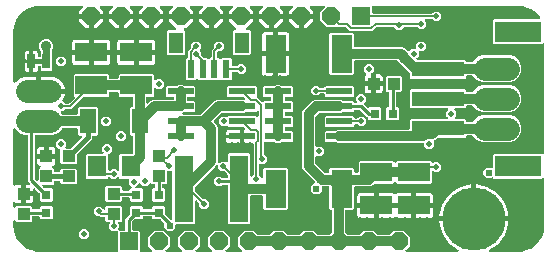
<source format=gtl>
G04 EAGLE Gerber RS-274X export*
G75*
%MOMM*%
%FSLAX34Y34*%
%LPD*%
%INTop Copper*%
%IPPOS*%
%AMOC8*
5,1,8,0,0,1.08239X$1,22.5*%
G01*
%ADD10R,4.500000X1.300000*%
%ADD11R,3.900000X1.800000*%
%ADD12C,1.981200*%
%ADD13R,1.000000X1.100000*%
%ADD14R,2.700000X1.600000*%
%ADD15R,1.400000X2.100000*%
%ADD16R,1.600000X5.700000*%
%ADD17R,2.200000X0.600000*%
%ADD18R,1.100000X1.000000*%
%ADD19R,1.600000X1.803000*%
%ADD20R,1.800000X3.200000*%
%ADD21R,0.635000X1.270000*%
%ADD22C,0.406400*%
%ADD23R,0.800000X0.800000*%
%ADD24R,0.600000X1.550000*%
%ADD25R,1.200000X1.800000*%
%ADD26R,1.524000X1.524000*%
%ADD27P,1.649562X8X112.500000*%
%ADD28P,1.649562X8X292.500000*%
%ADD29C,5.334000*%
%ADD30C,0.508000*%
%ADD31C,0.152400*%
%ADD32C,0.812800*%
%ADD33C,0.254000*%
%ADD34C,0.609600*%
%ADD35C,0.900000*%
%ADD36C,0.604000*%

G36*
X120535Y3815D02*
X120535Y3815D01*
X120564Y3812D01*
X120675Y3835D01*
X120787Y3851D01*
X120814Y3863D01*
X120843Y3868D01*
X120943Y3920D01*
X121047Y3967D01*
X121069Y3986D01*
X121095Y3999D01*
X121177Y4077D01*
X121264Y4150D01*
X121280Y4175D01*
X121301Y4195D01*
X121358Y4293D01*
X121421Y4387D01*
X121430Y4415D01*
X121445Y4440D01*
X121473Y4550D01*
X121507Y4658D01*
X121508Y4688D01*
X121515Y4716D01*
X121511Y4829D01*
X121514Y4942D01*
X121507Y4971D01*
X121506Y5000D01*
X121471Y5108D01*
X121442Y5217D01*
X121427Y5243D01*
X121418Y5271D01*
X121373Y5334D01*
X121297Y5462D01*
X121252Y5505D01*
X121224Y5544D01*
X117855Y8912D01*
X117855Y16488D01*
X123212Y21845D01*
X130788Y21845D01*
X136145Y16488D01*
X136145Y8912D01*
X132776Y5544D01*
X132759Y5520D01*
X132736Y5501D01*
X132674Y5407D01*
X132606Y5317D01*
X132595Y5289D01*
X132579Y5265D01*
X132545Y5157D01*
X132504Y5051D01*
X132502Y5022D01*
X132493Y4994D01*
X132490Y4880D01*
X132481Y4768D01*
X132487Y4739D01*
X132486Y4710D01*
X132514Y4600D01*
X132537Y4489D01*
X132550Y4463D01*
X132558Y4435D01*
X132615Y4337D01*
X132668Y4237D01*
X132688Y4215D01*
X132703Y4190D01*
X132785Y4113D01*
X132863Y4031D01*
X132889Y4016D01*
X132910Y3996D01*
X133011Y3944D01*
X133109Y3887D01*
X133137Y3880D01*
X133163Y3866D01*
X133241Y3853D01*
X133384Y3817D01*
X133447Y3819D01*
X133494Y3811D01*
X145906Y3811D01*
X145935Y3815D01*
X145964Y3812D01*
X146075Y3835D01*
X146187Y3851D01*
X146214Y3863D01*
X146243Y3868D01*
X146343Y3920D01*
X146447Y3967D01*
X146469Y3986D01*
X146495Y3999D01*
X146577Y4077D01*
X146664Y4150D01*
X146680Y4175D01*
X146701Y4195D01*
X146758Y4293D01*
X146821Y4387D01*
X146830Y4415D01*
X146845Y4440D01*
X146873Y4550D01*
X146907Y4658D01*
X146908Y4688D01*
X146915Y4716D01*
X146911Y4829D01*
X146914Y4942D01*
X146907Y4971D01*
X146906Y5000D01*
X146871Y5108D01*
X146842Y5217D01*
X146827Y5243D01*
X146818Y5271D01*
X146773Y5334D01*
X146697Y5462D01*
X146652Y5505D01*
X146624Y5544D01*
X143255Y8912D01*
X143255Y16488D01*
X148612Y21845D01*
X156188Y21845D01*
X161545Y16488D01*
X161545Y8912D01*
X158176Y5544D01*
X158159Y5520D01*
X158136Y5501D01*
X158074Y5407D01*
X158006Y5317D01*
X157995Y5289D01*
X157979Y5265D01*
X157945Y5157D01*
X157904Y5051D01*
X157902Y5022D01*
X157893Y4994D01*
X157890Y4880D01*
X157881Y4768D01*
X157887Y4739D01*
X157886Y4710D01*
X157914Y4600D01*
X157937Y4489D01*
X157950Y4463D01*
X157958Y4435D01*
X158015Y4337D01*
X158068Y4237D01*
X158088Y4215D01*
X158103Y4190D01*
X158185Y4113D01*
X158263Y4031D01*
X158289Y4016D01*
X158310Y3996D01*
X158411Y3944D01*
X158509Y3887D01*
X158537Y3880D01*
X158563Y3866D01*
X158641Y3853D01*
X158784Y3817D01*
X158847Y3819D01*
X158894Y3811D01*
X171306Y3811D01*
X171335Y3815D01*
X171364Y3812D01*
X171475Y3835D01*
X171587Y3851D01*
X171614Y3863D01*
X171643Y3868D01*
X171743Y3920D01*
X171847Y3967D01*
X171869Y3986D01*
X171895Y3999D01*
X171977Y4077D01*
X172064Y4150D01*
X172080Y4175D01*
X172101Y4195D01*
X172158Y4293D01*
X172221Y4387D01*
X172230Y4415D01*
X172245Y4440D01*
X172273Y4550D01*
X172307Y4658D01*
X172308Y4688D01*
X172315Y4716D01*
X172311Y4829D01*
X172314Y4942D01*
X172307Y4971D01*
X172306Y5000D01*
X172271Y5108D01*
X172242Y5217D01*
X172227Y5243D01*
X172218Y5271D01*
X172173Y5334D01*
X172097Y5462D01*
X172052Y5505D01*
X172024Y5544D01*
X168655Y8912D01*
X168655Y16488D01*
X174012Y21845D01*
X181588Y21845D01*
X186945Y16488D01*
X186945Y8912D01*
X183576Y5544D01*
X183559Y5520D01*
X183536Y5501D01*
X183474Y5407D01*
X183406Y5317D01*
X183395Y5289D01*
X183379Y5265D01*
X183345Y5157D01*
X183304Y5051D01*
X183302Y5022D01*
X183293Y4994D01*
X183290Y4880D01*
X183281Y4768D01*
X183287Y4739D01*
X183286Y4710D01*
X183314Y4600D01*
X183337Y4489D01*
X183350Y4463D01*
X183358Y4435D01*
X183415Y4337D01*
X183468Y4237D01*
X183488Y4215D01*
X183503Y4190D01*
X183585Y4113D01*
X183663Y4031D01*
X183689Y4016D01*
X183710Y3996D01*
X183811Y3944D01*
X183909Y3887D01*
X183937Y3880D01*
X183963Y3866D01*
X184041Y3853D01*
X184184Y3817D01*
X184247Y3819D01*
X184294Y3811D01*
X196706Y3811D01*
X196735Y3815D01*
X196764Y3812D01*
X196875Y3835D01*
X196987Y3851D01*
X197014Y3863D01*
X197043Y3868D01*
X197143Y3920D01*
X197247Y3967D01*
X197269Y3986D01*
X197295Y3999D01*
X197377Y4077D01*
X197464Y4150D01*
X197480Y4175D01*
X197501Y4195D01*
X197558Y4293D01*
X197621Y4387D01*
X197630Y4415D01*
X197645Y4440D01*
X197673Y4550D01*
X197707Y4658D01*
X197708Y4688D01*
X197715Y4716D01*
X197711Y4829D01*
X197714Y4942D01*
X197707Y4971D01*
X197706Y5000D01*
X197671Y5108D01*
X197642Y5217D01*
X197627Y5243D01*
X197618Y5271D01*
X197573Y5334D01*
X197497Y5462D01*
X197452Y5505D01*
X197424Y5544D01*
X194055Y8912D01*
X194055Y16488D01*
X199412Y21845D01*
X206988Y21845D01*
X210246Y18586D01*
X210316Y18534D01*
X210380Y18474D01*
X210429Y18448D01*
X210474Y18415D01*
X210555Y18384D01*
X210633Y18344D01*
X210681Y18336D01*
X210739Y18314D01*
X210887Y18302D01*
X210964Y18289D01*
X220836Y18289D01*
X220922Y18301D01*
X221010Y18304D01*
X221062Y18321D01*
X221117Y18329D01*
X221197Y18364D01*
X221280Y18391D01*
X221319Y18419D01*
X221377Y18445D01*
X221490Y18541D01*
X221553Y18586D01*
X224812Y21845D01*
X232388Y21845D01*
X235647Y18586D01*
X235716Y18534D01*
X235780Y18474D01*
X235830Y18448D01*
X235874Y18415D01*
X235955Y18384D01*
X236033Y18344D01*
X236081Y18336D01*
X236139Y18314D01*
X236287Y18302D01*
X236364Y18289D01*
X246236Y18289D01*
X246322Y18301D01*
X246410Y18304D01*
X246462Y18321D01*
X246517Y18329D01*
X246597Y18364D01*
X246680Y18391D01*
X246719Y18419D01*
X246777Y18445D01*
X246890Y18541D01*
X246953Y18586D01*
X250212Y21845D01*
X257788Y21845D01*
X261047Y18586D01*
X261116Y18534D01*
X261180Y18474D01*
X261230Y18448D01*
X261274Y18415D01*
X261355Y18384D01*
X261433Y18344D01*
X261481Y18336D01*
X261539Y18314D01*
X261687Y18302D01*
X261764Y18289D01*
X271636Y18289D01*
X271722Y18301D01*
X271810Y18304D01*
X271862Y18321D01*
X271917Y18329D01*
X271997Y18364D01*
X272080Y18391D01*
X272119Y18419D01*
X272177Y18445D01*
X272290Y18541D01*
X272353Y18586D01*
X273514Y19747D01*
X273566Y19816D01*
X273626Y19880D01*
X273652Y19930D01*
X273685Y19974D01*
X273716Y20055D01*
X273756Y20133D01*
X273764Y20181D01*
X273786Y20239D01*
X273798Y20387D01*
X273811Y20464D01*
X273811Y38610D01*
X273803Y38668D01*
X273805Y38726D01*
X273783Y38808D01*
X273771Y38892D01*
X273748Y38945D01*
X273733Y39001D01*
X273690Y39074D01*
X273655Y39151D01*
X273617Y39196D01*
X273588Y39246D01*
X273526Y39304D01*
X273472Y39368D01*
X273423Y39400D01*
X273380Y39440D01*
X273305Y39479D01*
X273235Y39526D01*
X273179Y39543D01*
X273127Y39570D01*
X273059Y39581D01*
X272964Y39611D01*
X272864Y39614D01*
X272796Y39625D01*
X272368Y39625D01*
X271475Y40518D01*
X271475Y58420D01*
X271467Y58478D01*
X271469Y58536D01*
X271447Y58618D01*
X271435Y58702D01*
X271412Y58755D01*
X271397Y58811D01*
X271354Y58884D01*
X271319Y58961D01*
X271281Y59006D01*
X271252Y59056D01*
X271190Y59114D01*
X271136Y59178D01*
X271087Y59210D01*
X271044Y59250D01*
X270969Y59289D01*
X270899Y59336D01*
X270843Y59353D01*
X270791Y59380D01*
X270723Y59391D01*
X270628Y59421D01*
X270528Y59424D01*
X270460Y59435D01*
X265910Y59435D01*
X265852Y59427D01*
X265794Y59429D01*
X265712Y59407D01*
X265628Y59395D01*
X265575Y59372D01*
X265519Y59357D01*
X265446Y59314D01*
X265369Y59279D01*
X265324Y59241D01*
X265274Y59212D01*
X265216Y59150D01*
X265152Y59096D01*
X265120Y59047D01*
X265080Y59004D01*
X265041Y58929D01*
X264994Y58859D01*
X264977Y58803D01*
X264950Y58751D01*
X264939Y58683D01*
X264909Y58588D01*
X264906Y58488D01*
X264895Y58420D01*
X264895Y55267D01*
X262233Y52605D01*
X258467Y52605D01*
X255805Y55267D01*
X255805Y59033D01*
X258565Y61793D01*
X258588Y61804D01*
X258692Y61851D01*
X258714Y61870D01*
X258740Y61883D01*
X258822Y61961D01*
X258909Y62034D01*
X258925Y62059D01*
X258946Y62079D01*
X259003Y62177D01*
X259066Y62271D01*
X259075Y62299D01*
X259090Y62324D01*
X259118Y62434D01*
X259152Y62542D01*
X259153Y62572D01*
X259160Y62600D01*
X259156Y62713D01*
X259159Y62826D01*
X259152Y62855D01*
X259151Y62884D01*
X259116Y62992D01*
X259087Y63101D01*
X259072Y63127D01*
X259063Y63155D01*
X259018Y63218D01*
X258942Y63346D01*
X258896Y63389D01*
X258868Y63428D01*
X249262Y73034D01*
X248411Y75088D01*
X248411Y121762D01*
X249262Y123816D01*
X257184Y131738D01*
X259238Y132589D01*
X281112Y132589D01*
X283200Y131724D01*
X283215Y131710D01*
X283265Y131684D01*
X283309Y131651D01*
X283390Y131620D01*
X283468Y131580D01*
X283516Y131572D01*
X283574Y131550D01*
X283722Y131538D01*
X283799Y131525D01*
X291632Y131525D01*
X292554Y130602D01*
X292565Y130528D01*
X292588Y130475D01*
X292603Y130419D01*
X292646Y130346D01*
X292681Y130269D01*
X292719Y130224D01*
X292748Y130174D01*
X292810Y130116D01*
X292864Y130052D01*
X292913Y130020D01*
X292956Y129980D01*
X293031Y129941D01*
X293101Y129894D01*
X293157Y129877D01*
X293209Y129850D01*
X293277Y129839D01*
X293372Y129809D01*
X293472Y129806D01*
X293540Y129795D01*
X293806Y129795D01*
X293835Y129799D01*
X293864Y129796D01*
X293975Y129819D01*
X294087Y129835D01*
X294114Y129847D01*
X294143Y129852D01*
X294243Y129904D01*
X294347Y129951D01*
X294369Y129970D01*
X294395Y129983D01*
X294477Y130061D01*
X294564Y130134D01*
X294580Y130159D01*
X294601Y130179D01*
X294659Y130277D01*
X294721Y130371D01*
X294730Y130399D01*
X294745Y130424D01*
X294773Y130534D01*
X294807Y130642D01*
X294808Y130671D01*
X294815Y130700D01*
X294812Y130813D01*
X294814Y130926D01*
X294807Y130955D01*
X294806Y130984D01*
X294771Y131092D01*
X294743Y131201D01*
X294728Y131227D01*
X294719Y131255D01*
X294673Y131319D01*
X294597Y131446D01*
X294552Y131489D01*
X294524Y131528D01*
X294385Y131666D01*
X294385Y135034D01*
X296766Y137415D01*
X300134Y137415D01*
X302515Y135034D01*
X302515Y131666D01*
X300843Y129995D01*
X300808Y129948D01*
X300766Y129908D01*
X300723Y129835D01*
X300672Y129768D01*
X300652Y129713D01*
X300622Y129663D01*
X300601Y129581D01*
X300571Y129502D01*
X300566Y129444D01*
X300552Y129387D01*
X300555Y129303D01*
X300548Y129219D01*
X300559Y129161D01*
X300561Y129103D01*
X300587Y129023D01*
X300603Y128940D01*
X300630Y128888D01*
X300648Y128832D01*
X300689Y128776D01*
X300734Y128688D01*
X300803Y128615D01*
X300843Y128559D01*
X301542Y127860D01*
X303580Y125822D01*
X303627Y125787D01*
X303667Y125745D01*
X303740Y125702D01*
X303807Y125651D01*
X303862Y125630D01*
X303912Y125601D01*
X303994Y125580D01*
X304073Y125550D01*
X304131Y125545D01*
X304188Y125531D01*
X304272Y125534D01*
X304356Y125527D01*
X304414Y125538D01*
X304472Y125540D01*
X304552Y125566D01*
X304635Y125582D01*
X304687Y125609D01*
X304743Y125627D01*
X304799Y125667D01*
X304887Y125713D01*
X304960Y125782D01*
X305016Y125822D01*
X305368Y126175D01*
X314632Y126175D01*
X315525Y125282D01*
X315525Y116018D01*
X314632Y115125D01*
X305368Y115125D01*
X304400Y116093D01*
X304406Y116117D01*
X304420Y116143D01*
X304433Y116220D01*
X304469Y116364D01*
X304467Y116427D01*
X304475Y116474D01*
X304475Y116840D01*
X304467Y116898D01*
X304469Y116956D01*
X304447Y117038D01*
X304435Y117122D01*
X304412Y117175D01*
X304397Y117231D01*
X304354Y117304D01*
X304319Y117381D01*
X304281Y117426D01*
X304252Y117476D01*
X304190Y117534D01*
X304136Y117598D01*
X304087Y117630D01*
X304044Y117670D01*
X303969Y117709D01*
X303899Y117756D01*
X303843Y117773D01*
X303791Y117800D01*
X303723Y117811D01*
X303669Y117828D01*
X297590Y123908D01*
X297520Y123960D01*
X297456Y124020D01*
X297407Y124046D01*
X297363Y124079D01*
X297281Y124110D01*
X297203Y124150D01*
X297155Y124158D01*
X297097Y124180D01*
X296949Y124192D01*
X296872Y124205D01*
X293540Y124205D01*
X293482Y124197D01*
X293424Y124199D01*
X293342Y124177D01*
X293258Y124165D01*
X293205Y124142D01*
X293149Y124127D01*
X293076Y124084D01*
X292999Y124049D01*
X292954Y124011D01*
X292904Y123982D01*
X292846Y123920D01*
X292782Y123866D01*
X292750Y123817D01*
X292710Y123774D01*
X292671Y123699D01*
X292624Y123629D01*
X292607Y123573D01*
X292580Y123521D01*
X292569Y123453D01*
X292550Y123394D01*
X291632Y122475D01*
X283799Y122475D01*
X283713Y122463D01*
X283625Y122460D01*
X283573Y122443D01*
X283518Y122435D01*
X283438Y122400D01*
X283355Y122373D01*
X283316Y122345D01*
X283259Y122319D01*
X283215Y122283D01*
X281112Y121411D01*
X263085Y121411D01*
X262999Y121399D01*
X262911Y121396D01*
X262859Y121379D01*
X262804Y121371D01*
X262724Y121336D01*
X262641Y121309D01*
X262602Y121281D01*
X262545Y121255D01*
X262431Y121159D01*
X262368Y121114D01*
X259886Y118632D01*
X259834Y118563D01*
X259774Y118499D01*
X259748Y118449D01*
X259715Y118405D01*
X259684Y118324D01*
X259644Y118246D01*
X259636Y118198D01*
X259614Y118140D01*
X259602Y117992D01*
X259589Y117915D01*
X259589Y93798D01*
X259593Y93769D01*
X259590Y93740D01*
X259613Y93629D01*
X259629Y93517D01*
X259641Y93490D01*
X259646Y93461D01*
X259699Y93360D01*
X259745Y93257D01*
X259764Y93235D01*
X259777Y93209D01*
X259855Y93126D01*
X259928Y93040D01*
X259953Y93024D01*
X259973Y93003D01*
X260071Y92945D01*
X260165Y92883D01*
X260193Y92874D01*
X260218Y92859D01*
X260328Y92831D01*
X260436Y92797D01*
X260465Y92796D01*
X260494Y92789D01*
X260607Y92792D01*
X260720Y92790D01*
X260749Y92797D01*
X260778Y92798D01*
X260886Y92833D01*
X260995Y92861D01*
X261021Y92876D01*
X261049Y92885D01*
X261113Y92931D01*
X261169Y92965D01*
X264574Y92965D01*
X266955Y90584D01*
X266955Y87216D01*
X264574Y84835D01*
X261168Y84835D01*
X261095Y84891D01*
X261067Y84901D01*
X261043Y84917D01*
X260935Y84952D01*
X260829Y84992D01*
X260800Y84994D01*
X260772Y85003D01*
X260659Y85006D01*
X260546Y85015D01*
X260517Y85010D01*
X260488Y85010D01*
X260378Y84982D01*
X260267Y84960D01*
X260241Y84946D01*
X260213Y84939D01*
X260115Y84881D01*
X260015Y84829D01*
X259993Y84808D01*
X259968Y84793D01*
X259891Y84711D01*
X259809Y84633D01*
X259794Y84607D01*
X259774Y84586D01*
X259722Y84485D01*
X259665Y84388D01*
X259658Y84359D01*
X259644Y84333D01*
X259631Y84256D01*
X259595Y84112D01*
X259597Y84049D01*
X259589Y84002D01*
X259589Y78935D01*
X259597Y78878D01*
X259595Y78823D01*
X259603Y78795D01*
X259604Y78761D01*
X259621Y78709D01*
X259629Y78654D01*
X259655Y78595D01*
X259667Y78548D01*
X259680Y78527D01*
X259691Y78491D01*
X259719Y78452D01*
X259745Y78395D01*
X259790Y78341D01*
X259812Y78303D01*
X259850Y78268D01*
X259886Y78218D01*
X267194Y70910D01*
X267263Y70858D01*
X267327Y70798D01*
X267377Y70772D01*
X267421Y70739D01*
X267502Y70708D01*
X267580Y70668D01*
X267628Y70660D01*
X267686Y70638D01*
X267834Y70626D01*
X267911Y70613D01*
X270460Y70613D01*
X270518Y70621D01*
X270576Y70619D01*
X270658Y70641D01*
X270742Y70653D01*
X270795Y70676D01*
X270851Y70691D01*
X270924Y70734D01*
X271001Y70769D01*
X271046Y70807D01*
X271096Y70836D01*
X271154Y70898D01*
X271218Y70952D01*
X271250Y71001D01*
X271290Y71044D01*
X271329Y71119D01*
X271376Y71189D01*
X271393Y71245D01*
X271420Y71297D01*
X271431Y71365D01*
X271461Y71460D01*
X271464Y71560D01*
X271475Y71628D01*
X271475Y73782D01*
X272368Y74675D01*
X291632Y74675D01*
X292525Y73782D01*
X292525Y71628D01*
X292533Y71570D01*
X292531Y71512D01*
X292553Y71430D01*
X292565Y71346D01*
X292588Y71293D01*
X292603Y71237D01*
X292646Y71164D01*
X292681Y71087D01*
X292719Y71042D01*
X292748Y70992D01*
X292810Y70934D01*
X292864Y70870D01*
X292913Y70838D01*
X292956Y70798D01*
X293031Y70759D01*
X293101Y70712D01*
X293157Y70695D01*
X293209Y70668D01*
X293277Y70657D01*
X293372Y70627D01*
X293472Y70624D01*
X293540Y70613D01*
X295110Y70613D01*
X295168Y70621D01*
X295226Y70619D01*
X295308Y70641D01*
X295392Y70653D01*
X295445Y70676D01*
X295501Y70691D01*
X295574Y70734D01*
X295651Y70769D01*
X295696Y70807D01*
X295746Y70836D01*
X295804Y70898D01*
X295868Y70952D01*
X295900Y71001D01*
X295940Y71044D01*
X295979Y71119D01*
X296026Y71189D01*
X296043Y71245D01*
X296070Y71297D01*
X296081Y71365D01*
X296111Y71460D01*
X296114Y71560D01*
X296125Y71628D01*
X296125Y79782D01*
X297018Y80675D01*
X325282Y80675D01*
X326307Y79649D01*
X326354Y79614D01*
X326394Y79572D01*
X326467Y79529D01*
X326534Y79478D01*
X326589Y79457D01*
X326639Y79428D01*
X326721Y79407D01*
X326800Y79377D01*
X326858Y79372D01*
X326915Y79358D01*
X326999Y79361D01*
X327083Y79354D01*
X327141Y79365D01*
X327199Y79367D01*
X327279Y79393D01*
X327362Y79409D01*
X327414Y79436D01*
X327470Y79454D01*
X327526Y79494D01*
X327614Y79540D01*
X327687Y79609D01*
X327743Y79649D01*
X328768Y80675D01*
X357032Y80675D01*
X357929Y79778D01*
X357926Y79752D01*
X357949Y79641D01*
X357965Y79529D01*
X357977Y79502D01*
X357982Y79473D01*
X358035Y79372D01*
X358081Y79269D01*
X358100Y79247D01*
X358113Y79221D01*
X358191Y79139D01*
X358264Y79052D01*
X358289Y79036D01*
X358309Y79015D01*
X358407Y78957D01*
X358501Y78895D01*
X358529Y78886D01*
X358554Y78871D01*
X358664Y78843D01*
X358772Y78809D01*
X358802Y78808D01*
X358830Y78801D01*
X358943Y78804D01*
X359056Y78802D01*
X359085Y78809D01*
X359114Y78810D01*
X359222Y78845D01*
X359331Y78873D01*
X359357Y78888D01*
X359385Y78897D01*
X359449Y78943D01*
X359576Y79019D01*
X359619Y79064D01*
X359658Y79092D01*
X360266Y79701D01*
X363634Y79701D01*
X366015Y77320D01*
X366015Y73952D01*
X363634Y71571D01*
X360266Y71571D01*
X359658Y72180D01*
X359634Y72197D01*
X359615Y72220D01*
X359521Y72283D01*
X359431Y72351D01*
X359403Y72361D01*
X359379Y72377D01*
X359271Y72412D01*
X359165Y72452D01*
X359136Y72454D01*
X359108Y72463D01*
X358994Y72466D01*
X358882Y72475D01*
X358853Y72470D01*
X358824Y72470D01*
X358714Y72442D01*
X358603Y72420D01*
X358577Y72406D01*
X358549Y72399D01*
X358451Y72341D01*
X358351Y72289D01*
X358329Y72268D01*
X358304Y72253D01*
X358227Y72171D01*
X358145Y72093D01*
X358130Y72067D01*
X358110Y72046D01*
X358058Y71945D01*
X358001Y71847D01*
X357994Y71819D01*
X357980Y71793D01*
X357967Y71716D01*
X357931Y71572D01*
X357933Y71509D01*
X357925Y71462D01*
X357925Y62518D01*
X357032Y61625D01*
X328768Y61625D01*
X327743Y62651D01*
X327696Y62686D01*
X327656Y62728D01*
X327583Y62771D01*
X327516Y62822D01*
X327461Y62843D01*
X327411Y62872D01*
X327329Y62893D01*
X327250Y62923D01*
X327192Y62928D01*
X327135Y62942D01*
X327051Y62939D01*
X326967Y62946D01*
X326909Y62935D01*
X326851Y62933D01*
X326771Y62907D01*
X326688Y62891D01*
X326636Y62864D01*
X326580Y62846D01*
X326524Y62806D01*
X326436Y62760D01*
X326363Y62691D01*
X326307Y62651D01*
X325282Y61625D01*
X309949Y61625D01*
X309863Y61613D01*
X309775Y61610D01*
X309723Y61593D01*
X309668Y61585D01*
X309588Y61550D01*
X309505Y61523D01*
X309466Y61495D01*
X309409Y61469D01*
X309295Y61373D01*
X309232Y61328D01*
X308190Y60286D01*
X306136Y59435D01*
X293540Y59435D01*
X293482Y59427D01*
X293424Y59429D01*
X293342Y59407D01*
X293258Y59395D01*
X293205Y59372D01*
X293149Y59357D01*
X293076Y59314D01*
X292999Y59279D01*
X292954Y59241D01*
X292904Y59212D01*
X292846Y59150D01*
X292782Y59096D01*
X292750Y59047D01*
X292710Y59004D01*
X292671Y58929D01*
X292624Y58859D01*
X292607Y58803D01*
X292580Y58751D01*
X292569Y58683D01*
X292539Y58588D01*
X292536Y58488D01*
X292525Y58420D01*
X292525Y40518D01*
X291632Y39625D01*
X286004Y39625D01*
X285946Y39617D01*
X285888Y39619D01*
X285806Y39597D01*
X285722Y39585D01*
X285669Y39562D01*
X285613Y39547D01*
X285540Y39504D01*
X285463Y39469D01*
X285418Y39431D01*
X285368Y39402D01*
X285310Y39340D01*
X285246Y39286D01*
X285214Y39237D01*
X285174Y39194D01*
X285135Y39119D01*
X285088Y39049D01*
X285071Y38993D01*
X285044Y38941D01*
X285033Y38873D01*
X285003Y38778D01*
X285000Y38678D01*
X284989Y38610D01*
X284989Y20464D01*
X285001Y20378D01*
X285004Y20290D01*
X285021Y20238D01*
X285029Y20183D01*
X285064Y20103D01*
X285091Y20020D01*
X285119Y19981D01*
X285145Y19923D01*
X285241Y19810D01*
X285286Y19747D01*
X286447Y18586D01*
X286516Y18534D01*
X286580Y18474D01*
X286630Y18448D01*
X286674Y18415D01*
X286755Y18384D01*
X286833Y18344D01*
X286881Y18336D01*
X286939Y18314D01*
X287087Y18302D01*
X287164Y18289D01*
X297036Y18289D01*
X297122Y18301D01*
X297210Y18304D01*
X297262Y18321D01*
X297317Y18329D01*
X297397Y18364D01*
X297480Y18391D01*
X297519Y18419D01*
X297577Y18445D01*
X297690Y18541D01*
X297753Y18586D01*
X301012Y21845D01*
X308588Y21845D01*
X311847Y18586D01*
X311916Y18534D01*
X311980Y18474D01*
X312030Y18448D01*
X312074Y18415D01*
X312155Y18384D01*
X312233Y18344D01*
X312281Y18336D01*
X312339Y18314D01*
X312487Y18302D01*
X312564Y18289D01*
X322436Y18289D01*
X322522Y18301D01*
X322610Y18304D01*
X322662Y18321D01*
X322717Y18329D01*
X322797Y18364D01*
X322880Y18391D01*
X322919Y18419D01*
X322977Y18445D01*
X323090Y18541D01*
X323153Y18586D01*
X326412Y21845D01*
X333988Y21845D01*
X339345Y16488D01*
X339345Y8912D01*
X335976Y5544D01*
X335959Y5520D01*
X335936Y5501D01*
X335874Y5407D01*
X335806Y5317D01*
X335795Y5289D01*
X335779Y5265D01*
X335745Y5157D01*
X335704Y5051D01*
X335702Y5022D01*
X335693Y4994D01*
X335690Y4880D01*
X335681Y4768D01*
X335687Y4739D01*
X335686Y4710D01*
X335714Y4600D01*
X335737Y4489D01*
X335750Y4463D01*
X335758Y4435D01*
X335815Y4337D01*
X335868Y4237D01*
X335888Y4215D01*
X335903Y4190D01*
X335985Y4113D01*
X336063Y4031D01*
X336089Y4016D01*
X336110Y3996D01*
X336211Y3944D01*
X336309Y3887D01*
X336337Y3880D01*
X336363Y3866D01*
X336441Y3853D01*
X336584Y3817D01*
X336647Y3819D01*
X336694Y3811D01*
X379945Y3811D01*
X380002Y3819D01*
X380059Y3817D01*
X380142Y3839D01*
X380226Y3851D01*
X380279Y3874D01*
X380334Y3889D01*
X380408Y3932D01*
X380485Y3967D01*
X380529Y4004D01*
X380579Y4033D01*
X380637Y4095D01*
X380702Y4150D01*
X380734Y4198D01*
X380774Y4240D01*
X380813Y4316D01*
X380860Y4387D01*
X380877Y4442D01*
X380904Y4493D01*
X380920Y4577D01*
X380946Y4658D01*
X380947Y4716D01*
X380958Y4772D01*
X380951Y4857D01*
X380953Y4942D01*
X380939Y4998D01*
X380934Y5055D01*
X380903Y5135D01*
X380881Y5217D01*
X380852Y5267D01*
X380831Y5321D01*
X380780Y5389D01*
X380736Y5462D01*
X380694Y5501D01*
X380659Y5547D01*
X380602Y5587D01*
X380529Y5656D01*
X380441Y5701D01*
X380385Y5741D01*
X379548Y6144D01*
X376770Y7889D01*
X374205Y9935D01*
X371885Y12255D01*
X369839Y14820D01*
X368094Y17598D01*
X366670Y20554D01*
X365587Y23651D01*
X364857Y26849D01*
X364533Y29719D01*
X392684Y29719D01*
X392742Y29727D01*
X392800Y29725D01*
X392882Y29747D01*
X392965Y29759D01*
X393019Y29783D01*
X393075Y29797D01*
X393148Y29840D01*
X393225Y29875D01*
X393269Y29913D01*
X393320Y29943D01*
X393377Y30004D01*
X393442Y30059D01*
X393474Y30107D01*
X393514Y30150D01*
X393553Y30225D01*
X393599Y30295D01*
X393617Y30351D01*
X393644Y30403D01*
X393655Y30471D01*
X393685Y30566D01*
X393688Y30666D01*
X393699Y30734D01*
X393699Y31751D01*
X393701Y31751D01*
X393701Y30734D01*
X393709Y30676D01*
X393708Y30618D01*
X393729Y30536D01*
X393741Y30453D01*
X393765Y30399D01*
X393779Y30343D01*
X393822Y30270D01*
X393857Y30193D01*
X393895Y30148D01*
X393925Y30098D01*
X393986Y30040D01*
X394041Y29976D01*
X394089Y29944D01*
X394132Y29904D01*
X394207Y29865D01*
X394277Y29819D01*
X394333Y29801D01*
X394385Y29774D01*
X394453Y29763D01*
X394548Y29733D01*
X394648Y29730D01*
X394716Y29719D01*
X422867Y29719D01*
X422543Y26849D01*
X421813Y23651D01*
X420730Y20554D01*
X420701Y20494D01*
X420701Y20493D01*
X419723Y18463D01*
X419306Y17598D01*
X417561Y14820D01*
X415515Y12255D01*
X413195Y9935D01*
X410630Y7889D01*
X410354Y7716D01*
X410353Y7716D01*
X408738Y6700D01*
X407852Y6144D01*
X407015Y5741D01*
X406967Y5709D01*
X406915Y5685D01*
X406849Y5630D01*
X406779Y5583D01*
X406741Y5539D01*
X406698Y5501D01*
X406650Y5431D01*
X406595Y5365D01*
X406572Y5313D01*
X406540Y5265D01*
X406514Y5184D01*
X406480Y5106D01*
X406472Y5049D01*
X406454Y4994D01*
X406452Y4909D01*
X406440Y4824D01*
X406448Y4767D01*
X406447Y4710D01*
X406468Y4627D01*
X406481Y4543D01*
X406504Y4490D01*
X406519Y4435D01*
X406562Y4361D01*
X406597Y4284D01*
X406635Y4240D01*
X406664Y4190D01*
X406726Y4132D01*
X406781Y4067D01*
X406829Y4035D01*
X406871Y3996D01*
X406947Y3957D01*
X407018Y3910D01*
X407073Y3892D01*
X407124Y3866D01*
X407193Y3855D01*
X407289Y3824D01*
X407388Y3822D01*
X407455Y3811D01*
X431800Y3811D01*
X431844Y3817D01*
X431880Y3814D01*
X435098Y4067D01*
X435257Y4102D01*
X435332Y4114D01*
X441454Y6103D01*
X441710Y6228D01*
X441723Y6240D01*
X441737Y6247D01*
X446945Y10031D01*
X447149Y10228D01*
X447158Y10244D01*
X447169Y10255D01*
X450953Y15463D01*
X451086Y15714D01*
X451090Y15732D01*
X451097Y15746D01*
X453086Y21868D01*
X453114Y22028D01*
X453133Y22102D01*
X453386Y25320D01*
X453383Y25365D01*
X453389Y25400D01*
X453389Y65282D01*
X453385Y65311D01*
X453388Y65340D01*
X453365Y65451D01*
X453349Y65563D01*
X453337Y65590D01*
X453332Y65619D01*
X453279Y65720D01*
X453233Y65823D01*
X453214Y65845D01*
X453201Y65871D01*
X453123Y65953D01*
X453050Y66040D01*
X453025Y66056D01*
X453005Y66077D01*
X452907Y66135D01*
X452813Y66197D01*
X452785Y66206D01*
X452760Y66221D01*
X452650Y66249D01*
X452542Y66283D01*
X452512Y66284D01*
X452484Y66291D01*
X452371Y66288D01*
X452258Y66291D01*
X452229Y66283D01*
X452200Y66282D01*
X452092Y66247D01*
X451983Y66219D01*
X451957Y66204D01*
X451929Y66195D01*
X451865Y66149D01*
X451738Y66073D01*
X451695Y66028D01*
X451656Y66000D01*
X451482Y65825D01*
X411218Y65825D01*
X410361Y66682D01*
X410315Y66718D01*
X410274Y66760D01*
X410202Y66803D01*
X410134Y66853D01*
X410080Y66874D01*
X410029Y66904D01*
X409947Y66924D01*
X409869Y66954D01*
X409810Y66959D01*
X409754Y66974D01*
X409669Y66971D01*
X409585Y66978D01*
X409528Y66967D01*
X409469Y66965D01*
X409389Y66939D01*
X409306Y66922D01*
X409255Y66895D01*
X409199Y66877D01*
X409143Y66837D01*
X409054Y66791D01*
X408982Y66722D01*
X408926Y66682D01*
X408282Y66039D01*
X404517Y66039D01*
X401855Y68701D01*
X401855Y72467D01*
X404517Y75129D01*
X408282Y75129D01*
X408592Y74819D01*
X408616Y74801D01*
X408635Y74779D01*
X408729Y74716D01*
X408819Y74648D01*
X408847Y74638D01*
X408871Y74621D01*
X408979Y74587D01*
X409085Y74547D01*
X409114Y74545D01*
X409142Y74536D01*
X409256Y74533D01*
X409368Y74523D01*
X409397Y74529D01*
X409426Y74528D01*
X409536Y74557D01*
X409647Y74579D01*
X409673Y74593D01*
X409701Y74600D01*
X409799Y74658D01*
X409899Y74710D01*
X409921Y74730D01*
X409946Y74745D01*
X410023Y74828D01*
X410105Y74906D01*
X410120Y74931D01*
X410140Y74953D01*
X410192Y75054D01*
X410249Y75151D01*
X410256Y75180D01*
X410270Y75206D01*
X410283Y75283D01*
X410319Y75427D01*
X410317Y75489D01*
X410325Y75537D01*
X410325Y85982D01*
X411218Y86875D01*
X451482Y86875D01*
X451656Y86700D01*
X451680Y86683D01*
X451699Y86660D01*
X451793Y86597D01*
X451883Y86529D01*
X451911Y86519D01*
X451935Y86503D01*
X452043Y86468D01*
X452149Y86428D01*
X452178Y86426D01*
X452206Y86417D01*
X452319Y86414D01*
X452432Y86404D01*
X452461Y86410D01*
X452490Y86409D01*
X452600Y86438D01*
X452711Y86460D01*
X452737Y86474D01*
X452765Y86481D01*
X452863Y86539D01*
X452963Y86591D01*
X452985Y86612D01*
X453010Y86627D01*
X453087Y86709D01*
X453169Y86787D01*
X453184Y86812D01*
X453204Y86834D01*
X453256Y86935D01*
X453313Y87032D01*
X453320Y87061D01*
X453334Y87087D01*
X453347Y87164D01*
X453383Y87308D01*
X453381Y87370D01*
X453389Y87418D01*
X453389Y179282D01*
X453385Y179311D01*
X453388Y179340D01*
X453365Y179451D01*
X453349Y179563D01*
X453337Y179590D01*
X453332Y179619D01*
X453279Y179720D01*
X453233Y179823D01*
X453214Y179845D01*
X453201Y179871D01*
X453123Y179953D01*
X453050Y180040D01*
X453025Y180056D01*
X453005Y180077D01*
X452907Y180135D01*
X452813Y180197D01*
X452785Y180206D01*
X452760Y180221D01*
X452650Y180249D01*
X452542Y180283D01*
X452512Y180284D01*
X452484Y180291D01*
X452371Y180288D01*
X452258Y180291D01*
X452229Y180283D01*
X452200Y180282D01*
X452092Y180247D01*
X451983Y180219D01*
X451957Y180204D01*
X451929Y180195D01*
X451865Y180149D01*
X451738Y180073D01*
X451695Y180028D01*
X451656Y180000D01*
X451482Y179825D01*
X411218Y179825D01*
X410325Y180718D01*
X410325Y199982D01*
X411218Y200875D01*
X448642Y200875D01*
X448733Y200888D01*
X448826Y200891D01*
X448874Y200907D01*
X448924Y200915D01*
X449008Y200952D01*
X449095Y200981D01*
X449137Y201010D01*
X449183Y201031D01*
X449254Y201090D01*
X449329Y201142D01*
X449362Y201182D01*
X449400Y201214D01*
X449451Y201291D01*
X449510Y201362D01*
X449530Y201409D01*
X449558Y201451D01*
X449586Y201539D01*
X449622Y201623D01*
X449628Y201674D01*
X449644Y201722D01*
X449646Y201814D01*
X449658Y201905D01*
X449650Y201956D01*
X449651Y202006D01*
X449628Y202095D01*
X449614Y202186D01*
X449594Y202226D01*
X449579Y202281D01*
X449498Y202418D01*
X449464Y202487D01*
X447169Y205645D01*
X446972Y205849D01*
X446956Y205858D01*
X446945Y205869D01*
X441737Y209653D01*
X441486Y209786D01*
X441468Y209790D01*
X441454Y209797D01*
X435332Y211786D01*
X435172Y211814D01*
X435098Y211833D01*
X431880Y212086D01*
X431835Y212083D01*
X431800Y212089D01*
X308610Y212089D01*
X308552Y212081D01*
X308494Y212083D01*
X308412Y212061D01*
X308328Y212049D01*
X308275Y212026D01*
X308219Y212011D01*
X308146Y211968D01*
X308069Y211933D01*
X308024Y211895D01*
X307974Y211866D01*
X307916Y211804D01*
X307852Y211750D01*
X307820Y211701D01*
X307780Y211658D01*
X307741Y211583D01*
X307694Y211513D01*
X307677Y211457D01*
X307650Y211405D01*
X307639Y211337D01*
X307609Y211242D01*
X307606Y211142D01*
X307595Y211074D01*
X307595Y206502D01*
X307603Y206444D01*
X307601Y206386D01*
X307623Y206304D01*
X307635Y206220D01*
X307658Y206167D01*
X307673Y206111D01*
X307716Y206038D01*
X307751Y205961D01*
X307789Y205916D01*
X307818Y205866D01*
X307880Y205808D01*
X307934Y205744D01*
X307983Y205712D01*
X308026Y205672D01*
X308101Y205633D01*
X308171Y205586D01*
X308227Y205569D01*
X308279Y205542D01*
X308347Y205531D01*
X308442Y205501D01*
X308542Y205498D01*
X308610Y205487D01*
X358068Y205487D01*
X358154Y205499D01*
X358242Y205502D01*
X358295Y205519D01*
X358349Y205527D01*
X358429Y205562D01*
X358512Y205589D01*
X358552Y205617D01*
X358609Y205643D01*
X358722Y205739D01*
X358786Y205784D01*
X360266Y207265D01*
X363634Y207265D01*
X366015Y204884D01*
X366015Y201516D01*
X363634Y199135D01*
X360266Y199135D01*
X358786Y200616D01*
X358716Y200668D01*
X358652Y200728D01*
X358603Y200754D01*
X358559Y200787D01*
X358477Y200818D01*
X358399Y200858D01*
X358351Y200866D01*
X358293Y200888D01*
X358145Y200900D01*
X358068Y200913D01*
X353386Y200913D01*
X353357Y200909D01*
X353328Y200912D01*
X353217Y200889D01*
X353105Y200873D01*
X353078Y200861D01*
X353049Y200856D01*
X352948Y200803D01*
X352845Y200757D01*
X352823Y200738D01*
X352797Y200725D01*
X352715Y200647D01*
X352628Y200574D01*
X352612Y200549D01*
X352591Y200529D01*
X352533Y200431D01*
X352471Y200337D01*
X352462Y200309D01*
X352447Y200284D01*
X352419Y200174D01*
X352385Y200066D01*
X352384Y200036D01*
X352377Y200008D01*
X352380Y199895D01*
X352378Y199782D01*
X352385Y199753D01*
X352386Y199724D01*
X352421Y199616D01*
X352449Y199507D01*
X352464Y199481D01*
X352473Y199453D01*
X352519Y199389D01*
X352595Y199262D01*
X352640Y199219D01*
X352668Y199180D01*
X353315Y198534D01*
X353315Y195166D01*
X350934Y192785D01*
X347566Y192785D01*
X346086Y194266D01*
X346016Y194318D01*
X345952Y194378D01*
X345903Y194404D01*
X345858Y194437D01*
X345777Y194468D01*
X345699Y194508D01*
X345651Y194516D01*
X345593Y194538D01*
X345445Y194550D01*
X345368Y194563D01*
X335280Y194563D01*
X335222Y194555D01*
X335164Y194557D01*
X335082Y194535D01*
X334998Y194523D01*
X334945Y194500D01*
X334889Y194485D01*
X334816Y194442D01*
X334739Y194407D01*
X334694Y194369D01*
X334644Y194340D01*
X334586Y194278D01*
X334522Y194224D01*
X334490Y194175D01*
X334450Y194132D01*
X334411Y194057D01*
X334364Y193987D01*
X334347Y193931D01*
X334320Y193879D01*
X334309Y193813D01*
X331884Y191388D01*
X328516Y191388D01*
X326099Y193805D01*
X326095Y193830D01*
X326072Y193883D01*
X326057Y193939D01*
X326014Y194012D01*
X325979Y194089D01*
X325941Y194134D01*
X325912Y194184D01*
X325850Y194242D01*
X325796Y194306D01*
X325747Y194338D01*
X325704Y194378D01*
X325629Y194417D01*
X325559Y194464D01*
X325503Y194481D01*
X325451Y194508D01*
X325383Y194519D01*
X325288Y194549D01*
X325188Y194552D01*
X325120Y194563D01*
X311941Y194563D01*
X311854Y194551D01*
X311767Y194548D01*
X311714Y194531D01*
X311659Y194523D01*
X311579Y194488D01*
X311496Y194461D01*
X311457Y194433D01*
X311400Y194407D01*
X311286Y194311D01*
X311223Y194266D01*
X307964Y191007D01*
X288936Y191007D01*
X285677Y194266D01*
X285608Y194318D01*
X285544Y194378D01*
X285494Y194404D01*
X285450Y194437D01*
X285368Y194468D01*
X285290Y194508D01*
X285243Y194516D01*
X285184Y194538D01*
X285037Y194550D01*
X284959Y194563D01*
X278399Y194563D01*
X278390Y194570D01*
X278336Y194591D01*
X278285Y194620D01*
X278203Y194641D01*
X278124Y194671D01*
X278066Y194676D01*
X278009Y194690D01*
X277925Y194688D01*
X277841Y194695D01*
X277784Y194683D01*
X277725Y194681D01*
X277645Y194655D01*
X277562Y194639D01*
X277510Y194612D01*
X277455Y194594D01*
X277399Y194554D01*
X277310Y194508D01*
X277238Y194439D01*
X277181Y194399D01*
X276838Y194055D01*
X269262Y194055D01*
X263905Y199412D01*
X263905Y206988D01*
X267274Y210356D01*
X267291Y210380D01*
X267314Y210399D01*
X267376Y210493D01*
X267444Y210583D01*
X267455Y210611D01*
X267471Y210635D01*
X267505Y210743D01*
X267546Y210849D01*
X267548Y210878D01*
X267557Y210906D01*
X267560Y211020D01*
X267569Y211132D01*
X267563Y211161D01*
X267564Y211190D01*
X267536Y211300D01*
X267513Y211411D01*
X267500Y211437D01*
X267492Y211465D01*
X267435Y211563D01*
X267382Y211663D01*
X267362Y211685D01*
X267347Y211710D01*
X267265Y211787D01*
X267187Y211869D01*
X267161Y211884D01*
X267140Y211904D01*
X267039Y211956D01*
X266941Y212013D01*
X266913Y212020D01*
X266887Y212034D01*
X266809Y212047D01*
X266666Y212083D01*
X266603Y212081D01*
X266556Y212089D01*
X255581Y212089D01*
X255552Y212085D01*
X255523Y212088D01*
X255412Y212065D01*
X255300Y212049D01*
X255273Y212037D01*
X255244Y212032D01*
X255144Y211979D01*
X255040Y211933D01*
X255018Y211914D01*
X254992Y211901D01*
X254910Y211823D01*
X254823Y211750D01*
X254807Y211725D01*
X254786Y211705D01*
X254729Y211607D01*
X254666Y211513D01*
X254657Y211485D01*
X254642Y211460D01*
X254614Y211350D01*
X254580Y211242D01*
X254579Y211212D01*
X254572Y211184D01*
X254576Y211071D01*
X254573Y210958D01*
X254580Y210929D01*
X254581Y210900D01*
X254616Y210792D01*
X254644Y210683D01*
X254659Y210657D01*
X254668Y210629D01*
X254714Y210566D01*
X254790Y210438D01*
X254835Y210395D01*
X254863Y210356D01*
X257811Y207409D01*
X257811Y205231D01*
X248666Y205231D01*
X248608Y205223D01*
X248550Y205225D01*
X248468Y205203D01*
X248385Y205191D01*
X248331Y205167D01*
X248275Y205153D01*
X248202Y205110D01*
X248125Y205075D01*
X248081Y205037D01*
X248030Y205007D01*
X247973Y204946D01*
X247908Y204891D01*
X247876Y204843D01*
X247836Y204800D01*
X247797Y204725D01*
X247751Y204655D01*
X247733Y204599D01*
X247706Y204547D01*
X247695Y204479D01*
X247665Y204384D01*
X247662Y204284D01*
X247651Y204216D01*
X247651Y203199D01*
X247649Y203199D01*
X247649Y204216D01*
X247641Y204274D01*
X247642Y204332D01*
X247621Y204414D01*
X247609Y204497D01*
X247585Y204551D01*
X247571Y204607D01*
X247528Y204680D01*
X247493Y204757D01*
X247455Y204802D01*
X247425Y204852D01*
X247364Y204910D01*
X247309Y204974D01*
X247261Y205006D01*
X247218Y205046D01*
X247143Y205085D01*
X247073Y205131D01*
X247017Y205149D01*
X246965Y205176D01*
X246897Y205187D01*
X246802Y205217D01*
X246702Y205220D01*
X246634Y205231D01*
X237489Y205231D01*
X237489Y207409D01*
X240437Y210356D01*
X240454Y210380D01*
X240477Y210399D01*
X240540Y210493D01*
X240608Y210583D01*
X240618Y210611D01*
X240634Y210635D01*
X240669Y210743D01*
X240709Y210849D01*
X240711Y210878D01*
X240720Y210906D01*
X240723Y211020D01*
X240732Y211132D01*
X240727Y211161D01*
X240727Y211190D01*
X240699Y211300D01*
X240677Y211411D01*
X240663Y211437D01*
X240656Y211465D01*
X240598Y211563D01*
X240546Y211663D01*
X240525Y211685D01*
X240510Y211710D01*
X240428Y211787D01*
X240350Y211869D01*
X240324Y211884D01*
X240303Y211904D01*
X240202Y211956D01*
X240104Y212013D01*
X240076Y212020D01*
X240050Y212034D01*
X239973Y212047D01*
X239829Y212083D01*
X239766Y212081D01*
X239719Y212089D01*
X230181Y212089D01*
X230152Y212085D01*
X230123Y212088D01*
X230012Y212065D01*
X229900Y212049D01*
X229873Y212037D01*
X229844Y212032D01*
X229744Y211979D01*
X229640Y211933D01*
X229618Y211914D01*
X229592Y211901D01*
X229510Y211823D01*
X229423Y211750D01*
X229407Y211725D01*
X229386Y211705D01*
X229329Y211607D01*
X229266Y211513D01*
X229257Y211485D01*
X229242Y211460D01*
X229214Y211350D01*
X229180Y211242D01*
X229179Y211212D01*
X229172Y211184D01*
X229176Y211071D01*
X229173Y210958D01*
X229180Y210929D01*
X229181Y210900D01*
X229216Y210792D01*
X229244Y210683D01*
X229259Y210657D01*
X229268Y210629D01*
X229314Y210566D01*
X229390Y210438D01*
X229435Y210395D01*
X229463Y210356D01*
X232411Y207409D01*
X232411Y205231D01*
X223266Y205231D01*
X223208Y205223D01*
X223150Y205225D01*
X223068Y205203D01*
X222985Y205191D01*
X222931Y205167D01*
X222875Y205153D01*
X222802Y205110D01*
X222725Y205075D01*
X222681Y205037D01*
X222630Y205007D01*
X222573Y204946D01*
X222508Y204891D01*
X222476Y204843D01*
X222436Y204800D01*
X222397Y204725D01*
X222351Y204655D01*
X222333Y204599D01*
X222306Y204547D01*
X222295Y204479D01*
X222265Y204384D01*
X222262Y204284D01*
X222251Y204216D01*
X222251Y203199D01*
X222249Y203199D01*
X222249Y204216D01*
X222241Y204274D01*
X222242Y204332D01*
X222221Y204414D01*
X222209Y204497D01*
X222185Y204551D01*
X222171Y204607D01*
X222128Y204680D01*
X222093Y204757D01*
X222055Y204802D01*
X222025Y204852D01*
X221964Y204910D01*
X221909Y204974D01*
X221861Y205006D01*
X221818Y205046D01*
X221743Y205085D01*
X221673Y205131D01*
X221617Y205149D01*
X221565Y205176D01*
X221497Y205187D01*
X221402Y205217D01*
X221302Y205220D01*
X221234Y205231D01*
X212089Y205231D01*
X212089Y207409D01*
X215037Y210356D01*
X215054Y210380D01*
X215077Y210399D01*
X215140Y210493D01*
X215208Y210583D01*
X215218Y210611D01*
X215234Y210635D01*
X215269Y210743D01*
X215309Y210849D01*
X215311Y210878D01*
X215320Y210906D01*
X215323Y211020D01*
X215332Y211132D01*
X215327Y211161D01*
X215327Y211190D01*
X215299Y211300D01*
X215277Y211411D01*
X215263Y211437D01*
X215256Y211465D01*
X215198Y211563D01*
X215146Y211663D01*
X215125Y211685D01*
X215110Y211710D01*
X215028Y211787D01*
X214950Y211869D01*
X214924Y211884D01*
X214903Y211904D01*
X214802Y211956D01*
X214704Y212013D01*
X214676Y212020D01*
X214650Y212034D01*
X214573Y212047D01*
X214429Y212083D01*
X214366Y212081D01*
X214319Y212089D01*
X204781Y212089D01*
X204752Y212085D01*
X204723Y212088D01*
X204612Y212065D01*
X204500Y212049D01*
X204473Y212037D01*
X204444Y212032D01*
X204344Y211979D01*
X204240Y211933D01*
X204218Y211914D01*
X204192Y211901D01*
X204110Y211823D01*
X204023Y211750D01*
X204007Y211725D01*
X203986Y211705D01*
X203929Y211607D01*
X203866Y211513D01*
X203857Y211485D01*
X203842Y211460D01*
X203814Y211350D01*
X203780Y211242D01*
X203779Y211212D01*
X203772Y211184D01*
X203776Y211071D01*
X203773Y210958D01*
X203780Y210929D01*
X203781Y210900D01*
X203816Y210792D01*
X203844Y210683D01*
X203859Y210657D01*
X203868Y210629D01*
X203914Y210566D01*
X203990Y210438D01*
X204035Y210395D01*
X204063Y210356D01*
X207011Y207409D01*
X207011Y205231D01*
X197866Y205231D01*
X197808Y205223D01*
X197750Y205225D01*
X197668Y205203D01*
X197585Y205191D01*
X197531Y205167D01*
X197475Y205153D01*
X197402Y205110D01*
X197325Y205075D01*
X197281Y205037D01*
X197230Y205007D01*
X197173Y204946D01*
X197108Y204891D01*
X197076Y204843D01*
X197036Y204800D01*
X196997Y204725D01*
X196951Y204655D01*
X196933Y204599D01*
X196906Y204547D01*
X196895Y204479D01*
X196865Y204384D01*
X196862Y204284D01*
X196851Y204216D01*
X196851Y202184D01*
X196859Y202126D01*
X196858Y202068D01*
X196879Y201986D01*
X196891Y201903D01*
X196915Y201849D01*
X196929Y201793D01*
X196972Y201720D01*
X197007Y201643D01*
X197045Y201598D01*
X197075Y201548D01*
X197136Y201490D01*
X197191Y201426D01*
X197239Y201394D01*
X197282Y201354D01*
X197357Y201315D01*
X197427Y201269D01*
X197483Y201251D01*
X197535Y201224D01*
X197603Y201213D01*
X197698Y201183D01*
X197798Y201180D01*
X197866Y201169D01*
X207011Y201169D01*
X207011Y198991D01*
X201277Y193258D01*
X201260Y193234D01*
X201237Y193215D01*
X201174Y193121D01*
X201106Y193031D01*
X201096Y193003D01*
X201080Y192979D01*
X201045Y192871D01*
X201005Y192765D01*
X201003Y192736D01*
X200994Y192708D01*
X200991Y192594D01*
X200982Y192482D01*
X200987Y192453D01*
X200987Y192424D01*
X201015Y192314D01*
X201037Y192203D01*
X201051Y192177D01*
X201058Y192149D01*
X201116Y192051D01*
X201168Y191951D01*
X201189Y191929D01*
X201204Y191904D01*
X201286Y191827D01*
X201364Y191745D01*
X201390Y191730D01*
X201411Y191710D01*
X201512Y191658D01*
X201610Y191601D01*
X201638Y191594D01*
X201664Y191580D01*
X201741Y191567D01*
X201885Y191531D01*
X201948Y191533D01*
X201995Y191525D01*
X203782Y191525D01*
X204675Y190632D01*
X204675Y171368D01*
X203782Y170475D01*
X190518Y170475D01*
X189625Y171368D01*
X189625Y190632D01*
X190518Y191525D01*
X191705Y191525D01*
X191734Y191529D01*
X191763Y191526D01*
X191874Y191549D01*
X191986Y191565D01*
X192013Y191577D01*
X192042Y191582D01*
X192142Y191634D01*
X192246Y191681D01*
X192268Y191700D01*
X192294Y191713D01*
X192376Y191791D01*
X192463Y191864D01*
X192479Y191889D01*
X192500Y191909D01*
X192557Y192007D01*
X192620Y192101D01*
X192629Y192129D01*
X192644Y192154D01*
X192672Y192264D01*
X192706Y192372D01*
X192707Y192402D01*
X192714Y192430D01*
X192710Y192543D01*
X192713Y192656D01*
X192706Y192685D01*
X192705Y192714D01*
X192670Y192822D01*
X192642Y192931D01*
X192627Y192957D01*
X192618Y192985D01*
X192572Y193048D01*
X192496Y193176D01*
X192451Y193219D01*
X192423Y193258D01*
X186689Y198991D01*
X186689Y201169D01*
X195834Y201169D01*
X195892Y201177D01*
X195950Y201175D01*
X196032Y201197D01*
X196115Y201209D01*
X196169Y201233D01*
X196225Y201247D01*
X196298Y201290D01*
X196375Y201325D01*
X196419Y201363D01*
X196470Y201393D01*
X196527Y201454D01*
X196592Y201509D01*
X196624Y201557D01*
X196664Y201600D01*
X196703Y201675D01*
X196749Y201745D01*
X196767Y201801D01*
X196794Y201853D01*
X196805Y201921D01*
X196835Y202016D01*
X196838Y202116D01*
X196849Y202184D01*
X196849Y204216D01*
X196841Y204274D01*
X196842Y204332D01*
X196821Y204414D01*
X196809Y204497D01*
X196785Y204551D01*
X196771Y204607D01*
X196728Y204680D01*
X196693Y204757D01*
X196655Y204802D01*
X196625Y204852D01*
X196564Y204910D01*
X196509Y204974D01*
X196461Y205006D01*
X196418Y205046D01*
X196343Y205085D01*
X196273Y205131D01*
X196217Y205149D01*
X196165Y205176D01*
X196097Y205187D01*
X196002Y205217D01*
X195902Y205220D01*
X195834Y205231D01*
X186689Y205231D01*
X186689Y207409D01*
X189637Y210356D01*
X189654Y210380D01*
X189677Y210399D01*
X189740Y210493D01*
X189808Y210583D01*
X189818Y210611D01*
X189834Y210635D01*
X189869Y210743D01*
X189909Y210849D01*
X189911Y210878D01*
X189920Y210906D01*
X189923Y211020D01*
X189932Y211132D01*
X189927Y211161D01*
X189927Y211190D01*
X189899Y211300D01*
X189877Y211411D01*
X189863Y211437D01*
X189856Y211465D01*
X189798Y211563D01*
X189746Y211663D01*
X189725Y211685D01*
X189710Y211710D01*
X189628Y211787D01*
X189550Y211869D01*
X189524Y211884D01*
X189503Y211904D01*
X189402Y211956D01*
X189304Y212013D01*
X189276Y212020D01*
X189250Y212034D01*
X189173Y212047D01*
X189029Y212083D01*
X188966Y212081D01*
X188919Y212089D01*
X179381Y212089D01*
X179352Y212085D01*
X179323Y212088D01*
X179212Y212065D01*
X179100Y212049D01*
X179073Y212037D01*
X179044Y212032D01*
X178944Y211979D01*
X178840Y211933D01*
X178818Y211914D01*
X178792Y211901D01*
X178710Y211823D01*
X178623Y211750D01*
X178607Y211725D01*
X178586Y211705D01*
X178529Y211607D01*
X178466Y211513D01*
X178457Y211485D01*
X178442Y211460D01*
X178414Y211350D01*
X178380Y211242D01*
X178379Y211212D01*
X178372Y211184D01*
X178376Y211071D01*
X178373Y210958D01*
X178380Y210929D01*
X178381Y210900D01*
X178416Y210792D01*
X178444Y210683D01*
X178459Y210657D01*
X178468Y210629D01*
X178514Y210566D01*
X178590Y210438D01*
X178635Y210395D01*
X178663Y210356D01*
X181611Y207409D01*
X181611Y205231D01*
X172466Y205231D01*
X172408Y205223D01*
X172350Y205225D01*
X172268Y205203D01*
X172185Y205191D01*
X172131Y205167D01*
X172075Y205153D01*
X172002Y205110D01*
X171925Y205075D01*
X171881Y205037D01*
X171830Y205007D01*
X171773Y204946D01*
X171708Y204891D01*
X171676Y204843D01*
X171636Y204800D01*
X171597Y204725D01*
X171551Y204655D01*
X171533Y204599D01*
X171506Y204547D01*
X171495Y204479D01*
X171465Y204384D01*
X171462Y204284D01*
X171451Y204216D01*
X171451Y203199D01*
X171449Y203199D01*
X171449Y204216D01*
X171441Y204274D01*
X171442Y204332D01*
X171421Y204414D01*
X171409Y204497D01*
X171385Y204551D01*
X171371Y204607D01*
X171328Y204680D01*
X171293Y204757D01*
X171255Y204802D01*
X171225Y204852D01*
X171164Y204910D01*
X171109Y204974D01*
X171061Y205006D01*
X171018Y205046D01*
X170943Y205085D01*
X170873Y205131D01*
X170817Y205149D01*
X170765Y205176D01*
X170697Y205187D01*
X170602Y205217D01*
X170502Y205220D01*
X170434Y205231D01*
X161289Y205231D01*
X161289Y207409D01*
X164237Y210356D01*
X164254Y210380D01*
X164277Y210399D01*
X164340Y210493D01*
X164408Y210583D01*
X164418Y210611D01*
X164434Y210635D01*
X164469Y210743D01*
X164509Y210849D01*
X164511Y210878D01*
X164520Y210906D01*
X164523Y211020D01*
X164532Y211132D01*
X164527Y211161D01*
X164527Y211190D01*
X164499Y211300D01*
X164477Y211411D01*
X164463Y211437D01*
X164456Y211465D01*
X164398Y211563D01*
X164346Y211663D01*
X164325Y211685D01*
X164310Y211710D01*
X164228Y211787D01*
X164150Y211869D01*
X164124Y211884D01*
X164103Y211904D01*
X164002Y211956D01*
X163904Y212013D01*
X163876Y212020D01*
X163850Y212034D01*
X163773Y212047D01*
X163629Y212083D01*
X163566Y212081D01*
X163519Y212089D01*
X153981Y212089D01*
X153952Y212085D01*
X153923Y212088D01*
X153812Y212065D01*
X153700Y212049D01*
X153673Y212037D01*
X153644Y212032D01*
X153544Y211979D01*
X153440Y211933D01*
X153418Y211914D01*
X153392Y211901D01*
X153310Y211823D01*
X153223Y211750D01*
X153207Y211725D01*
X153186Y211705D01*
X153129Y211607D01*
X153066Y211513D01*
X153057Y211485D01*
X153042Y211460D01*
X153014Y211350D01*
X152980Y211242D01*
X152979Y211212D01*
X152972Y211184D01*
X152976Y211071D01*
X152973Y210958D01*
X152980Y210929D01*
X152981Y210900D01*
X153016Y210792D01*
X153044Y210683D01*
X153059Y210657D01*
X153068Y210629D01*
X153114Y210566D01*
X153190Y210438D01*
X153235Y210395D01*
X153263Y210356D01*
X156211Y207409D01*
X156211Y205231D01*
X147066Y205231D01*
X147008Y205223D01*
X146950Y205225D01*
X146868Y205203D01*
X146785Y205191D01*
X146731Y205167D01*
X146675Y205153D01*
X146602Y205110D01*
X146525Y205075D01*
X146481Y205037D01*
X146430Y205007D01*
X146373Y204946D01*
X146308Y204891D01*
X146276Y204843D01*
X146236Y204800D01*
X146197Y204725D01*
X146151Y204655D01*
X146133Y204599D01*
X146106Y204547D01*
X146095Y204479D01*
X146065Y204384D01*
X146062Y204284D01*
X146051Y204216D01*
X146051Y202184D01*
X146059Y202126D01*
X146058Y202068D01*
X146079Y201986D01*
X146091Y201903D01*
X146115Y201849D01*
X146129Y201793D01*
X146172Y201720D01*
X146207Y201643D01*
X146245Y201598D01*
X146275Y201548D01*
X146336Y201490D01*
X146391Y201426D01*
X146439Y201394D01*
X146482Y201354D01*
X146557Y201315D01*
X146627Y201269D01*
X146683Y201251D01*
X146735Y201224D01*
X146803Y201213D01*
X146898Y201183D01*
X146998Y201180D01*
X147066Y201169D01*
X156211Y201169D01*
X156211Y198991D01*
X150259Y193039D01*
X149038Y193039D01*
X149009Y193035D01*
X148980Y193038D01*
X148869Y193015D01*
X148757Y192999D01*
X148730Y192987D01*
X148701Y192982D01*
X148600Y192929D01*
X148497Y192883D01*
X148475Y192864D01*
X148449Y192851D01*
X148367Y192773D01*
X148280Y192700D01*
X148264Y192675D01*
X148243Y192655D01*
X148185Y192557D01*
X148123Y192463D01*
X148114Y192435D01*
X148099Y192410D01*
X148071Y192300D01*
X148037Y192192D01*
X148036Y192162D01*
X148029Y192134D01*
X148032Y192021D01*
X148029Y191908D01*
X148037Y191879D01*
X148038Y191850D01*
X148073Y191742D01*
X148101Y191633D01*
X148116Y191607D01*
X148125Y191579D01*
X148171Y191515D01*
X148247Y191388D01*
X148292Y191345D01*
X148320Y191306D01*
X148995Y190632D01*
X148995Y171368D01*
X148102Y170475D01*
X134838Y170475D01*
X133945Y171368D01*
X133945Y190632D01*
X134838Y191525D01*
X140905Y191525D01*
X140934Y191529D01*
X140963Y191526D01*
X141074Y191549D01*
X141186Y191565D01*
X141213Y191577D01*
X141242Y191582D01*
X141342Y191634D01*
X141446Y191681D01*
X141468Y191700D01*
X141494Y191713D01*
X141576Y191791D01*
X141663Y191864D01*
X141679Y191889D01*
X141700Y191909D01*
X141757Y192007D01*
X141820Y192101D01*
X141829Y192129D01*
X141844Y192154D01*
X141872Y192264D01*
X141906Y192372D01*
X141907Y192402D01*
X141914Y192430D01*
X141910Y192543D01*
X141913Y192656D01*
X141906Y192685D01*
X141905Y192714D01*
X141870Y192822D01*
X141842Y192931D01*
X141827Y192957D01*
X141818Y192985D01*
X141772Y193048D01*
X141696Y193176D01*
X141651Y193219D01*
X141623Y193258D01*
X135889Y198991D01*
X135889Y201169D01*
X145034Y201169D01*
X145092Y201177D01*
X145150Y201175D01*
X145232Y201197D01*
X145315Y201209D01*
X145369Y201233D01*
X145425Y201247D01*
X145498Y201290D01*
X145575Y201325D01*
X145619Y201363D01*
X145670Y201393D01*
X145727Y201454D01*
X145792Y201509D01*
X145824Y201557D01*
X145864Y201600D01*
X145903Y201675D01*
X145949Y201745D01*
X145967Y201801D01*
X145994Y201853D01*
X146005Y201921D01*
X146035Y202016D01*
X146038Y202116D01*
X146049Y202184D01*
X146049Y204216D01*
X146041Y204274D01*
X146042Y204332D01*
X146021Y204414D01*
X146009Y204497D01*
X145985Y204551D01*
X145971Y204607D01*
X145928Y204680D01*
X145893Y204757D01*
X145855Y204802D01*
X145825Y204852D01*
X145764Y204910D01*
X145709Y204974D01*
X145661Y205006D01*
X145618Y205046D01*
X145543Y205085D01*
X145473Y205131D01*
X145417Y205149D01*
X145365Y205176D01*
X145297Y205187D01*
X145202Y205217D01*
X145102Y205220D01*
X145034Y205231D01*
X135889Y205231D01*
X135889Y207409D01*
X138837Y210356D01*
X138854Y210380D01*
X138877Y210399D01*
X138940Y210493D01*
X139008Y210583D01*
X139018Y210611D01*
X139034Y210635D01*
X139069Y210743D01*
X139109Y210849D01*
X139111Y210878D01*
X139120Y210906D01*
X139123Y211020D01*
X139132Y211132D01*
X139127Y211161D01*
X139127Y211190D01*
X139099Y211300D01*
X139077Y211411D01*
X139063Y211437D01*
X139056Y211465D01*
X138998Y211563D01*
X138946Y211663D01*
X138925Y211685D01*
X138910Y211710D01*
X138828Y211787D01*
X138750Y211869D01*
X138724Y211884D01*
X138703Y211904D01*
X138602Y211956D01*
X138504Y212013D01*
X138476Y212020D01*
X138450Y212034D01*
X138373Y212047D01*
X138229Y212083D01*
X138166Y212081D01*
X138119Y212089D01*
X128581Y212089D01*
X128552Y212085D01*
X128523Y212088D01*
X128412Y212065D01*
X128300Y212049D01*
X128273Y212037D01*
X128244Y212032D01*
X128144Y211979D01*
X128040Y211933D01*
X128018Y211914D01*
X127992Y211901D01*
X127910Y211823D01*
X127823Y211750D01*
X127807Y211725D01*
X127786Y211705D01*
X127729Y211607D01*
X127666Y211513D01*
X127657Y211485D01*
X127642Y211460D01*
X127614Y211350D01*
X127580Y211242D01*
X127579Y211212D01*
X127572Y211184D01*
X127576Y211071D01*
X127573Y210958D01*
X127580Y210929D01*
X127581Y210900D01*
X127616Y210792D01*
X127644Y210683D01*
X127659Y210657D01*
X127668Y210629D01*
X127714Y210566D01*
X127790Y210438D01*
X127835Y210395D01*
X127863Y210356D01*
X130811Y207409D01*
X130811Y205231D01*
X121666Y205231D01*
X121608Y205223D01*
X121550Y205225D01*
X121468Y205203D01*
X121385Y205191D01*
X121331Y205167D01*
X121275Y205153D01*
X121202Y205110D01*
X121125Y205075D01*
X121081Y205037D01*
X121030Y205007D01*
X120973Y204946D01*
X120908Y204891D01*
X120876Y204843D01*
X120836Y204800D01*
X120797Y204725D01*
X120751Y204655D01*
X120733Y204599D01*
X120706Y204547D01*
X120695Y204479D01*
X120665Y204384D01*
X120662Y204284D01*
X120651Y204216D01*
X120651Y203199D01*
X120649Y203199D01*
X120649Y204216D01*
X120641Y204274D01*
X120642Y204332D01*
X120621Y204414D01*
X120609Y204497D01*
X120585Y204551D01*
X120571Y204607D01*
X120528Y204680D01*
X120493Y204757D01*
X120455Y204802D01*
X120425Y204852D01*
X120364Y204910D01*
X120309Y204974D01*
X120261Y205006D01*
X120218Y205046D01*
X120143Y205085D01*
X120073Y205131D01*
X120017Y205149D01*
X119965Y205176D01*
X119897Y205187D01*
X119802Y205217D01*
X119702Y205220D01*
X119634Y205231D01*
X110489Y205231D01*
X110489Y207409D01*
X113437Y210356D01*
X113454Y210380D01*
X113477Y210399D01*
X113540Y210493D01*
X113608Y210583D01*
X113618Y210611D01*
X113634Y210635D01*
X113669Y210743D01*
X113709Y210849D01*
X113711Y210878D01*
X113720Y210906D01*
X113723Y211020D01*
X113732Y211132D01*
X113727Y211161D01*
X113727Y211190D01*
X113699Y211300D01*
X113677Y211411D01*
X113663Y211437D01*
X113656Y211465D01*
X113598Y211563D01*
X113546Y211663D01*
X113525Y211685D01*
X113510Y211710D01*
X113428Y211787D01*
X113350Y211869D01*
X113324Y211884D01*
X113303Y211904D01*
X113202Y211956D01*
X113104Y212013D01*
X113076Y212020D01*
X113050Y212034D01*
X112973Y212047D01*
X112829Y212083D01*
X112766Y212081D01*
X112719Y212089D01*
X103181Y212089D01*
X103152Y212085D01*
X103123Y212088D01*
X103012Y212065D01*
X102900Y212049D01*
X102873Y212037D01*
X102844Y212032D01*
X102744Y211979D01*
X102640Y211933D01*
X102618Y211914D01*
X102592Y211901D01*
X102510Y211823D01*
X102423Y211750D01*
X102407Y211725D01*
X102386Y211705D01*
X102329Y211607D01*
X102266Y211513D01*
X102257Y211485D01*
X102242Y211460D01*
X102214Y211350D01*
X102180Y211242D01*
X102179Y211212D01*
X102172Y211184D01*
X102176Y211071D01*
X102173Y210958D01*
X102180Y210929D01*
X102181Y210900D01*
X102216Y210792D01*
X102244Y210683D01*
X102259Y210657D01*
X102268Y210629D01*
X102314Y210566D01*
X102390Y210438D01*
X102435Y210395D01*
X102463Y210356D01*
X105411Y207409D01*
X105411Y205231D01*
X96266Y205231D01*
X96208Y205223D01*
X96150Y205225D01*
X96068Y205203D01*
X95985Y205191D01*
X95931Y205167D01*
X95875Y205153D01*
X95802Y205110D01*
X95725Y205075D01*
X95681Y205037D01*
X95630Y205007D01*
X95573Y204946D01*
X95508Y204891D01*
X95476Y204843D01*
X95436Y204800D01*
X95397Y204725D01*
X95351Y204655D01*
X95333Y204599D01*
X95306Y204547D01*
X95295Y204479D01*
X95265Y204384D01*
X95262Y204284D01*
X95251Y204216D01*
X95251Y203199D01*
X95249Y203199D01*
X95249Y204216D01*
X95241Y204274D01*
X95242Y204332D01*
X95221Y204414D01*
X95209Y204497D01*
X95185Y204551D01*
X95171Y204607D01*
X95128Y204680D01*
X95093Y204757D01*
X95055Y204802D01*
X95025Y204852D01*
X94964Y204910D01*
X94909Y204974D01*
X94861Y205006D01*
X94818Y205046D01*
X94743Y205085D01*
X94673Y205131D01*
X94617Y205149D01*
X94565Y205176D01*
X94497Y205187D01*
X94402Y205217D01*
X94302Y205220D01*
X94234Y205231D01*
X85089Y205231D01*
X85089Y207409D01*
X88037Y210356D01*
X88054Y210380D01*
X88077Y210399D01*
X88140Y210493D01*
X88208Y210583D01*
X88218Y210611D01*
X88234Y210635D01*
X88269Y210743D01*
X88309Y210849D01*
X88311Y210878D01*
X88320Y210906D01*
X88323Y211020D01*
X88332Y211132D01*
X88327Y211161D01*
X88327Y211190D01*
X88299Y211300D01*
X88277Y211411D01*
X88263Y211437D01*
X88256Y211465D01*
X88198Y211563D01*
X88146Y211663D01*
X88125Y211685D01*
X88110Y211710D01*
X88028Y211787D01*
X87950Y211869D01*
X87924Y211884D01*
X87903Y211904D01*
X87802Y211956D01*
X87704Y212013D01*
X87676Y212020D01*
X87650Y212034D01*
X87573Y212047D01*
X87429Y212083D01*
X87366Y212081D01*
X87319Y212089D01*
X77781Y212089D01*
X77752Y212085D01*
X77723Y212088D01*
X77612Y212065D01*
X77500Y212049D01*
X77473Y212037D01*
X77444Y212032D01*
X77344Y211979D01*
X77240Y211933D01*
X77218Y211914D01*
X77192Y211901D01*
X77110Y211823D01*
X77023Y211750D01*
X77007Y211725D01*
X76986Y211705D01*
X76929Y211607D01*
X76866Y211513D01*
X76857Y211485D01*
X76842Y211460D01*
X76814Y211350D01*
X76780Y211242D01*
X76779Y211212D01*
X76772Y211184D01*
X76776Y211071D01*
X76773Y210958D01*
X76780Y210929D01*
X76781Y210900D01*
X76816Y210792D01*
X76844Y210683D01*
X76859Y210657D01*
X76868Y210629D01*
X76914Y210566D01*
X76990Y210438D01*
X77035Y210395D01*
X77063Y210356D01*
X80011Y207409D01*
X80011Y205231D01*
X70866Y205231D01*
X70808Y205223D01*
X70750Y205225D01*
X70668Y205203D01*
X70585Y205191D01*
X70531Y205167D01*
X70475Y205153D01*
X70402Y205110D01*
X70325Y205075D01*
X70281Y205037D01*
X70230Y205007D01*
X70173Y204946D01*
X70108Y204891D01*
X70076Y204843D01*
X70036Y204800D01*
X69997Y204725D01*
X69951Y204655D01*
X69933Y204599D01*
X69906Y204547D01*
X69895Y204479D01*
X69865Y204384D01*
X69862Y204284D01*
X69851Y204216D01*
X69851Y203199D01*
X69849Y203199D01*
X69849Y204216D01*
X69841Y204274D01*
X69842Y204332D01*
X69821Y204414D01*
X69809Y204497D01*
X69785Y204551D01*
X69771Y204607D01*
X69728Y204680D01*
X69693Y204757D01*
X69655Y204802D01*
X69625Y204852D01*
X69564Y204910D01*
X69509Y204974D01*
X69461Y205006D01*
X69418Y205046D01*
X69343Y205085D01*
X69273Y205131D01*
X69217Y205149D01*
X69165Y205176D01*
X69097Y205187D01*
X69002Y205217D01*
X68902Y205220D01*
X68834Y205231D01*
X59689Y205231D01*
X59689Y207409D01*
X62637Y210356D01*
X62654Y210380D01*
X62677Y210399D01*
X62740Y210493D01*
X62808Y210583D01*
X62818Y210611D01*
X62834Y210635D01*
X62869Y210743D01*
X62909Y210849D01*
X62911Y210878D01*
X62920Y210906D01*
X62923Y211020D01*
X62932Y211132D01*
X62927Y211161D01*
X62927Y211190D01*
X62899Y211300D01*
X62877Y211411D01*
X62863Y211437D01*
X62856Y211465D01*
X62798Y211563D01*
X62746Y211663D01*
X62725Y211685D01*
X62710Y211710D01*
X62628Y211787D01*
X62550Y211869D01*
X62524Y211884D01*
X62503Y211904D01*
X62402Y211956D01*
X62304Y212013D01*
X62276Y212020D01*
X62250Y212034D01*
X62173Y212047D01*
X62029Y212083D01*
X61966Y212081D01*
X61919Y212089D01*
X25400Y212089D01*
X25356Y212083D01*
X25320Y212086D01*
X22102Y211833D01*
X21943Y211798D01*
X21868Y211786D01*
X15746Y209797D01*
X15490Y209672D01*
X15477Y209660D01*
X15463Y209653D01*
X10255Y205869D01*
X10051Y205672D01*
X10042Y205656D01*
X10031Y205645D01*
X6247Y200437D01*
X6114Y200186D01*
X6110Y200168D01*
X6103Y200154D01*
X4114Y194032D01*
X4086Y193872D01*
X4081Y193855D01*
X4074Y193830D01*
X4073Y193823D01*
X4067Y193798D01*
X3814Y190580D01*
X3817Y190535D01*
X3811Y190500D01*
X3811Y147920D01*
X3818Y147870D01*
X3817Y147860D01*
X3821Y147845D01*
X3826Y147812D01*
X3834Y147703D01*
X3846Y147672D01*
X3851Y147638D01*
X3895Y147539D01*
X3933Y147437D01*
X3953Y147410D01*
X3967Y147379D01*
X4037Y147296D01*
X4102Y147208D01*
X4129Y147188D01*
X4150Y147162D01*
X4241Y147101D01*
X4327Y147035D01*
X4359Y147023D01*
X4387Y147004D01*
X4491Y146971D01*
X4592Y146932D01*
X4626Y146929D01*
X4658Y146918D01*
X4767Y146916D01*
X4875Y146906D01*
X4908Y146912D01*
X4942Y146911D01*
X5047Y146938D01*
X5154Y146959D01*
X5185Y146974D01*
X5217Y146983D01*
X5311Y147038D01*
X5408Y147088D01*
X5430Y147109D01*
X5462Y147128D01*
X5612Y147288D01*
X5623Y147299D01*
X5625Y147301D01*
X5647Y147323D01*
X6000Y147809D01*
X7385Y149194D01*
X8970Y150345D01*
X10716Y151235D01*
X12579Y151840D01*
X14514Y152147D01*
X23369Y152147D01*
X23369Y140716D01*
X23377Y140658D01*
X23375Y140600D01*
X23397Y140518D01*
X23409Y140435D01*
X23433Y140381D01*
X23447Y140325D01*
X23490Y140252D01*
X23525Y140175D01*
X23563Y140131D01*
X23593Y140080D01*
X23654Y140023D01*
X23709Y139958D01*
X23757Y139926D01*
X23800Y139886D01*
X23875Y139847D01*
X23945Y139801D01*
X24001Y139783D01*
X24053Y139756D01*
X24121Y139745D01*
X24216Y139715D01*
X24316Y139712D01*
X24384Y139701D01*
X25401Y139701D01*
X25401Y138684D01*
X25409Y138626D01*
X25408Y138568D01*
X25429Y138486D01*
X25441Y138403D01*
X25465Y138349D01*
X25479Y138293D01*
X25522Y138220D01*
X25557Y138143D01*
X25595Y138098D01*
X25625Y138048D01*
X25686Y137990D01*
X25741Y137926D01*
X25789Y137894D01*
X25832Y137854D01*
X25907Y137815D01*
X25977Y137769D01*
X26033Y137751D01*
X26085Y137724D01*
X26153Y137713D01*
X26248Y137683D01*
X26348Y137680D01*
X26416Y137669D01*
X47586Y137669D01*
X47446Y136785D01*
X46841Y134922D01*
X45951Y133177D01*
X45588Y132677D01*
X45545Y132595D01*
X45494Y132519D01*
X45479Y132470D01*
X45455Y132426D01*
X45436Y132336D01*
X45408Y132248D01*
X45407Y132197D01*
X45397Y132147D01*
X45403Y132056D01*
X45401Y131964D01*
X45414Y131915D01*
X45418Y131864D01*
X45450Y131778D01*
X45473Y131689D01*
X45499Y131645D01*
X45516Y131597D01*
X45571Y131523D01*
X45618Y131444D01*
X45655Y131409D01*
X45685Y131369D01*
X45758Y131313D01*
X45825Y131250D01*
X45871Y131227D01*
X45911Y131196D01*
X45997Y131162D01*
X46078Y131121D01*
X47614Y129584D01*
X47684Y129532D01*
X47748Y129472D01*
X47797Y129446D01*
X47842Y129413D01*
X47923Y129382D01*
X48001Y129342D01*
X48049Y129334D01*
X48107Y129312D01*
X48255Y129300D01*
X48332Y129287D01*
X50732Y129287D01*
X50819Y129299D01*
X50906Y129302D01*
X50959Y129319D01*
X51014Y129327D01*
X51094Y129362D01*
X51177Y129389D01*
X51216Y129417D01*
X51273Y129443D01*
X51386Y129539D01*
X51450Y129584D01*
X55687Y133821D01*
X55722Y133868D01*
X55765Y133908D01*
X55807Y133981D01*
X55858Y134048D01*
X55879Y134103D01*
X55908Y134153D01*
X55929Y134235D01*
X55959Y134314D01*
X55964Y134372D01*
X55978Y134429D01*
X55976Y134513D01*
X55983Y134597D01*
X55971Y134654D01*
X55969Y134713D01*
X55943Y134793D01*
X55927Y134876D01*
X55900Y134928D01*
X55882Y134983D01*
X55842Y135040D01*
X55796Y135128D01*
X55727Y135201D01*
X55687Y135257D01*
X54825Y136118D01*
X54825Y153382D01*
X55718Y154275D01*
X83982Y154275D01*
X84875Y153382D01*
X84875Y151354D01*
X84883Y151296D01*
X84881Y151238D01*
X84903Y151156D01*
X84915Y151072D01*
X84938Y151019D01*
X84953Y150963D01*
X84996Y150890D01*
X85031Y150813D01*
X85069Y150768D01*
X85098Y150718D01*
X85160Y150660D01*
X85214Y150596D01*
X85263Y150564D01*
X85306Y150524D01*
X85381Y150485D01*
X85451Y150438D01*
X85507Y150421D01*
X85559Y150394D01*
X85627Y150383D01*
X85722Y150353D01*
X85822Y150350D01*
X85890Y150339D01*
X91910Y150339D01*
X91968Y150347D01*
X92026Y150345D01*
X92108Y150367D01*
X92192Y150379D01*
X92245Y150402D01*
X92301Y150417D01*
X92374Y150460D01*
X92451Y150495D01*
X92496Y150533D01*
X92546Y150562D01*
X92604Y150624D01*
X92668Y150678D01*
X92700Y150727D01*
X92740Y150770D01*
X92779Y150845D01*
X92826Y150915D01*
X92843Y150971D01*
X92870Y151023D01*
X92881Y151091D01*
X92911Y151186D01*
X92914Y151286D01*
X92925Y151354D01*
X92925Y153382D01*
X93818Y154275D01*
X122082Y154275D01*
X122975Y153382D01*
X122975Y150224D01*
X122979Y150195D01*
X122976Y150166D01*
X122999Y150055D01*
X123015Y149943D01*
X123027Y149916D01*
X123032Y149887D01*
X123085Y149786D01*
X123131Y149683D01*
X123150Y149661D01*
X123163Y149635D01*
X123241Y149553D01*
X123314Y149466D01*
X123339Y149450D01*
X123359Y149429D01*
X123457Y149371D01*
X123551Y149309D01*
X123579Y149300D01*
X123604Y149285D01*
X123714Y149257D01*
X123822Y149223D01*
X123852Y149222D01*
X123880Y149215D01*
X123993Y149218D01*
X124106Y149216D01*
X124135Y149223D01*
X124164Y149224D01*
X124272Y149259D01*
X124381Y149287D01*
X124407Y149302D01*
X124435Y149311D01*
X124499Y149357D01*
X124626Y149433D01*
X124669Y149478D01*
X124708Y149506D01*
X125316Y150115D01*
X128684Y150115D01*
X131065Y147734D01*
X131065Y144366D01*
X128684Y141985D01*
X125316Y141985D01*
X124708Y142594D01*
X124684Y142611D01*
X124665Y142634D01*
X124571Y142697D01*
X124481Y142765D01*
X124453Y142775D01*
X124429Y142791D01*
X124321Y142826D01*
X124215Y142866D01*
X124186Y142868D01*
X124158Y142877D01*
X124044Y142880D01*
X123932Y142889D01*
X123903Y142884D01*
X123874Y142884D01*
X123764Y142856D01*
X123653Y142834D01*
X123627Y142820D01*
X123599Y142813D01*
X123501Y142755D01*
X123401Y142703D01*
X123379Y142682D01*
X123354Y142667D01*
X123277Y142585D01*
X123195Y142507D01*
X123180Y142481D01*
X123160Y142460D01*
X123108Y142359D01*
X123051Y142261D01*
X123044Y142233D01*
X123030Y142207D01*
X123017Y142130D01*
X122981Y141986D01*
X122983Y141923D01*
X122975Y141876D01*
X122975Y136118D01*
X122082Y135225D01*
X117504Y135225D01*
X117446Y135217D01*
X117388Y135219D01*
X117306Y135197D01*
X117222Y135185D01*
X117169Y135162D01*
X117113Y135147D01*
X117040Y135104D01*
X116963Y135069D01*
X116918Y135031D01*
X116868Y135002D01*
X116810Y134940D01*
X116746Y134886D01*
X116714Y134837D01*
X116674Y134794D01*
X116635Y134719D01*
X116588Y134649D01*
X116571Y134593D01*
X116544Y134541D01*
X116533Y134473D01*
X116503Y134378D01*
X116500Y134278D01*
X116489Y134210D01*
X116489Y130243D01*
X116493Y130214D01*
X116490Y130185D01*
X116513Y130074D01*
X116529Y129962D01*
X116541Y129935D01*
X116546Y129906D01*
X116599Y129806D01*
X116645Y129702D01*
X116664Y129680D01*
X116677Y129654D01*
X116755Y129572D01*
X116828Y129485D01*
X116853Y129469D01*
X116873Y129448D01*
X116971Y129391D01*
X117065Y129328D01*
X117093Y129319D01*
X117118Y129304D01*
X117228Y129276D01*
X117336Y129242D01*
X117366Y129241D01*
X117394Y129234D01*
X117507Y129238D01*
X117620Y129235D01*
X117649Y129242D01*
X117678Y129243D01*
X117786Y129278D01*
X117895Y129307D01*
X117921Y129322D01*
X117949Y129331D01*
X118012Y129376D01*
X118140Y129452D01*
X118183Y129498D01*
X118222Y129526D01*
X120434Y131738D01*
X122488Y132589D01*
X138846Y132589D01*
X138904Y132597D01*
X138962Y132595D01*
X139044Y132617D01*
X139128Y132629D01*
X139181Y132652D01*
X139237Y132667D01*
X139310Y132710D01*
X139387Y132745D01*
X139432Y132783D01*
X139482Y132812D01*
X139540Y132874D01*
X139604Y132928D01*
X139636Y132977D01*
X139676Y133020D01*
X139715Y133095D01*
X139762Y133165D01*
X139779Y133221D01*
X139806Y133273D01*
X139817Y133341D01*
X139847Y133436D01*
X139850Y133536D01*
X139861Y133604D01*
X139861Y134160D01*
X139853Y134218D01*
X139855Y134276D01*
X139833Y134358D01*
X139821Y134442D01*
X139798Y134495D01*
X139783Y134551D01*
X139740Y134624D01*
X139705Y134701D01*
X139667Y134746D01*
X139638Y134796D01*
X139576Y134854D01*
X139522Y134918D01*
X139473Y134950D01*
X139430Y134990D01*
X139355Y135029D01*
X139285Y135076D01*
X139229Y135093D01*
X139177Y135120D01*
X139109Y135131D01*
X139014Y135161D01*
X138914Y135164D01*
X138846Y135175D01*
X133818Y135175D01*
X132925Y136068D01*
X132925Y143332D01*
X133818Y144225D01*
X141651Y144225D01*
X141737Y144237D01*
X141825Y144240D01*
X141877Y144257D01*
X141932Y144265D01*
X142012Y144300D01*
X142095Y144327D01*
X142134Y144355D01*
X142191Y144381D01*
X142235Y144417D01*
X144338Y145289D01*
X146562Y145289D01*
X148650Y144424D01*
X148665Y144410D01*
X148715Y144384D01*
X148759Y144351D01*
X148840Y144320D01*
X148918Y144280D01*
X148966Y144272D01*
X149024Y144250D01*
X149172Y144238D01*
X149249Y144225D01*
X157082Y144225D01*
X157975Y143332D01*
X157975Y136068D01*
X157082Y135175D01*
X152054Y135175D01*
X151996Y135167D01*
X151938Y135169D01*
X151856Y135147D01*
X151772Y135135D01*
X151719Y135112D01*
X151663Y135097D01*
X151590Y135054D01*
X151513Y135019D01*
X151468Y134981D01*
X151418Y134952D01*
X151360Y134890D01*
X151296Y134836D01*
X151264Y134787D01*
X151224Y134744D01*
X151185Y134669D01*
X151138Y134599D01*
X151121Y134543D01*
X151094Y134491D01*
X151083Y134423D01*
X151053Y134328D01*
X151050Y134228D01*
X151039Y134160D01*
X151039Y132540D01*
X151047Y132482D01*
X151045Y132424D01*
X151067Y132342D01*
X151079Y132258D01*
X151102Y132205D01*
X151117Y132149D01*
X151160Y132076D01*
X151195Y131999D01*
X151233Y131954D01*
X151262Y131904D01*
X151324Y131846D01*
X151378Y131782D01*
X151427Y131750D01*
X151470Y131710D01*
X151545Y131671D01*
X151615Y131624D01*
X151671Y131607D01*
X151723Y131580D01*
X151791Y131569D01*
X151886Y131539D01*
X151986Y131536D01*
X152054Y131525D01*
X157082Y131525D01*
X157975Y130632D01*
X157975Y123368D01*
X157082Y122475D01*
X149249Y122475D01*
X149163Y122463D01*
X149075Y122460D01*
X149023Y122443D01*
X148968Y122435D01*
X148888Y122400D01*
X148805Y122373D01*
X148766Y122345D01*
X148709Y122319D01*
X148665Y122283D01*
X147601Y121842D01*
X147527Y121798D01*
X147449Y121763D01*
X147406Y121726D01*
X147357Y121697D01*
X147298Y121635D01*
X147232Y121579D01*
X147200Y121532D01*
X147161Y121491D01*
X147122Y121414D01*
X147074Y121343D01*
X147057Y121289D01*
X147031Y121238D01*
X147015Y121154D01*
X146989Y121072D01*
X146987Y121015D01*
X146976Y120959D01*
X146984Y120874D01*
X146981Y120788D01*
X146996Y120733D01*
X147001Y120676D01*
X147031Y120596D01*
X147053Y120513D01*
X147082Y120464D01*
X147103Y120411D01*
X147155Y120342D01*
X147198Y120268D01*
X147240Y120229D01*
X147274Y120184D01*
X147343Y120132D01*
X147406Y120074D01*
X147456Y120048D01*
X147502Y120014D01*
X147582Y119983D01*
X147659Y119944D01*
X147708Y119936D01*
X147768Y119913D01*
X147913Y119902D01*
X147990Y119889D01*
X162365Y119889D01*
X162451Y119901D01*
X162539Y119904D01*
X162591Y119921D01*
X162646Y119929D01*
X162726Y119964D01*
X162809Y119991D01*
X162848Y120019D01*
X162905Y120045D01*
X163019Y120141D01*
X163082Y120186D01*
X174634Y131738D01*
X176688Y132589D01*
X198562Y132589D01*
X198567Y132586D01*
X198651Y132565D01*
X198731Y132534D01*
X198788Y132530D01*
X198843Y132515D01*
X198929Y132518D01*
X199014Y132511D01*
X199070Y132522D01*
X199127Y132523D01*
X199209Y132550D01*
X199293Y132567D01*
X199344Y132593D01*
X199398Y132610D01*
X199469Y132658D01*
X199545Y132698D01*
X199587Y132737D01*
X199634Y132768D01*
X199689Y132834D01*
X199751Y132893D01*
X199780Y132942D01*
X199817Y132986D01*
X199852Y133065D01*
X199895Y133139D01*
X199909Y133194D01*
X199932Y133246D01*
X199944Y133331D01*
X199965Y133414D01*
X199963Y133471D01*
X199971Y133527D01*
X199959Y133612D01*
X199956Y133698D01*
X199939Y133752D01*
X199931Y133809D01*
X199895Y133887D01*
X199869Y133969D01*
X199840Y134009D01*
X199814Y134068D01*
X199719Y134178D01*
X199674Y134242D01*
X199038Y134878D01*
X198968Y134930D01*
X198904Y134990D01*
X198855Y135016D01*
X198811Y135049D01*
X198729Y135080D01*
X198651Y135120D01*
X198604Y135128D01*
X198545Y135150D01*
X198398Y135162D01*
X198320Y135175D01*
X185818Y135175D01*
X184925Y136068D01*
X184925Y143332D01*
X185818Y144225D01*
X209082Y144225D01*
X209975Y143332D01*
X209975Y136017D01*
X209959Y135996D01*
X209938Y135941D01*
X209908Y135891D01*
X209887Y135809D01*
X209857Y135730D01*
X209852Y135672D01*
X209838Y135615D01*
X209841Y135531D01*
X209834Y135447D01*
X209845Y135390D01*
X209847Y135331D01*
X209873Y135251D01*
X209890Y135168D01*
X209917Y135116D01*
X209935Y135061D01*
X209975Y135004D01*
X210021Y134916D01*
X210089Y134843D01*
X210129Y134787D01*
X214162Y130754D01*
X214209Y130719D01*
X214249Y130677D01*
X214322Y130634D01*
X214390Y130584D01*
X214444Y130563D01*
X214495Y130533D01*
X214576Y130512D01*
X214655Y130482D01*
X214714Y130477D01*
X214770Y130463D01*
X214854Y130466D01*
X214939Y130459D01*
X214996Y130470D01*
X215054Y130472D01*
X215135Y130498D01*
X215217Y130515D01*
X215269Y130542D01*
X215325Y130560D01*
X215381Y130600D01*
X215470Y130646D01*
X215542Y130714D01*
X215598Y130754D01*
X216368Y131525D01*
X221396Y131525D01*
X221454Y131533D01*
X221512Y131531D01*
X221594Y131553D01*
X221678Y131565D01*
X221731Y131588D01*
X221787Y131603D01*
X221860Y131646D01*
X221937Y131681D01*
X221982Y131719D01*
X222032Y131748D01*
X222090Y131810D01*
X222154Y131864D01*
X222186Y131913D01*
X222226Y131956D01*
X222265Y132031D01*
X222312Y132101D01*
X222329Y132157D01*
X222356Y132209D01*
X222367Y132277D01*
X222397Y132372D01*
X222400Y132472D01*
X222411Y132540D01*
X222411Y134160D01*
X222403Y134218D01*
X222405Y134276D01*
X222383Y134358D01*
X222371Y134442D01*
X222348Y134495D01*
X222333Y134551D01*
X222290Y134624D01*
X222255Y134701D01*
X222217Y134746D01*
X222188Y134796D01*
X222126Y134854D01*
X222072Y134918D01*
X222023Y134950D01*
X221980Y134990D01*
X221905Y135029D01*
X221835Y135076D01*
X221779Y135093D01*
X221727Y135120D01*
X221659Y135131D01*
X221564Y135161D01*
X221464Y135164D01*
X221396Y135175D01*
X216368Y135175D01*
X215475Y136068D01*
X215475Y143332D01*
X216368Y144225D01*
X224201Y144225D01*
X224287Y144237D01*
X224375Y144240D01*
X224427Y144257D01*
X224482Y144265D01*
X224562Y144300D01*
X224645Y144327D01*
X224684Y144355D01*
X224741Y144381D01*
X224785Y144417D01*
X226888Y145289D01*
X229112Y145289D01*
X231200Y144424D01*
X231215Y144410D01*
X231265Y144384D01*
X231309Y144351D01*
X231390Y144320D01*
X231468Y144280D01*
X231516Y144272D01*
X231574Y144250D01*
X231722Y144238D01*
X231799Y144225D01*
X239632Y144225D01*
X240525Y143332D01*
X240525Y136068D01*
X239632Y135175D01*
X234604Y135175D01*
X234546Y135167D01*
X234488Y135169D01*
X234406Y135147D01*
X234322Y135135D01*
X234269Y135112D01*
X234213Y135097D01*
X234140Y135054D01*
X234063Y135019D01*
X234018Y134981D01*
X233968Y134952D01*
X233910Y134890D01*
X233846Y134836D01*
X233814Y134787D01*
X233774Y134744D01*
X233735Y134669D01*
X233688Y134599D01*
X233671Y134543D01*
X233644Y134491D01*
X233633Y134423D01*
X233603Y134328D01*
X233600Y134228D01*
X233589Y134160D01*
X233589Y132540D01*
X233597Y132482D01*
X233595Y132424D01*
X233617Y132342D01*
X233629Y132258D01*
X233652Y132205D01*
X233667Y132149D01*
X233710Y132076D01*
X233745Y131999D01*
X233783Y131954D01*
X233812Y131904D01*
X233874Y131846D01*
X233928Y131782D01*
X233977Y131750D01*
X234020Y131710D01*
X234095Y131671D01*
X234165Y131624D01*
X234221Y131607D01*
X234273Y131580D01*
X234341Y131569D01*
X234436Y131539D01*
X234536Y131536D01*
X234604Y131525D01*
X239632Y131525D01*
X240525Y130632D01*
X240525Y123368D01*
X239632Y122475D01*
X234604Y122475D01*
X234546Y122467D01*
X234488Y122469D01*
X234406Y122447D01*
X234322Y122435D01*
X234269Y122412D01*
X234213Y122397D01*
X234140Y122354D01*
X234063Y122319D01*
X234018Y122281D01*
X233968Y122252D01*
X233910Y122190D01*
X233846Y122136D01*
X233814Y122087D01*
X233774Y122044D01*
X233735Y121969D01*
X233688Y121899D01*
X233671Y121843D01*
X233644Y121791D01*
X233633Y121723D01*
X233603Y121628D01*
X233600Y121528D01*
X233589Y121460D01*
X233589Y119840D01*
X233597Y119782D01*
X233595Y119724D01*
X233617Y119642D01*
X233629Y119558D01*
X233652Y119505D01*
X233667Y119449D01*
X233710Y119376D01*
X233745Y119299D01*
X233783Y119254D01*
X233812Y119204D01*
X233874Y119146D01*
X233928Y119082D01*
X233977Y119050D01*
X234020Y119010D01*
X234095Y118971D01*
X234165Y118924D01*
X234221Y118907D01*
X234273Y118880D01*
X234341Y118869D01*
X234436Y118839D01*
X234536Y118836D01*
X234604Y118825D01*
X239632Y118825D01*
X240525Y117932D01*
X240525Y110668D01*
X239632Y109775D01*
X234604Y109775D01*
X234546Y109767D01*
X234488Y109769D01*
X234406Y109747D01*
X234322Y109735D01*
X234269Y109712D01*
X234213Y109697D01*
X234140Y109654D01*
X234063Y109619D01*
X234018Y109581D01*
X233968Y109552D01*
X233910Y109490D01*
X233846Y109436D01*
X233814Y109387D01*
X233774Y109344D01*
X233735Y109269D01*
X233688Y109199D01*
X233671Y109143D01*
X233644Y109091D01*
X233633Y109023D01*
X233603Y108928D01*
X233600Y108828D01*
X233589Y108760D01*
X233589Y107140D01*
X233597Y107082D01*
X233595Y107024D01*
X233617Y106942D01*
X233629Y106858D01*
X233652Y106805D01*
X233667Y106749D01*
X233710Y106676D01*
X233745Y106599D01*
X233783Y106554D01*
X233812Y106504D01*
X233874Y106446D01*
X233928Y106382D01*
X233977Y106350D01*
X234020Y106310D01*
X234095Y106271D01*
X234165Y106224D01*
X234221Y106207D01*
X234273Y106180D01*
X234341Y106169D01*
X234436Y106139D01*
X234536Y106136D01*
X234604Y106125D01*
X239632Y106125D01*
X240525Y105232D01*
X240525Y97968D01*
X239632Y97075D01*
X231799Y97075D01*
X231713Y97063D01*
X231625Y97060D01*
X231573Y97043D01*
X231518Y97035D01*
X231438Y97000D01*
X231355Y96973D01*
X231316Y96945D01*
X231259Y96919D01*
X231215Y96883D01*
X229112Y96011D01*
X226888Y96011D01*
X224800Y96876D01*
X224785Y96890D01*
X224735Y96916D01*
X224691Y96949D01*
X224610Y96980D01*
X224532Y97020D01*
X224484Y97028D01*
X224426Y97050D01*
X224278Y97062D01*
X224201Y97075D01*
X217086Y97075D01*
X217028Y97067D01*
X216970Y97069D01*
X216888Y97047D01*
X216804Y97035D01*
X216751Y97012D01*
X216695Y96997D01*
X216622Y96954D01*
X216545Y96919D01*
X216500Y96881D01*
X216450Y96852D01*
X216392Y96790D01*
X216328Y96736D01*
X216296Y96687D01*
X216256Y96644D01*
X216217Y96569D01*
X216170Y96499D01*
X216153Y96443D01*
X216126Y96391D01*
X216115Y96323D01*
X216085Y96228D01*
X216082Y96128D01*
X216071Y96060D01*
X216071Y87024D01*
X216078Y86972D01*
X216077Y86945D01*
X216083Y86922D01*
X216086Y86850D01*
X216103Y86798D01*
X216111Y86743D01*
X216146Y86663D01*
X216173Y86580D01*
X216201Y86540D01*
X216227Y86483D01*
X216323Y86370D01*
X216368Y86306D01*
X218441Y84234D01*
X218441Y80866D01*
X216060Y78485D01*
X212852Y78485D01*
X212794Y78477D01*
X212736Y78479D01*
X212654Y78457D01*
X212570Y78445D01*
X212517Y78422D01*
X212461Y78407D01*
X212388Y78364D01*
X212311Y78329D01*
X212266Y78291D01*
X212216Y78262D01*
X212158Y78200D01*
X212094Y78146D01*
X212062Y78097D01*
X212022Y78054D01*
X211983Y77979D01*
X211936Y77909D01*
X211919Y77853D01*
X211892Y77801D01*
X211881Y77733D01*
X211851Y77638D01*
X211848Y77538D01*
X211837Y77470D01*
X211837Y69160D01*
X211849Y69074D01*
X211852Y68986D01*
X211869Y68934D01*
X211877Y68879D01*
X211912Y68799D01*
X211939Y68716D01*
X211967Y68676D01*
X211993Y68619D01*
X212089Y68506D01*
X212134Y68442D01*
X213742Y66834D01*
X213766Y66817D01*
X213785Y66794D01*
X213879Y66731D01*
X213969Y66663D01*
X213997Y66653D01*
X214021Y66637D01*
X214129Y66602D01*
X214235Y66562D01*
X214264Y66560D01*
X214292Y66551D01*
X214406Y66548D01*
X214518Y66539D01*
X214547Y66544D01*
X214576Y66544D01*
X214686Y66572D01*
X214797Y66594D01*
X214823Y66608D01*
X214851Y66615D01*
X214949Y66673D01*
X215049Y66725D01*
X215071Y66746D01*
X215096Y66761D01*
X215173Y66843D01*
X215255Y66921D01*
X215270Y66947D01*
X215290Y66968D01*
X215342Y67069D01*
X215399Y67167D01*
X215406Y67195D01*
X215420Y67221D01*
X215433Y67298D01*
X215469Y67442D01*
X215467Y67505D01*
X215475Y67552D01*
X215475Y73782D01*
X216368Y74675D01*
X235632Y74675D01*
X236525Y73782D01*
X236525Y40518D01*
X235632Y39625D01*
X216368Y39625D01*
X215475Y40518D01*
X215475Y50546D01*
X215468Y50599D01*
X215469Y50629D01*
X215468Y50632D01*
X215469Y50662D01*
X215447Y50744D01*
X215435Y50828D01*
X215412Y50881D01*
X215397Y50937D01*
X215354Y51010D01*
X215319Y51087D01*
X215281Y51132D01*
X215252Y51182D01*
X215190Y51240D01*
X215136Y51304D01*
X215087Y51336D01*
X215044Y51376D01*
X214969Y51415D01*
X214899Y51462D01*
X214843Y51479D01*
X214791Y51506D01*
X214723Y51517D01*
X214628Y51547D01*
X214528Y51550D01*
X214460Y51561D01*
X205490Y51561D01*
X205432Y51553D01*
X205374Y51555D01*
X205292Y51533D01*
X205208Y51521D01*
X205155Y51498D01*
X205099Y51483D01*
X205026Y51440D01*
X204949Y51405D01*
X204904Y51367D01*
X204854Y51338D01*
X204796Y51276D01*
X204732Y51222D01*
X204700Y51173D01*
X204660Y51130D01*
X204621Y51055D01*
X204574Y50985D01*
X204557Y50929D01*
X204530Y50877D01*
X204519Y50809D01*
X204489Y50714D01*
X204486Y50614D01*
X204475Y50546D01*
X204475Y28018D01*
X203582Y27125D01*
X186318Y27125D01*
X185425Y28018D01*
X185425Y59690D01*
X185418Y59742D01*
X185419Y59766D01*
X185418Y59769D01*
X185419Y59806D01*
X185397Y59888D01*
X185385Y59972D01*
X185362Y60025D01*
X185347Y60081D01*
X185304Y60154D01*
X185269Y60231D01*
X185231Y60276D01*
X185202Y60326D01*
X185140Y60384D01*
X185086Y60448D01*
X185037Y60480D01*
X184994Y60520D01*
X184919Y60559D01*
X184849Y60606D01*
X184793Y60623D01*
X184741Y60650D01*
X184673Y60661D01*
X184578Y60691D01*
X184478Y60694D01*
X184410Y60705D01*
X181174Y60705D01*
X181088Y60693D01*
X181000Y60690D01*
X180948Y60673D01*
X180893Y60665D01*
X180813Y60630D01*
X180730Y60603D01*
X180690Y60575D01*
X180633Y60549D01*
X180520Y60453D01*
X180456Y60408D01*
X179484Y59435D01*
X176116Y59435D01*
X173735Y61816D01*
X173735Y65184D01*
X176116Y67565D01*
X179484Y67565D01*
X180456Y66592D01*
X180526Y66540D01*
X180590Y66480D01*
X180639Y66454D01*
X180684Y66421D01*
X180765Y66390D01*
X180843Y66350D01*
X180891Y66342D01*
X180949Y66320D01*
X181097Y66308D01*
X181174Y66295D01*
X184410Y66295D01*
X184468Y66303D01*
X184526Y66301D01*
X184608Y66323D01*
X184692Y66335D01*
X184745Y66358D01*
X184801Y66373D01*
X184874Y66416D01*
X184951Y66451D01*
X184996Y66489D01*
X185046Y66518D01*
X185104Y66580D01*
X185168Y66634D01*
X185200Y66683D01*
X185240Y66726D01*
X185279Y66801D01*
X185326Y66871D01*
X185343Y66927D01*
X185370Y66979D01*
X185381Y67047D01*
X185411Y67142D01*
X185414Y67242D01*
X185425Y67310D01*
X185425Y68730D01*
X185413Y68817D01*
X185410Y68904D01*
X185393Y68957D01*
X185385Y69012D01*
X185350Y69092D01*
X185323Y69175D01*
X185295Y69214D01*
X185269Y69271D01*
X185173Y69384D01*
X185128Y69448D01*
X182738Y71838D01*
X182668Y71890D01*
X182604Y71950D01*
X182555Y71976D01*
X182511Y72009D01*
X182429Y72040D01*
X182351Y72080D01*
X182304Y72088D01*
X182245Y72110D01*
X182098Y72122D01*
X182020Y72135D01*
X179926Y72135D01*
X177545Y74516D01*
X177545Y76391D01*
X177541Y76420D01*
X177544Y76449D01*
X177521Y76560D01*
X177505Y76672D01*
X177493Y76699D01*
X177488Y76728D01*
X177435Y76828D01*
X177389Y76932D01*
X177370Y76954D01*
X177357Y76980D01*
X177279Y77062D01*
X177206Y77149D01*
X177181Y77165D01*
X177161Y77186D01*
X177063Y77243D01*
X176969Y77306D01*
X176941Y77315D01*
X176916Y77330D01*
X176806Y77358D01*
X176698Y77392D01*
X176668Y77393D01*
X176640Y77400D01*
X176527Y77396D01*
X176414Y77399D01*
X176385Y77392D01*
X176356Y77391D01*
X176248Y77356D01*
X176139Y77327D01*
X176113Y77312D01*
X176085Y77303D01*
X176021Y77258D01*
X175894Y77182D01*
X175851Y77136D01*
X175812Y77108D01*
X174473Y75769D01*
X157772Y59068D01*
X157720Y58999D01*
X157660Y58935D01*
X157634Y58885D01*
X157601Y58841D01*
X157570Y58760D01*
X157530Y58682D01*
X157522Y58634D01*
X157500Y58576D01*
X157488Y58428D01*
X157475Y58351D01*
X157475Y55730D01*
X157487Y55643D01*
X157490Y55556D01*
X157507Y55503D01*
X157515Y55448D01*
X157550Y55368D01*
X157577Y55285D01*
X157605Y55246D01*
X157631Y55189D01*
X157727Y55076D01*
X157772Y55012D01*
X163972Y48812D01*
X164042Y48760D01*
X164106Y48700D01*
X164155Y48674D01*
X164199Y48641D01*
X164281Y48610D01*
X164359Y48570D01*
X164406Y48562D01*
X164465Y48540D01*
X164612Y48528D01*
X164690Y48515D01*
X166784Y48515D01*
X169165Y46134D01*
X169165Y42766D01*
X166784Y40385D01*
X163416Y40385D01*
X161035Y42766D01*
X161035Y44860D01*
X161023Y44947D01*
X161020Y45034D01*
X161003Y45087D01*
X160995Y45142D01*
X160960Y45222D01*
X160933Y45305D01*
X160905Y45344D01*
X160879Y45401D01*
X160783Y45514D01*
X160738Y45578D01*
X159208Y47108D01*
X159184Y47126D01*
X159165Y47148D01*
X159071Y47211D01*
X158981Y47279D01*
X158953Y47290D01*
X158929Y47306D01*
X158821Y47340D01*
X158715Y47380D01*
X158686Y47383D01*
X158658Y47392D01*
X158544Y47395D01*
X158432Y47404D01*
X158403Y47398D01*
X158374Y47399D01*
X158264Y47370D01*
X158153Y47348D01*
X158127Y47334D01*
X158099Y47327D01*
X158001Y47269D01*
X157901Y47217D01*
X157879Y47197D01*
X157854Y47182D01*
X157777Y47099D01*
X157695Y47021D01*
X157680Y46996D01*
X157660Y46975D01*
X157608Y46874D01*
X157551Y46776D01*
X157544Y46748D01*
X157530Y46721D01*
X157517Y46644D01*
X157481Y46500D01*
X157483Y46438D01*
X157475Y46390D01*
X157475Y28018D01*
X156582Y27125D01*
X141892Y27125D01*
X141834Y27117D01*
X141776Y27119D01*
X141694Y27097D01*
X141610Y27085D01*
X141557Y27062D01*
X141500Y27047D01*
X141428Y27004D01*
X141351Y26969D01*
X141306Y26931D01*
X141256Y26902D01*
X141198Y26840D01*
X141134Y26786D01*
X141102Y26737D01*
X141062Y26694D01*
X141023Y26619D01*
X140976Y26549D01*
X140959Y26493D01*
X140932Y26441D01*
X140921Y26373D01*
X140891Y26278D01*
X140888Y26178D01*
X140877Y26110D01*
X140877Y23959D01*
X138214Y21297D01*
X134449Y21297D01*
X131787Y23959D01*
X131787Y27790D01*
X131775Y27877D01*
X131772Y27964D01*
X131755Y28017D01*
X131747Y28071D01*
X131712Y28151D01*
X131685Y28234D01*
X131657Y28274D01*
X131631Y28331D01*
X131535Y28444D01*
X131490Y28508D01*
X128870Y31128D01*
X128800Y31180D01*
X128736Y31240D01*
X128687Y31266D01*
X128643Y31299D01*
X128561Y31330D01*
X128483Y31370D01*
X128435Y31378D01*
X128377Y31400D01*
X128229Y31412D01*
X128152Y31425D01*
X122368Y31425D01*
X121475Y32318D01*
X121475Y33140D01*
X121467Y33198D01*
X121469Y33256D01*
X121447Y33338D01*
X121435Y33422D01*
X121412Y33475D01*
X121397Y33531D01*
X121354Y33604D01*
X121319Y33681D01*
X121281Y33726D01*
X121252Y33776D01*
X121190Y33834D01*
X121136Y33898D01*
X121087Y33930D01*
X121044Y33970D01*
X120969Y34009D01*
X120899Y34056D01*
X120843Y34073D01*
X120791Y34100D01*
X120723Y34111D01*
X120628Y34141D01*
X120528Y34144D01*
X120460Y34155D01*
X114490Y34155D01*
X114432Y34147D01*
X114374Y34149D01*
X114292Y34127D01*
X114208Y34115D01*
X114155Y34092D01*
X114099Y34077D01*
X114026Y34034D01*
X113949Y33999D01*
X113904Y33961D01*
X113854Y33932D01*
X113796Y33870D01*
X113732Y33816D01*
X113700Y33767D01*
X113660Y33724D01*
X113621Y33649D01*
X113574Y33579D01*
X113557Y33523D01*
X113530Y33471D01*
X113519Y33403D01*
X113489Y33308D01*
X113486Y33208D01*
X113475Y33140D01*
X113475Y32318D01*
X112582Y31425D01*
X106798Y31425D01*
X106712Y31413D01*
X106624Y31410D01*
X106571Y31393D01*
X106517Y31385D01*
X106437Y31350D01*
X106354Y31323D01*
X106314Y31295D01*
X106257Y31269D01*
X106144Y31173D01*
X106080Y31128D01*
X104692Y29740D01*
X104640Y29670D01*
X104580Y29606D01*
X104554Y29557D01*
X104521Y29513D01*
X104490Y29431D01*
X104450Y29353D01*
X104442Y29305D01*
X104420Y29247D01*
X104408Y29099D01*
X104395Y29022D01*
X104395Y22860D01*
X104403Y22802D01*
X104401Y22744D01*
X104423Y22662D01*
X104435Y22578D01*
X104458Y22525D01*
X104473Y22469D01*
X104516Y22396D01*
X104551Y22319D01*
X104589Y22274D01*
X104618Y22224D01*
X104680Y22166D01*
X104734Y22102D01*
X104783Y22070D01*
X104826Y22030D01*
X104901Y21991D01*
X104971Y21944D01*
X105027Y21927D01*
X105079Y21900D01*
X105147Y21889D01*
X105242Y21859D01*
X105342Y21856D01*
X105410Y21845D01*
X109852Y21845D01*
X110745Y20952D01*
X110745Y4826D01*
X110753Y4768D01*
X110751Y4710D01*
X110773Y4628D01*
X110785Y4544D01*
X110808Y4491D01*
X110823Y4435D01*
X110866Y4362D01*
X110901Y4285D01*
X110939Y4240D01*
X110968Y4190D01*
X111030Y4132D01*
X111084Y4068D01*
X111133Y4036D01*
X111176Y3996D01*
X111251Y3957D01*
X111321Y3910D01*
X111377Y3893D01*
X111429Y3866D01*
X111497Y3855D01*
X111592Y3825D01*
X111692Y3822D01*
X111760Y3811D01*
X120506Y3811D01*
X120535Y3815D01*
G37*
G36*
X91498Y3819D02*
X91498Y3819D01*
X91556Y3817D01*
X91638Y3839D01*
X91722Y3851D01*
X91775Y3874D01*
X91831Y3889D01*
X91904Y3932D01*
X91981Y3967D01*
X92026Y4005D01*
X92076Y4034D01*
X92134Y4096D01*
X92198Y4150D01*
X92230Y4199D01*
X92270Y4242D01*
X92309Y4317D01*
X92356Y4387D01*
X92373Y4443D01*
X92400Y4495D01*
X92411Y4563D01*
X92441Y4658D01*
X92444Y4758D01*
X92455Y4826D01*
X92455Y20756D01*
X92451Y20785D01*
X92454Y20814D01*
X92431Y20925D01*
X92415Y21037D01*
X92403Y21064D01*
X92398Y21093D01*
X92346Y21193D01*
X92299Y21297D01*
X92280Y21319D01*
X92267Y21345D01*
X92189Y21427D01*
X92116Y21514D01*
X92091Y21530D01*
X92071Y21551D01*
X91973Y21609D01*
X91879Y21671D01*
X91851Y21680D01*
X91826Y21695D01*
X91716Y21723D01*
X91608Y21757D01*
X91579Y21758D01*
X91550Y21765D01*
X91437Y21762D01*
X91324Y21764D01*
X91295Y21757D01*
X91266Y21756D01*
X91158Y21721D01*
X91049Y21693D01*
X91023Y21678D01*
X90995Y21669D01*
X90931Y21623D01*
X90804Y21547D01*
X90761Y21502D01*
X90722Y21474D01*
X90584Y21335D01*
X87216Y21335D01*
X84835Y23716D01*
X84835Y27084D01*
X85444Y27692D01*
X85461Y27716D01*
X85484Y27735D01*
X85547Y27829D01*
X85615Y27919D01*
X85625Y27947D01*
X85641Y27971D01*
X85676Y28079D01*
X85716Y28185D01*
X85718Y28214D01*
X85727Y28242D01*
X85730Y28356D01*
X85739Y28468D01*
X85734Y28497D01*
X85734Y28526D01*
X85706Y28636D01*
X85684Y28747D01*
X85670Y28773D01*
X85663Y28801D01*
X85605Y28899D01*
X85553Y28999D01*
X85532Y29021D01*
X85517Y29046D01*
X85435Y29123D01*
X85357Y29205D01*
X85331Y29220D01*
X85310Y29240D01*
X85209Y29292D01*
X85111Y29349D01*
X85083Y29356D01*
X85057Y29370D01*
X84980Y29383D01*
X84836Y29419D01*
X84773Y29417D01*
X84726Y29425D01*
X82768Y29425D01*
X81875Y30318D01*
X81875Y32648D01*
X81867Y32706D01*
X81869Y32764D01*
X81847Y32846D01*
X81835Y32930D01*
X81812Y32983D01*
X81797Y33039D01*
X81754Y33112D01*
X81719Y33189D01*
X81681Y33234D01*
X81652Y33284D01*
X81590Y33342D01*
X81536Y33406D01*
X81487Y33438D01*
X81444Y33478D01*
X81369Y33517D01*
X81299Y33564D01*
X81243Y33581D01*
X81191Y33608D01*
X81123Y33619D01*
X81028Y33649D01*
X80928Y33652D01*
X80860Y33663D01*
X77403Y33663D01*
X77328Y33738D01*
X77258Y33790D01*
X77194Y33850D01*
X77145Y33876D01*
X77101Y33909D01*
X77019Y33940D01*
X76941Y33980D01*
X76894Y33988D01*
X76835Y34010D01*
X76688Y34022D01*
X76610Y34035D01*
X74516Y34035D01*
X72135Y36416D01*
X72135Y39784D01*
X74516Y42165D01*
X77884Y42165D01*
X80142Y39906D01*
X80166Y39889D01*
X80185Y39866D01*
X80279Y39803D01*
X80369Y39735D01*
X80397Y39725D01*
X80421Y39709D01*
X80529Y39674D01*
X80635Y39634D01*
X80664Y39632D01*
X80692Y39623D01*
X80806Y39620D01*
X80918Y39611D01*
X80947Y39616D01*
X80976Y39616D01*
X81086Y39644D01*
X81197Y39666D01*
X81223Y39680D01*
X81251Y39687D01*
X81349Y39745D01*
X81449Y39797D01*
X81471Y39818D01*
X81496Y39833D01*
X81573Y39915D01*
X81655Y39993D01*
X81670Y40019D01*
X81690Y40040D01*
X81742Y40141D01*
X81799Y40239D01*
X81806Y40267D01*
X81820Y40293D01*
X81833Y40370D01*
X81869Y40514D01*
X81867Y40577D01*
X81875Y40624D01*
X81875Y41582D01*
X82768Y42475D01*
X95032Y42475D01*
X95925Y41582D01*
X95925Y30318D01*
X95032Y29425D01*
X93074Y29425D01*
X93045Y29421D01*
X93016Y29424D01*
X92905Y29401D01*
X92793Y29385D01*
X92766Y29373D01*
X92737Y29368D01*
X92636Y29315D01*
X92533Y29269D01*
X92511Y29250D01*
X92485Y29237D01*
X92403Y29159D01*
X92316Y29086D01*
X92300Y29061D01*
X92279Y29041D01*
X92221Y28943D01*
X92159Y28849D01*
X92150Y28821D01*
X92135Y28796D01*
X92107Y28686D01*
X92073Y28578D01*
X92072Y28548D01*
X92065Y28520D01*
X92068Y28407D01*
X92066Y28294D01*
X92073Y28265D01*
X92074Y28236D01*
X92109Y28128D01*
X92137Y28019D01*
X92152Y27993D01*
X92161Y27965D01*
X92207Y27901D01*
X92283Y27774D01*
X92328Y27731D01*
X92356Y27692D01*
X92965Y27084D01*
X92965Y23716D01*
X92826Y23578D01*
X92809Y23554D01*
X92786Y23535D01*
X92724Y23441D01*
X92655Y23351D01*
X92645Y23323D01*
X92629Y23299D01*
X92594Y23191D01*
X92554Y23085D01*
X92552Y23056D01*
X92543Y23028D01*
X92540Y22915D01*
X92531Y22802D01*
X92536Y22773D01*
X92536Y22744D01*
X92564Y22634D01*
X92586Y22523D01*
X92600Y22497D01*
X92607Y22469D01*
X92665Y22371D01*
X92717Y22271D01*
X92738Y22249D01*
X92753Y22224D01*
X92835Y22147D01*
X92913Y22065D01*
X92939Y22050D01*
X92960Y22030D01*
X93061Y21978D01*
X93158Y21921D01*
X93187Y21914D01*
X93213Y21900D01*
X93290Y21887D01*
X93434Y21851D01*
X93497Y21853D01*
X93544Y21845D01*
X97790Y21845D01*
X97848Y21853D01*
X97906Y21851D01*
X97988Y21873D01*
X98072Y21885D01*
X98125Y21908D01*
X98181Y21923D01*
X98254Y21966D01*
X98331Y22001D01*
X98376Y22039D01*
X98426Y22068D01*
X98484Y22130D01*
X98548Y22184D01*
X98580Y22233D01*
X98620Y22276D01*
X98659Y22351D01*
X98706Y22421D01*
X98723Y22477D01*
X98750Y22529D01*
X98761Y22597D01*
X98791Y22692D01*
X98794Y22792D01*
X98805Y22860D01*
X98805Y31758D01*
X100740Y33692D01*
X102128Y35080D01*
X102180Y35150D01*
X102240Y35214D01*
X102266Y35263D01*
X102299Y35307D01*
X102330Y35389D01*
X102370Y35467D01*
X102378Y35515D01*
X102400Y35573D01*
X102412Y35721D01*
X102425Y35798D01*
X102425Y41582D01*
X103318Y42475D01*
X112582Y42475D01*
X113475Y41582D01*
X113475Y40760D01*
X113483Y40702D01*
X113481Y40644D01*
X113503Y40562D01*
X113515Y40478D01*
X113538Y40425D01*
X113553Y40369D01*
X113596Y40296D01*
X113631Y40219D01*
X113669Y40174D01*
X113698Y40124D01*
X113760Y40066D01*
X113814Y40002D01*
X113863Y39970D01*
X113906Y39930D01*
X113981Y39891D01*
X114051Y39844D01*
X114107Y39827D01*
X114159Y39800D01*
X114227Y39789D01*
X114322Y39759D01*
X114422Y39756D01*
X114490Y39745D01*
X120460Y39745D01*
X120518Y39753D01*
X120576Y39751D01*
X120658Y39773D01*
X120742Y39785D01*
X120795Y39808D01*
X120851Y39823D01*
X120924Y39866D01*
X121001Y39901D01*
X121046Y39939D01*
X121096Y39968D01*
X121154Y40030D01*
X121218Y40084D01*
X121250Y40133D01*
X121290Y40176D01*
X121329Y40251D01*
X121376Y40321D01*
X121393Y40377D01*
X121420Y40429D01*
X121431Y40497D01*
X121461Y40592D01*
X121464Y40692D01*
X121475Y40760D01*
X121475Y41582D01*
X122368Y42475D01*
X131632Y42475D01*
X132525Y41582D01*
X132525Y35798D01*
X132537Y35712D01*
X132540Y35624D01*
X132557Y35571D01*
X132565Y35517D01*
X132600Y35437D01*
X132627Y35354D01*
X132655Y35314D01*
X132681Y35257D01*
X132777Y35144D01*
X132822Y35080D01*
X136692Y31210D01*
X136716Y31193D01*
X136735Y31170D01*
X136829Y31107D01*
X136919Y31039D01*
X136947Y31029D01*
X136971Y31013D01*
X137079Y30978D01*
X137185Y30938D01*
X137214Y30936D01*
X137242Y30927D01*
X137356Y30924D01*
X137468Y30915D01*
X137497Y30920D01*
X137526Y30920D01*
X137636Y30948D01*
X137747Y30970D01*
X137773Y30984D01*
X137801Y30991D01*
X137899Y31049D01*
X137999Y31101D01*
X138021Y31122D01*
X138046Y31137D01*
X138123Y31219D01*
X138205Y31297D01*
X138220Y31323D01*
X138240Y31344D01*
X138292Y31445D01*
X138349Y31542D01*
X138356Y31571D01*
X138370Y31597D01*
X138383Y31674D01*
X138419Y31818D01*
X138417Y31880D01*
X138425Y31928D01*
X138425Y71120D01*
X138417Y71178D01*
X138419Y71236D01*
X138397Y71318D01*
X138385Y71402D01*
X138362Y71455D01*
X138347Y71511D01*
X138304Y71584D01*
X138269Y71661D01*
X138231Y71706D01*
X138202Y71756D01*
X138140Y71814D01*
X138086Y71878D01*
X138037Y71910D01*
X137994Y71950D01*
X137919Y71989D01*
X137849Y72036D01*
X137793Y72053D01*
X137741Y72080D01*
X137673Y72091D01*
X137578Y72121D01*
X137478Y72124D01*
X137410Y72135D01*
X135040Y72135D01*
X134982Y72127D01*
X134924Y72129D01*
X134842Y72107D01*
X134758Y72095D01*
X134705Y72072D01*
X134649Y72057D01*
X134576Y72014D01*
X134499Y71979D01*
X134454Y71941D01*
X134404Y71912D01*
X134346Y71850D01*
X134282Y71796D01*
X134250Y71747D01*
X134210Y71704D01*
X134171Y71629D01*
X134124Y71559D01*
X134107Y71503D01*
X134080Y71451D01*
X134069Y71383D01*
X134039Y71288D01*
X134036Y71188D01*
X134025Y71120D01*
X134025Y62068D01*
X133132Y61175D01*
X130810Y61175D01*
X130752Y61167D01*
X130694Y61169D01*
X130612Y61147D01*
X130528Y61135D01*
X130475Y61112D01*
X130419Y61097D01*
X130346Y61054D01*
X130269Y61019D01*
X130224Y60981D01*
X130174Y60952D01*
X130116Y60890D01*
X130052Y60836D01*
X130020Y60787D01*
X129980Y60744D01*
X129941Y60669D01*
X129894Y60599D01*
X129877Y60543D01*
X129850Y60491D01*
X129839Y60423D01*
X129809Y60328D01*
X129806Y60228D01*
X129795Y60160D01*
X129795Y58490D01*
X129803Y58432D01*
X129801Y58374D01*
X129823Y58292D01*
X129835Y58208D01*
X129858Y58155D01*
X129873Y58099D01*
X129916Y58026D01*
X129951Y57949D01*
X129989Y57904D01*
X130018Y57854D01*
X130080Y57796D01*
X130134Y57732D01*
X130183Y57700D01*
X130226Y57660D01*
X130301Y57621D01*
X130371Y57574D01*
X130427Y57557D01*
X130479Y57530D01*
X130547Y57519D01*
X130642Y57489D01*
X130742Y57486D01*
X130810Y57475D01*
X131632Y57475D01*
X132525Y56582D01*
X132525Y47318D01*
X131632Y46425D01*
X122368Y46425D01*
X121475Y47318D01*
X121475Y56582D01*
X122368Y57475D01*
X123190Y57475D01*
X123248Y57483D01*
X123306Y57481D01*
X123388Y57503D01*
X123472Y57515D01*
X123525Y57538D01*
X123581Y57553D01*
X123654Y57596D01*
X123731Y57631D01*
X123776Y57669D01*
X123826Y57698D01*
X123884Y57760D01*
X123948Y57814D01*
X123980Y57863D01*
X124020Y57906D01*
X124059Y57981D01*
X124106Y58051D01*
X124123Y58107D01*
X124150Y58159D01*
X124161Y58227D01*
X124191Y58322D01*
X124194Y58422D01*
X124205Y58490D01*
X124205Y60160D01*
X124197Y60218D01*
X124199Y60276D01*
X124177Y60358D01*
X124165Y60442D01*
X124142Y60495D01*
X124127Y60551D01*
X124084Y60624D01*
X124049Y60701D01*
X124011Y60746D01*
X123982Y60796D01*
X123920Y60854D01*
X123866Y60918D01*
X123817Y60950D01*
X123774Y60990D01*
X123699Y61029D01*
X123629Y61076D01*
X123573Y61093D01*
X123521Y61120D01*
X123453Y61131D01*
X123358Y61161D01*
X123258Y61164D01*
X123190Y61175D01*
X120868Y61175D01*
X120502Y61542D01*
X120455Y61577D01*
X120415Y61619D01*
X120342Y61662D01*
X120275Y61713D01*
X120220Y61734D01*
X120170Y61763D01*
X120088Y61784D01*
X120009Y61814D01*
X119951Y61819D01*
X119894Y61833D01*
X119810Y61830D01*
X119726Y61837D01*
X119669Y61826D01*
X119610Y61824D01*
X119530Y61798D01*
X119447Y61782D01*
X119395Y61755D01*
X119340Y61737D01*
X119283Y61697D01*
X119195Y61651D01*
X119122Y61582D01*
X119066Y61542D01*
X116960Y59435D01*
X113592Y59435D01*
X111357Y61670D01*
X111311Y61705D01*
X111270Y61748D01*
X111197Y61791D01*
X111130Y61841D01*
X111076Y61862D01*
X111025Y61891D01*
X110943Y61912D01*
X110865Y61942D01*
X110806Y61947D01*
X110750Y61962D01*
X110665Y61959D01*
X110581Y61966D01*
X110524Y61954D01*
X110465Y61953D01*
X110385Y61927D01*
X110302Y61910D01*
X110251Y61883D01*
X110195Y61865D01*
X110139Y61825D01*
X110050Y61779D01*
X109978Y61710D01*
X109922Y61670D01*
X107459Y59208D01*
X107442Y59184D01*
X107419Y59165D01*
X107356Y59071D01*
X107288Y58981D01*
X107278Y58953D01*
X107262Y58929D01*
X107227Y58821D01*
X107187Y58715D01*
X107185Y58686D01*
X107176Y58658D01*
X107173Y58544D01*
X107164Y58432D01*
X107169Y58403D01*
X107169Y58374D01*
X107197Y58264D01*
X107219Y58153D01*
X107233Y58127D01*
X107240Y58099D01*
X107298Y58001D01*
X107350Y57901D01*
X107371Y57879D01*
X107386Y57854D01*
X107468Y57777D01*
X107546Y57695D01*
X107572Y57680D01*
X107593Y57660D01*
X107694Y57608D01*
X107792Y57551D01*
X107820Y57544D01*
X107846Y57530D01*
X107923Y57517D01*
X108067Y57481D01*
X108130Y57483D01*
X108177Y57475D01*
X112582Y57475D01*
X113475Y56582D01*
X113475Y47318D01*
X112582Y46425D01*
X103318Y46425D01*
X102425Y47318D01*
X102425Y49140D01*
X102417Y49198D01*
X102419Y49256D01*
X102397Y49338D01*
X102385Y49422D01*
X102362Y49475D01*
X102347Y49531D01*
X102304Y49604D01*
X102269Y49681D01*
X102231Y49726D01*
X102202Y49776D01*
X102140Y49834D01*
X102086Y49898D01*
X102037Y49930D01*
X101994Y49970D01*
X101919Y50009D01*
X101849Y50056D01*
X101793Y50073D01*
X101741Y50100D01*
X101673Y50111D01*
X101578Y50141D01*
X101478Y50144D01*
X101410Y50155D01*
X96940Y50155D01*
X96882Y50147D01*
X96824Y50149D01*
X96742Y50127D01*
X96658Y50115D01*
X96605Y50092D01*
X96549Y50077D01*
X96476Y50034D01*
X96399Y49999D01*
X96354Y49961D01*
X96304Y49932D01*
X96246Y49870D01*
X96182Y49816D01*
X96150Y49767D01*
X96110Y49724D01*
X96071Y49649D01*
X96024Y49579D01*
X96007Y49523D01*
X95980Y49471D01*
X95969Y49403D01*
X95939Y49308D01*
X95936Y49208D01*
X95925Y49140D01*
X95925Y47318D01*
X95032Y46425D01*
X82768Y46425D01*
X81875Y47318D01*
X81875Y58582D01*
X82768Y59475D01*
X95032Y59475D01*
X95925Y58582D01*
X95925Y56760D01*
X95933Y56702D01*
X95931Y56644D01*
X95953Y56562D01*
X95965Y56478D01*
X95988Y56425D01*
X96003Y56369D01*
X96046Y56296D01*
X96081Y56219D01*
X96119Y56174D01*
X96148Y56124D01*
X96210Y56066D01*
X96264Y56002D01*
X96313Y55970D01*
X96356Y55930D01*
X96431Y55891D01*
X96501Y55844D01*
X96557Y55827D01*
X96609Y55800D01*
X96677Y55789D01*
X96772Y55759D01*
X96872Y55756D01*
X96940Y55745D01*
X101410Y55745D01*
X101468Y55753D01*
X101526Y55751D01*
X101608Y55773D01*
X101692Y55785D01*
X101745Y55808D01*
X101801Y55823D01*
X101874Y55866D01*
X101951Y55901D01*
X101996Y55939D01*
X102046Y55968D01*
X102104Y56030D01*
X102168Y56084D01*
X102200Y56133D01*
X102240Y56176D01*
X102279Y56251D01*
X102326Y56321D01*
X102343Y56377D01*
X102370Y56429D01*
X102381Y56497D01*
X102400Y56556D01*
X103363Y57519D01*
X103379Y57527D01*
X103408Y57532D01*
X103508Y57585D01*
X103612Y57631D01*
X103634Y57650D01*
X103660Y57663D01*
X103742Y57741D01*
X103829Y57814D01*
X103845Y57839D01*
X103866Y57859D01*
X103924Y57957D01*
X103986Y58051D01*
X103995Y58079D01*
X104010Y58104D01*
X104038Y58214D01*
X104072Y58322D01*
X104073Y58352D01*
X104080Y58380D01*
X104077Y58493D01*
X104079Y58606D01*
X104072Y58635D01*
X104071Y58664D01*
X104036Y58772D01*
X104008Y58881D01*
X103993Y58907D01*
X103984Y58935D01*
X103938Y58998D01*
X103862Y59126D01*
X103817Y59169D01*
X103789Y59208D01*
X101559Y61437D01*
X101559Y64645D01*
X101551Y64703D01*
X101553Y64761D01*
X101531Y64843D01*
X101519Y64927D01*
X101496Y64980D01*
X101481Y65036D01*
X101438Y65109D01*
X101403Y65186D01*
X101365Y65231D01*
X101336Y65281D01*
X101274Y65339D01*
X101220Y65403D01*
X101171Y65435D01*
X101128Y65475D01*
X101053Y65514D01*
X100983Y65561D01*
X100927Y65578D01*
X100875Y65605D01*
X100807Y65616D01*
X100712Y65646D01*
X100612Y65649D01*
X100544Y65660D01*
X94488Y65660D01*
X93561Y66588D01*
X93555Y66627D01*
X93543Y66654D01*
X93538Y66683D01*
X93485Y66784D01*
X93439Y66887D01*
X93420Y66909D01*
X93407Y66935D01*
X93329Y67017D01*
X93256Y67104D01*
X93231Y67120D01*
X93211Y67141D01*
X93113Y67198D01*
X93019Y67261D01*
X92991Y67270D01*
X92966Y67285D01*
X92856Y67313D01*
X92748Y67347D01*
X92718Y67348D01*
X92690Y67355D01*
X92577Y67352D01*
X92464Y67354D01*
X92435Y67347D01*
X92406Y67346D01*
X92298Y67311D01*
X92189Y67283D01*
X92163Y67268D01*
X92135Y67259D01*
X92071Y67213D01*
X91944Y67137D01*
X91901Y67092D01*
X91862Y67064D01*
X90584Y65785D01*
X87216Y65785D01*
X85938Y67064D01*
X85914Y67081D01*
X85895Y67104D01*
X85801Y67167D01*
X85711Y67235D01*
X85683Y67245D01*
X85659Y67261D01*
X85551Y67296D01*
X85445Y67336D01*
X85416Y67338D01*
X85388Y67347D01*
X85274Y67350D01*
X85162Y67359D01*
X85133Y67354D01*
X85104Y67354D01*
X84994Y67326D01*
X84883Y67304D01*
X84857Y67290D01*
X84829Y67283D01*
X84731Y67225D01*
X84631Y67173D01*
X84609Y67152D01*
X84584Y67137D01*
X84507Y67055D01*
X84425Y66977D01*
X84410Y66951D01*
X84390Y66930D01*
X84338Y66829D01*
X84281Y66731D01*
X84274Y66703D01*
X84260Y66677D01*
X84247Y66600D01*
X84246Y66595D01*
X83312Y65660D01*
X66048Y65660D01*
X65155Y66553D01*
X65155Y85847D01*
X66048Y86740D01*
X79351Y86740D01*
X79380Y86744D01*
X79409Y86741D01*
X79520Y86764D01*
X79632Y86780D01*
X79659Y86792D01*
X79688Y86797D01*
X79789Y86850D01*
X79892Y86896D01*
X79914Y86915D01*
X79940Y86928D01*
X80022Y87006D01*
X80109Y87079D01*
X80125Y87104D01*
X80146Y87124D01*
X80203Y87222D01*
X80266Y87316D01*
X80275Y87344D01*
X80290Y87369D01*
X80318Y87479D01*
X80352Y87587D01*
X80353Y87617D01*
X80360Y87645D01*
X80357Y87758D01*
X80359Y87871D01*
X80352Y87900D01*
X80351Y87929D01*
X80316Y88037D01*
X80288Y88146D01*
X80273Y88172D01*
X80264Y88200D01*
X80218Y88264D01*
X80142Y88391D01*
X80097Y88434D01*
X80069Y88473D01*
X78999Y89542D01*
X78999Y92910D01*
X81380Y95291D01*
X84748Y95291D01*
X87129Y92910D01*
X87129Y89542D01*
X84502Y86916D01*
X84450Y86846D01*
X84390Y86782D01*
X84364Y86733D01*
X84331Y86689D01*
X84300Y86607D01*
X84260Y86529D01*
X84252Y86481D01*
X84230Y86423D01*
X84218Y86275D01*
X84205Y86198D01*
X84205Y73354D01*
X84209Y73325D01*
X84206Y73296D01*
X84229Y73185D01*
X84245Y73073D01*
X84257Y73046D01*
X84262Y73017D01*
X84315Y72916D01*
X84361Y72813D01*
X84380Y72791D01*
X84393Y72765D01*
X84471Y72683D01*
X84544Y72596D01*
X84569Y72580D01*
X84589Y72559D01*
X84687Y72502D01*
X84781Y72439D01*
X84809Y72430D01*
X84834Y72415D01*
X84944Y72387D01*
X85052Y72353D01*
X85082Y72352D01*
X85110Y72345D01*
X85223Y72348D01*
X85336Y72346D01*
X85365Y72353D01*
X85394Y72354D01*
X85502Y72389D01*
X85611Y72417D01*
X85637Y72432D01*
X85665Y72441D01*
X85729Y72487D01*
X85856Y72563D01*
X85899Y72608D01*
X85938Y72636D01*
X87216Y73915D01*
X90584Y73915D01*
X91862Y72636D01*
X91886Y72619D01*
X91905Y72596D01*
X91999Y72533D01*
X92089Y72465D01*
X92117Y72455D01*
X92141Y72439D01*
X92249Y72404D01*
X92355Y72364D01*
X92384Y72362D01*
X92412Y72353D01*
X92526Y72350D01*
X92638Y72341D01*
X92667Y72346D01*
X92696Y72346D01*
X92806Y72374D01*
X92917Y72396D01*
X92943Y72410D01*
X92971Y72417D01*
X93069Y72475D01*
X93169Y72527D01*
X93191Y72548D01*
X93216Y72563D01*
X93293Y72645D01*
X93375Y72723D01*
X93390Y72749D01*
X93410Y72770D01*
X93462Y72871D01*
X93519Y72969D01*
X93526Y72997D01*
X93540Y73023D01*
X93553Y73100D01*
X93589Y73244D01*
X93587Y73307D01*
X93595Y73354D01*
X93595Y85847D01*
X94488Y86740D01*
X104296Y86740D01*
X104354Y86748D01*
X104412Y86746D01*
X104494Y86768D01*
X104578Y86780D01*
X104631Y86803D01*
X104687Y86818D01*
X104760Y86861D01*
X104837Y86896D01*
X104882Y86934D01*
X104932Y86963D01*
X104990Y87025D01*
X105054Y87079D01*
X105086Y87128D01*
X105126Y87171D01*
X105165Y87246D01*
X105212Y87316D01*
X105229Y87372D01*
X105256Y87424D01*
X105267Y87492D01*
X105297Y87587D01*
X105300Y87687D01*
X105311Y87755D01*
X105311Y101260D01*
X105303Y101318D01*
X105305Y101376D01*
X105283Y101458D01*
X105271Y101542D01*
X105248Y101595D01*
X105233Y101651D01*
X105190Y101724D01*
X105155Y101801D01*
X105117Y101846D01*
X105088Y101896D01*
X105026Y101954D01*
X104972Y102018D01*
X104923Y102050D01*
X104880Y102090D01*
X104805Y102129D01*
X104735Y102176D01*
X104679Y102193D01*
X104627Y102220D01*
X104559Y102231D01*
X104464Y102261D01*
X104364Y102264D01*
X104296Y102275D01*
X103268Y102275D01*
X102375Y103168D01*
X102375Y125432D01*
X103268Y126325D01*
X104296Y126325D01*
X104354Y126333D01*
X104412Y126331D01*
X104494Y126353D01*
X104578Y126365D01*
X104631Y126388D01*
X104687Y126403D01*
X104760Y126446D01*
X104837Y126481D01*
X104882Y126519D01*
X104932Y126548D01*
X104990Y126610D01*
X105054Y126664D01*
X105086Y126713D01*
X105126Y126756D01*
X105165Y126831D01*
X105212Y126901D01*
X105229Y126957D01*
X105256Y127009D01*
X105267Y127077D01*
X105297Y127172D01*
X105300Y127272D01*
X105311Y127340D01*
X105311Y134210D01*
X105303Y134268D01*
X105305Y134326D01*
X105283Y134408D01*
X105271Y134492D01*
X105248Y134545D01*
X105233Y134601D01*
X105190Y134674D01*
X105155Y134751D01*
X105117Y134796D01*
X105088Y134846D01*
X105026Y134904D01*
X104972Y134968D01*
X104923Y135000D01*
X104880Y135040D01*
X104805Y135079D01*
X104735Y135126D01*
X104679Y135143D01*
X104627Y135170D01*
X104559Y135181D01*
X104464Y135211D01*
X104364Y135214D01*
X104296Y135225D01*
X93818Y135225D01*
X92925Y136118D01*
X92925Y138146D01*
X92917Y138204D01*
X92919Y138262D01*
X92897Y138344D01*
X92885Y138428D01*
X92862Y138481D01*
X92847Y138537D01*
X92804Y138610D01*
X92769Y138687D01*
X92731Y138732D01*
X92702Y138782D01*
X92640Y138840D01*
X92586Y138904D01*
X92537Y138936D01*
X92494Y138976D01*
X92419Y139015D01*
X92349Y139062D01*
X92293Y139079D01*
X92241Y139106D01*
X92173Y139117D01*
X92078Y139147D01*
X91978Y139150D01*
X91910Y139161D01*
X85890Y139161D01*
X85832Y139153D01*
X85774Y139155D01*
X85692Y139133D01*
X85608Y139121D01*
X85555Y139098D01*
X85499Y139083D01*
X85426Y139040D01*
X85349Y139005D01*
X85304Y138967D01*
X85254Y138938D01*
X85196Y138876D01*
X85132Y138822D01*
X85100Y138773D01*
X85060Y138730D01*
X85021Y138655D01*
X84974Y138585D01*
X84957Y138529D01*
X84930Y138477D01*
X84919Y138409D01*
X84889Y138314D01*
X84886Y138214D01*
X84875Y138146D01*
X84875Y136118D01*
X83982Y135225D01*
X63980Y135225D01*
X63893Y135213D01*
X63806Y135210D01*
X63753Y135193D01*
X63698Y135185D01*
X63618Y135150D01*
X63535Y135123D01*
X63496Y135095D01*
X63439Y135069D01*
X63326Y134973D01*
X63262Y134928D01*
X53047Y124713D01*
X48332Y124713D01*
X48246Y124701D01*
X48158Y124698D01*
X48106Y124681D01*
X48051Y124673D01*
X47971Y124638D01*
X47888Y124611D01*
X47848Y124583D01*
X47791Y124557D01*
X47678Y124461D01*
X47614Y124416D01*
X46134Y122935D01*
X45287Y122935D01*
X45258Y122931D01*
X45229Y122934D01*
X45118Y122911D01*
X45006Y122895D01*
X44979Y122883D01*
X44950Y122878D01*
X44850Y122825D01*
X44746Y122779D01*
X44724Y122760D01*
X44698Y122747D01*
X44616Y122669D01*
X44529Y122596D01*
X44513Y122571D01*
X44492Y122551D01*
X44435Y122453D01*
X44372Y122359D01*
X44363Y122331D01*
X44348Y122306D01*
X44320Y122196D01*
X44286Y122088D01*
X44285Y122058D01*
X44278Y122030D01*
X44282Y121917D01*
X44279Y121804D01*
X44286Y121775D01*
X44287Y121746D01*
X44322Y121638D01*
X44350Y121529D01*
X44365Y121503D01*
X44374Y121475D01*
X44420Y121411D01*
X44496Y121284D01*
X44541Y121241D01*
X44569Y121202D01*
X44996Y120775D01*
X45104Y120516D01*
X45105Y120514D01*
X45105Y120513D01*
X45176Y120394D01*
X45248Y120271D01*
X45250Y120270D01*
X45250Y120268D01*
X45354Y120171D01*
X45455Y120075D01*
X45457Y120075D01*
X45458Y120074D01*
X45580Y120011D01*
X45708Y119945D01*
X45710Y119945D01*
X45711Y119944D01*
X45725Y119942D01*
X45987Y119890D01*
X46017Y119893D01*
X46042Y119889D01*
X57360Y119889D01*
X57418Y119897D01*
X57476Y119895D01*
X57558Y119917D01*
X57642Y119929D01*
X57695Y119952D01*
X57751Y119967D01*
X57824Y120010D01*
X57901Y120045D01*
X57946Y120083D01*
X57996Y120112D01*
X58054Y120174D01*
X58118Y120228D01*
X58150Y120277D01*
X58190Y120320D01*
X58229Y120395D01*
X58276Y120465D01*
X58293Y120521D01*
X58320Y120573D01*
X58331Y120641D01*
X58361Y120736D01*
X58364Y120836D01*
X58375Y120904D01*
X58375Y125432D01*
X59268Y126325D01*
X74532Y126325D01*
X75425Y125432D01*
X75425Y103168D01*
X74532Y102275D01*
X71472Y102275D01*
X71414Y102267D01*
X71356Y102269D01*
X71274Y102247D01*
X71190Y102235D01*
X71137Y102212D01*
X71081Y102197D01*
X71008Y102154D01*
X70931Y102119D01*
X70886Y102081D01*
X70836Y102052D01*
X70778Y101990D01*
X70714Y101936D01*
X70682Y101887D01*
X70642Y101844D01*
X70603Y101769D01*
X70556Y101699D01*
X70539Y101643D01*
X70512Y101591D01*
X70501Y101523D01*
X70471Y101428D01*
X70468Y101328D01*
X70457Y101260D01*
X70457Y99327D01*
X58122Y86992D01*
X58070Y86922D01*
X58010Y86858D01*
X57984Y86809D01*
X57951Y86765D01*
X57920Y86683D01*
X57880Y86605D01*
X57872Y86558D01*
X57850Y86499D01*
X57838Y86352D01*
X57825Y86274D01*
X57825Y79068D01*
X56932Y78175D01*
X44668Y78175D01*
X43775Y79068D01*
X43775Y90170D01*
X43768Y90218D01*
X43769Y90223D01*
X43767Y90229D01*
X43769Y90286D01*
X43747Y90368D01*
X43735Y90452D01*
X43712Y90505D01*
X43697Y90561D01*
X43654Y90634D01*
X43619Y90711D01*
X43581Y90756D01*
X43552Y90806D01*
X43490Y90864D01*
X43436Y90928D01*
X43387Y90960D01*
X43344Y91000D01*
X43269Y91039D01*
X43199Y91086D01*
X43143Y91103D01*
X43091Y91130D01*
X43023Y91141D01*
X42928Y91171D01*
X42828Y91174D01*
X42768Y91184D01*
X40385Y93566D01*
X40385Y96934D01*
X42766Y99315D01*
X46134Y99315D01*
X48515Y96934D01*
X48515Y93566D01*
X47906Y92958D01*
X47889Y92934D01*
X47866Y92915D01*
X47803Y92821D01*
X47735Y92731D01*
X47725Y92703D01*
X47709Y92679D01*
X47674Y92571D01*
X47634Y92465D01*
X47632Y92436D01*
X47623Y92408D01*
X47620Y92294D01*
X47611Y92182D01*
X47616Y92153D01*
X47616Y92124D01*
X47644Y92014D01*
X47666Y91903D01*
X47680Y91877D01*
X47687Y91849D01*
X47745Y91751D01*
X47797Y91651D01*
X47818Y91629D01*
X47833Y91604D01*
X47915Y91527D01*
X47993Y91445D01*
X48019Y91430D01*
X48040Y91410D01*
X48141Y91358D01*
X48239Y91301D01*
X48267Y91294D01*
X48293Y91280D01*
X48370Y91267D01*
X48514Y91231D01*
X48577Y91233D01*
X48624Y91225D01*
X51874Y91225D01*
X51961Y91237D01*
X52048Y91240D01*
X52101Y91257D01*
X52156Y91265D01*
X52236Y91300D01*
X52319Y91327D01*
X52358Y91355D01*
X52415Y91381D01*
X52528Y91477D01*
X52592Y91522D01*
X61612Y100542D01*
X61630Y100566D01*
X61652Y100585D01*
X61715Y100679D01*
X61783Y100769D01*
X61793Y100797D01*
X61810Y100821D01*
X61844Y100929D01*
X61884Y101035D01*
X61887Y101064D01*
X61896Y101092D01*
X61898Y101206D01*
X61908Y101318D01*
X61902Y101347D01*
X61903Y101376D01*
X61874Y101486D01*
X61852Y101597D01*
X61838Y101623D01*
X61831Y101651D01*
X61773Y101749D01*
X61721Y101849D01*
X61701Y101871D01*
X61686Y101896D01*
X61603Y101973D01*
X61525Y102055D01*
X61500Y102070D01*
X61478Y102090D01*
X61378Y102142D01*
X61280Y102199D01*
X61251Y102206D01*
X61225Y102220D01*
X61148Y102233D01*
X61004Y102269D01*
X60942Y102267D01*
X60894Y102275D01*
X59268Y102275D01*
X58375Y103168D01*
X58375Y107696D01*
X58367Y107754D01*
X58369Y107812D01*
X58347Y107894D01*
X58335Y107978D01*
X58312Y108031D01*
X58297Y108087D01*
X58254Y108160D01*
X58219Y108237D01*
X58181Y108282D01*
X58152Y108332D01*
X58090Y108390D01*
X58036Y108454D01*
X57987Y108486D01*
X57944Y108526D01*
X57869Y108565D01*
X57799Y108612D01*
X57743Y108629D01*
X57691Y108656D01*
X57623Y108667D01*
X57528Y108697D01*
X57428Y108700D01*
X57360Y108711D01*
X46042Y108711D01*
X46040Y108711D01*
X46039Y108711D01*
X45897Y108691D01*
X45760Y108671D01*
X45759Y108671D01*
X45757Y108671D01*
X45630Y108613D01*
X45501Y108555D01*
X45500Y108554D01*
X45498Y108553D01*
X45392Y108463D01*
X45284Y108372D01*
X45283Y108370D01*
X45282Y108369D01*
X45274Y108356D01*
X45126Y108135D01*
X45117Y108106D01*
X45104Y108084D01*
X44996Y107825D01*
X41781Y104610D01*
X37580Y102869D01*
X22860Y102869D01*
X22802Y102861D01*
X22744Y102863D01*
X22662Y102841D01*
X22578Y102829D01*
X22525Y102806D01*
X22469Y102791D01*
X22396Y102748D01*
X22319Y102713D01*
X22274Y102675D01*
X22224Y102646D01*
X22166Y102584D01*
X22102Y102530D01*
X22070Y102481D01*
X22030Y102438D01*
X21991Y102363D01*
X21944Y102293D01*
X21927Y102237D01*
X21900Y102185D01*
X21889Y102117D01*
X21859Y102022D01*
X21856Y101922D01*
X21845Y101854D01*
X21845Y66228D01*
X21857Y66142D01*
X21860Y66054D01*
X21877Y66001D01*
X21885Y65947D01*
X21920Y65867D01*
X21947Y65784D01*
X21975Y65744D01*
X22001Y65687D01*
X22097Y65574D01*
X22142Y65510D01*
X23492Y64160D01*
X23516Y64143D01*
X23535Y64120D01*
X23629Y64057D01*
X23719Y63989D01*
X23747Y63979D01*
X23771Y63963D01*
X23879Y63928D01*
X23985Y63888D01*
X24014Y63886D01*
X24042Y63877D01*
X24156Y63874D01*
X24268Y63865D01*
X24297Y63870D01*
X24326Y63870D01*
X24436Y63898D01*
X24547Y63920D01*
X24573Y63934D01*
X24601Y63941D01*
X24699Y63999D01*
X24799Y64051D01*
X24821Y64072D01*
X24846Y64087D01*
X24923Y64169D01*
X25005Y64247D01*
X25020Y64273D01*
X25040Y64294D01*
X25092Y64395D01*
X25149Y64492D01*
X25156Y64521D01*
X25170Y64547D01*
X25183Y64624D01*
X25219Y64768D01*
X25217Y64830D01*
X25225Y64878D01*
X25225Y73832D01*
X26150Y74757D01*
X26205Y74765D01*
X26214Y74769D01*
X26224Y74770D01*
X26344Y74827D01*
X26465Y74881D01*
X26472Y74887D01*
X26481Y74891D01*
X26581Y74979D01*
X26682Y75064D01*
X26687Y75073D01*
X26695Y75079D01*
X26766Y75191D01*
X26839Y75301D01*
X26842Y75310D01*
X26848Y75319D01*
X26885Y75446D01*
X26925Y75572D01*
X26925Y75582D01*
X26928Y75591D01*
X26929Y75724D01*
X26932Y75856D01*
X26930Y75866D01*
X26930Y75876D01*
X26894Y76004D01*
X26861Y76131D01*
X26856Y76140D01*
X26853Y76149D01*
X26783Y76262D01*
X26715Y76376D01*
X26708Y76383D01*
X26703Y76391D01*
X26605Y76479D01*
X26508Y76570D01*
X26499Y76575D01*
X26492Y76581D01*
X26441Y76605D01*
X26255Y76700D01*
X26219Y76706D01*
X26187Y76721D01*
X25769Y76832D01*
X25190Y77167D01*
X24717Y77640D01*
X24382Y78219D01*
X24209Y78866D01*
X24209Y82669D01*
X30734Y82669D01*
X30792Y82677D01*
X30850Y82675D01*
X30932Y82697D01*
X31015Y82709D01*
X31069Y82733D01*
X31125Y82747D01*
X31198Y82790D01*
X31275Y82825D01*
X31319Y82863D01*
X31370Y82893D01*
X31427Y82954D01*
X31492Y83009D01*
X31524Y83057D01*
X31564Y83100D01*
X31603Y83175D01*
X31649Y83245D01*
X31667Y83301D01*
X31694Y83353D01*
X31705Y83421D01*
X31735Y83516D01*
X31738Y83616D01*
X31749Y83684D01*
X31749Y84701D01*
X31751Y84701D01*
X31751Y83684D01*
X31759Y83626D01*
X31758Y83568D01*
X31779Y83486D01*
X31791Y83403D01*
X31815Y83349D01*
X31829Y83293D01*
X31872Y83220D01*
X31907Y83143D01*
X31945Y83098D01*
X31975Y83048D01*
X32036Y82990D01*
X32091Y82926D01*
X32139Y82894D01*
X32182Y82854D01*
X32257Y82815D01*
X32327Y82769D01*
X32383Y82751D01*
X32435Y82724D01*
X32503Y82713D01*
X32598Y82683D01*
X32698Y82680D01*
X32766Y82669D01*
X39291Y82669D01*
X39291Y78866D01*
X39118Y78219D01*
X38783Y77640D01*
X38310Y77167D01*
X37731Y76832D01*
X37313Y76721D01*
X37304Y76717D01*
X37295Y76715D01*
X37174Y76661D01*
X37052Y76609D01*
X37044Y76603D01*
X37035Y76599D01*
X36934Y76513D01*
X36831Y76430D01*
X36826Y76422D01*
X36818Y76415D01*
X36745Y76305D01*
X36669Y76196D01*
X36666Y76187D01*
X36661Y76179D01*
X36621Y76053D01*
X36578Y75927D01*
X36578Y75917D01*
X36575Y75908D01*
X36572Y75775D01*
X36566Y75643D01*
X36568Y75634D01*
X36568Y75624D01*
X36601Y75495D01*
X36632Y75367D01*
X36637Y75358D01*
X36639Y75349D01*
X36707Y75235D01*
X36773Y75119D01*
X36780Y75113D01*
X36785Y75104D01*
X36881Y75014D01*
X36976Y74921D01*
X36985Y74916D01*
X36992Y74910D01*
X37110Y74849D01*
X37227Y74787D01*
X37236Y74785D01*
X37245Y74780D01*
X37301Y74771D01*
X37345Y74761D01*
X38275Y73832D01*
X38275Y72272D01*
X38283Y72214D01*
X38281Y72156D01*
X38303Y72074D01*
X38315Y71990D01*
X38338Y71937D01*
X38353Y71881D01*
X38396Y71808D01*
X38431Y71731D01*
X38469Y71686D01*
X38498Y71636D01*
X38560Y71578D01*
X38614Y71514D01*
X38663Y71482D01*
X38706Y71442D01*
X38781Y71403D01*
X38851Y71356D01*
X38907Y71339D01*
X38959Y71312D01*
X39027Y71301D01*
X39122Y71271D01*
X39222Y71268D01*
X39290Y71257D01*
X42760Y71257D01*
X42818Y71265D01*
X42876Y71263D01*
X42958Y71285D01*
X43042Y71297D01*
X43095Y71320D01*
X43151Y71335D01*
X43224Y71378D01*
X43301Y71413D01*
X43346Y71451D01*
X43396Y71480D01*
X43454Y71542D01*
X43518Y71596D01*
X43550Y71645D01*
X43590Y71688D01*
X43629Y71763D01*
X43676Y71833D01*
X43693Y71889D01*
X43720Y71941D01*
X43731Y72009D01*
X43761Y72104D01*
X43764Y72204D01*
X43775Y72272D01*
X43775Y73332D01*
X44668Y74225D01*
X56932Y74225D01*
X57825Y73332D01*
X57825Y62068D01*
X56932Y61175D01*
X44668Y61175D01*
X43775Y62068D01*
X43775Y63128D01*
X43767Y63186D01*
X43769Y63244D01*
X43747Y63326D01*
X43735Y63410D01*
X43712Y63463D01*
X43697Y63519D01*
X43654Y63592D01*
X43619Y63669D01*
X43581Y63714D01*
X43552Y63764D01*
X43490Y63822D01*
X43436Y63886D01*
X43387Y63918D01*
X43344Y63958D01*
X43269Y63997D01*
X43199Y64044D01*
X43143Y64061D01*
X43091Y64088D01*
X43023Y64099D01*
X42928Y64129D01*
X42828Y64132D01*
X42760Y64143D01*
X39290Y64143D01*
X39232Y64135D01*
X39174Y64137D01*
X39092Y64115D01*
X39008Y64103D01*
X38955Y64080D01*
X38899Y64065D01*
X38826Y64022D01*
X38749Y63987D01*
X38704Y63949D01*
X38654Y63920D01*
X38596Y63858D01*
X38532Y63804D01*
X38500Y63755D01*
X38460Y63712D01*
X38421Y63637D01*
X38374Y63567D01*
X38357Y63511D01*
X38330Y63459D01*
X38319Y63391D01*
X38289Y63296D01*
X38286Y63196D01*
X38275Y63128D01*
X38275Y61568D01*
X37382Y60675D01*
X29428Y60675D01*
X29399Y60671D01*
X29370Y60674D01*
X29259Y60651D01*
X29147Y60635D01*
X29120Y60623D01*
X29091Y60618D01*
X28990Y60565D01*
X28887Y60519D01*
X28865Y60500D01*
X28839Y60487D01*
X28757Y60409D01*
X28670Y60336D01*
X28654Y60311D01*
X28633Y60291D01*
X28576Y60193D01*
X28513Y60099D01*
X28504Y60071D01*
X28489Y60046D01*
X28461Y59936D01*
X28427Y59828D01*
X28426Y59798D01*
X28419Y59770D01*
X28422Y59657D01*
X28420Y59544D01*
X28427Y59515D01*
X28428Y59486D01*
X28463Y59378D01*
X28491Y59269D01*
X28506Y59243D01*
X28515Y59215D01*
X28561Y59151D01*
X28637Y59024D01*
X28646Y59015D01*
X28647Y59014D01*
X28684Y58980D01*
X28710Y58942D01*
X29880Y57772D01*
X29950Y57720D01*
X30014Y57660D01*
X30063Y57634D01*
X30107Y57601D01*
X30189Y57570D01*
X30267Y57530D01*
X30315Y57522D01*
X30373Y57500D01*
X30521Y57488D01*
X30598Y57475D01*
X36382Y57475D01*
X37275Y56582D01*
X37275Y47318D01*
X36382Y46425D01*
X27118Y46425D01*
X26225Y47318D01*
X26225Y53102D01*
X26213Y53188D01*
X26210Y53276D01*
X26193Y53329D01*
X26185Y53383D01*
X26150Y53463D01*
X26123Y53546D01*
X26095Y53586D01*
X26069Y53643D01*
X25973Y53756D01*
X25928Y53820D01*
X22474Y57274D01*
X22450Y57291D01*
X22431Y57314D01*
X22337Y57377D01*
X22247Y57445D01*
X22219Y57455D01*
X22195Y57471D01*
X22087Y57506D01*
X21981Y57546D01*
X21952Y57548D01*
X21924Y57557D01*
X21810Y57560D01*
X21698Y57569D01*
X21669Y57564D01*
X21640Y57564D01*
X21530Y57536D01*
X21419Y57514D01*
X21393Y57500D01*
X21365Y57493D01*
X21267Y57435D01*
X21167Y57383D01*
X21145Y57362D01*
X21120Y57347D01*
X21043Y57265D01*
X20961Y57187D01*
X20946Y57161D01*
X20926Y57140D01*
X20874Y57039D01*
X20817Y56942D01*
X20810Y56913D01*
X20796Y56887D01*
X20783Y56810D01*
X20747Y56666D01*
X20749Y56604D01*
X20741Y56556D01*
X20741Y54981D01*
X14731Y54981D01*
X14731Y60491D01*
X16806Y60491D01*
X16835Y60495D01*
X16864Y60492D01*
X16975Y60515D01*
X17087Y60531D01*
X17114Y60543D01*
X17143Y60548D01*
X17244Y60601D01*
X17347Y60647D01*
X17369Y60666D01*
X17395Y60679D01*
X17477Y60757D01*
X17564Y60830D01*
X17580Y60855D01*
X17601Y60875D01*
X17658Y60973D01*
X17721Y61067D01*
X17730Y61095D01*
X17745Y61120D01*
X17773Y61230D01*
X17807Y61338D01*
X17808Y61368D01*
X17815Y61396D01*
X17812Y61509D01*
X17814Y61622D01*
X17807Y61651D01*
X17806Y61680D01*
X17771Y61788D01*
X17743Y61897D01*
X17728Y61923D01*
X17719Y61951D01*
X17673Y62015D01*
X17597Y62142D01*
X17552Y62185D01*
X17524Y62224D01*
X16255Y63492D01*
X16255Y101854D01*
X16247Y101912D01*
X16249Y101970D01*
X16227Y102052D01*
X16215Y102136D01*
X16192Y102189D01*
X16177Y102245D01*
X16134Y102318D01*
X16099Y102395D01*
X16061Y102440D01*
X16032Y102490D01*
X15970Y102548D01*
X15916Y102612D01*
X15867Y102644D01*
X15824Y102684D01*
X15749Y102723D01*
X15679Y102770D01*
X15623Y102787D01*
X15571Y102814D01*
X15503Y102825D01*
X15408Y102855D01*
X15308Y102858D01*
X15240Y102869D01*
X13220Y102869D01*
X9019Y104610D01*
X5804Y107825D01*
X5764Y107920D01*
X5720Y107994D01*
X5685Y108073D01*
X5648Y108116D01*
X5620Y108165D01*
X5557Y108224D01*
X5501Y108290D01*
X5454Y108321D01*
X5413Y108360D01*
X5336Y108400D01*
X5265Y108448D01*
X5211Y108465D01*
X5160Y108491D01*
X5076Y108507D01*
X4994Y108533D01*
X4937Y108535D01*
X4881Y108546D01*
X4796Y108538D01*
X4710Y108541D01*
X4655Y108526D01*
X4598Y108521D01*
X4518Y108490D01*
X4435Y108469D01*
X4386Y108440D01*
X4333Y108419D01*
X4264Y108367D01*
X4190Y108324D01*
X4151Y108282D01*
X4106Y108248D01*
X4054Y108179D01*
X3996Y108116D01*
X3970Y108066D01*
X3936Y108020D01*
X3905Y107940D01*
X3866Y107863D01*
X3858Y107814D01*
X3835Y107754D01*
X3824Y107609D01*
X3811Y107532D01*
X3811Y60605D01*
X3815Y60576D01*
X3812Y60547D01*
X3835Y60436D01*
X3851Y60323D01*
X3863Y60297D01*
X3868Y60268D01*
X3921Y60167D01*
X3967Y60064D01*
X3986Y60042D01*
X3999Y60015D01*
X4077Y59933D01*
X4150Y59847D01*
X4175Y59831D01*
X4195Y59809D01*
X4293Y59752D01*
X4387Y59689D01*
X4415Y59680D01*
X4440Y59666D01*
X4550Y59638D01*
X4658Y59604D01*
X4687Y59603D01*
X4716Y59596D01*
X4829Y59599D01*
X4942Y59596D01*
X4971Y59604D01*
X5000Y59605D01*
X5108Y59640D01*
X5217Y59668D01*
X5243Y59683D01*
X5271Y59692D01*
X5335Y59738D01*
X5462Y59813D01*
X5505Y59859D01*
X5544Y59887D01*
X5640Y59983D01*
X6219Y60318D01*
X6866Y60491D01*
X10669Y60491D01*
X10669Y53966D01*
X10677Y53908D01*
X10675Y53850D01*
X10697Y53768D01*
X10709Y53685D01*
X10733Y53631D01*
X10747Y53575D01*
X10790Y53502D01*
X10825Y53425D01*
X10863Y53381D01*
X10893Y53330D01*
X10954Y53273D01*
X11009Y53208D01*
X11057Y53176D01*
X11100Y53136D01*
X11175Y53097D01*
X11245Y53051D01*
X11301Y53033D01*
X11353Y53006D01*
X11421Y52995D01*
X11516Y52965D01*
X11616Y52962D01*
X11684Y52951D01*
X12701Y52951D01*
X12701Y52949D01*
X11684Y52949D01*
X11626Y52941D01*
X11568Y52942D01*
X11486Y52921D01*
X11403Y52909D01*
X11349Y52885D01*
X11293Y52871D01*
X11220Y52828D01*
X11143Y52793D01*
X11098Y52755D01*
X11048Y52725D01*
X10990Y52664D01*
X10926Y52609D01*
X10894Y52561D01*
X10854Y52518D01*
X10815Y52443D01*
X10769Y52373D01*
X10751Y52317D01*
X10724Y52265D01*
X10713Y52197D01*
X10683Y52102D01*
X10680Y52002D01*
X10669Y51934D01*
X10669Y45409D01*
X6866Y45409D01*
X6219Y45582D01*
X5640Y45917D01*
X5544Y46013D01*
X5520Y46031D01*
X5501Y46053D01*
X5407Y46116D01*
X5317Y46184D01*
X5289Y46194D01*
X5265Y46211D01*
X5157Y46245D01*
X5051Y46285D01*
X5022Y46288D01*
X4994Y46296D01*
X4881Y46299D01*
X4768Y46309D01*
X4739Y46303D01*
X4710Y46304D01*
X4600Y46275D01*
X4489Y46253D01*
X4463Y46239D01*
X4435Y46232D01*
X4337Y46174D01*
X4237Y46122D01*
X4215Y46102D01*
X4190Y46087D01*
X4113Y46004D01*
X4031Y45926D01*
X4016Y45901D01*
X3996Y45879D01*
X3944Y45778D01*
X3887Y45681D01*
X3880Y45652D01*
X3866Y45626D01*
X3853Y45549D01*
X3817Y45405D01*
X3819Y45343D01*
X3811Y45295D01*
X3811Y42168D01*
X3815Y42139D01*
X3812Y42110D01*
X3835Y41999D01*
X3851Y41887D01*
X3863Y41860D01*
X3868Y41831D01*
X3921Y41730D01*
X3967Y41627D01*
X3986Y41605D01*
X3999Y41579D01*
X4077Y41497D01*
X4150Y41410D01*
X4175Y41394D01*
X4195Y41373D01*
X4293Y41315D01*
X4387Y41253D01*
X4415Y41244D01*
X4440Y41229D01*
X4550Y41201D01*
X4658Y41167D01*
X4688Y41166D01*
X4716Y41159D01*
X4829Y41162D01*
X4942Y41159D01*
X4971Y41167D01*
X5000Y41168D01*
X5108Y41203D01*
X5217Y41231D01*
X5243Y41246D01*
X5271Y41255D01*
X5335Y41301D01*
X5462Y41377D01*
X5505Y41422D01*
X5544Y41450D01*
X6568Y42475D01*
X18832Y42475D01*
X19725Y41582D01*
X19725Y40760D01*
X19733Y40702D01*
X19731Y40644D01*
X19753Y40562D01*
X19765Y40478D01*
X19788Y40425D01*
X19803Y40369D01*
X19846Y40296D01*
X19881Y40219D01*
X19919Y40174D01*
X19948Y40124D01*
X20010Y40066D01*
X20064Y40002D01*
X20113Y39970D01*
X20156Y39930D01*
X20231Y39891D01*
X20301Y39844D01*
X20357Y39827D01*
X20409Y39800D01*
X20477Y39789D01*
X20572Y39759D01*
X20672Y39756D01*
X20740Y39745D01*
X25210Y39745D01*
X25268Y39753D01*
X25326Y39751D01*
X25408Y39773D01*
X25492Y39785D01*
X25545Y39808D01*
X25601Y39823D01*
X25674Y39866D01*
X25751Y39901D01*
X25796Y39939D01*
X25846Y39968D01*
X25904Y40030D01*
X25968Y40084D01*
X26000Y40133D01*
X26040Y40176D01*
X26079Y40251D01*
X26126Y40321D01*
X26143Y40377D01*
X26170Y40429D01*
X26181Y40497D01*
X26211Y40592D01*
X26214Y40692D01*
X26225Y40760D01*
X26225Y41582D01*
X27118Y42475D01*
X36382Y42475D01*
X37275Y41582D01*
X37275Y32318D01*
X36382Y31425D01*
X27118Y31425D01*
X26225Y32318D01*
X26225Y33140D01*
X26217Y33198D01*
X26219Y33256D01*
X26197Y33338D01*
X26185Y33422D01*
X26162Y33475D01*
X26147Y33531D01*
X26104Y33604D01*
X26069Y33681D01*
X26031Y33726D01*
X26002Y33776D01*
X25940Y33834D01*
X25886Y33898D01*
X25837Y33930D01*
X25794Y33970D01*
X25719Y34009D01*
X25649Y34056D01*
X25593Y34073D01*
X25541Y34100D01*
X25473Y34111D01*
X25378Y34141D01*
X25278Y34144D01*
X25210Y34155D01*
X20740Y34155D01*
X20682Y34147D01*
X20624Y34149D01*
X20542Y34127D01*
X20458Y34115D01*
X20405Y34092D01*
X20349Y34077D01*
X20276Y34034D01*
X20199Y33999D01*
X20154Y33961D01*
X20104Y33932D01*
X20046Y33870D01*
X19982Y33816D01*
X19950Y33767D01*
X19910Y33724D01*
X19871Y33649D01*
X19824Y33579D01*
X19807Y33523D01*
X19780Y33471D01*
X19769Y33403D01*
X19739Y33308D01*
X19736Y33208D01*
X19725Y33140D01*
X19725Y30318D01*
X18832Y29425D01*
X6568Y29425D01*
X5544Y30450D01*
X5520Y30467D01*
X5501Y30490D01*
X5407Y30553D01*
X5317Y30621D01*
X5289Y30631D01*
X5265Y30647D01*
X5157Y30682D01*
X5051Y30722D01*
X5022Y30724D01*
X4994Y30733D01*
X4880Y30736D01*
X4768Y30746D01*
X4739Y30740D01*
X4710Y30741D01*
X4600Y30712D01*
X4489Y30690D01*
X4463Y30676D01*
X4435Y30669D01*
X4337Y30611D01*
X4237Y30559D01*
X4215Y30538D01*
X4190Y30523D01*
X4113Y30441D01*
X4031Y30363D01*
X4016Y30338D01*
X3996Y30316D01*
X3944Y30215D01*
X3887Y30118D01*
X3880Y30089D01*
X3866Y30063D01*
X3853Y29986D01*
X3817Y29842D01*
X3819Y29780D01*
X3811Y29732D01*
X3811Y25400D01*
X3817Y25356D01*
X3814Y25320D01*
X4067Y22102D01*
X4102Y21943D01*
X4114Y21868D01*
X6103Y15746D01*
X6228Y15490D01*
X6240Y15477D01*
X6247Y15463D01*
X10031Y10255D01*
X10228Y10051D01*
X10244Y10042D01*
X10255Y10031D01*
X15463Y6247D01*
X15714Y6114D01*
X15732Y6110D01*
X15746Y6103D01*
X21868Y4114D01*
X22028Y4086D01*
X22102Y4067D01*
X25320Y3814D01*
X25365Y3817D01*
X25400Y3811D01*
X91440Y3811D01*
X91498Y3819D01*
G37*
%LPC*%
G36*
X353916Y91185D02*
X353916Y91185D01*
X351535Y93566D01*
X351535Y94996D01*
X351527Y95054D01*
X351529Y95112D01*
X351507Y95194D01*
X351495Y95278D01*
X351472Y95331D01*
X351457Y95387D01*
X351414Y95460D01*
X351379Y95537D01*
X351341Y95582D01*
X351312Y95632D01*
X351250Y95690D01*
X351196Y95754D01*
X351147Y95786D01*
X351104Y95826D01*
X351029Y95865D01*
X350959Y95912D01*
X350903Y95929D01*
X350851Y95956D01*
X350783Y95967D01*
X350688Y95997D01*
X350588Y96000D01*
X350520Y96011D01*
X278888Y96011D01*
X276800Y96876D01*
X276785Y96890D01*
X276735Y96916D01*
X276691Y96949D01*
X276610Y96980D01*
X276532Y97020D01*
X276484Y97028D01*
X276426Y97050D01*
X276278Y97062D01*
X276201Y97075D01*
X268368Y97075D01*
X267475Y97968D01*
X267475Y105232D01*
X268368Y106125D01*
X276201Y106125D01*
X276287Y106137D01*
X276375Y106140D01*
X276427Y106157D01*
X276482Y106165D01*
X276562Y106200D01*
X276645Y106227D01*
X276684Y106255D01*
X276741Y106281D01*
X276785Y106317D01*
X278888Y107189D01*
X338310Y107189D01*
X338368Y107197D01*
X338426Y107195D01*
X338508Y107217D01*
X338592Y107229D01*
X338645Y107252D01*
X338701Y107267D01*
X338774Y107310D01*
X338851Y107345D01*
X338896Y107383D01*
X338946Y107412D01*
X339004Y107474D01*
X339068Y107528D01*
X339100Y107577D01*
X339140Y107620D01*
X339179Y107695D01*
X339226Y107765D01*
X339243Y107821D01*
X339270Y107873D01*
X339281Y107941D01*
X339311Y108036D01*
X339314Y108136D01*
X339325Y108204D01*
X339325Y115482D01*
X340218Y116375D01*
X370726Y116375D01*
X370755Y116379D01*
X370784Y116376D01*
X370895Y116399D01*
X371007Y116415D01*
X371034Y116427D01*
X371063Y116432D01*
X371164Y116485D01*
X371267Y116531D01*
X371289Y116550D01*
X371315Y116563D01*
X371397Y116641D01*
X371484Y116714D01*
X371500Y116739D01*
X371521Y116759D01*
X371578Y116857D01*
X371641Y116951D01*
X371650Y116979D01*
X371665Y117004D01*
X371693Y117114D01*
X371727Y117222D01*
X371728Y117252D01*
X371735Y117280D01*
X371732Y117393D01*
X371734Y117506D01*
X371727Y117535D01*
X371726Y117564D01*
X371691Y117672D01*
X371663Y117781D01*
X371648Y117807D01*
X371639Y117835D01*
X371593Y117899D01*
X371517Y118026D01*
X371472Y118069D01*
X371444Y118108D01*
X370585Y118966D01*
X370585Y122334D01*
X371844Y123592D01*
X371861Y123616D01*
X371884Y123635D01*
X371947Y123729D01*
X372015Y123819D01*
X372025Y123847D01*
X372041Y123871D01*
X372076Y123979D01*
X372116Y124085D01*
X372118Y124114D01*
X372127Y124142D01*
X372130Y124256D01*
X372139Y124368D01*
X372134Y124397D01*
X372134Y124426D01*
X372106Y124536D01*
X372084Y124647D01*
X372070Y124673D01*
X372063Y124701D01*
X372005Y124799D01*
X371953Y124899D01*
X371932Y124921D01*
X371917Y124946D01*
X371835Y125023D01*
X371757Y125105D01*
X371731Y125120D01*
X371710Y125140D01*
X371609Y125192D01*
X371511Y125249D01*
X371483Y125256D01*
X371457Y125270D01*
X371380Y125283D01*
X371236Y125319D01*
X371173Y125317D01*
X371126Y125325D01*
X340218Y125325D01*
X339325Y126218D01*
X339325Y140482D01*
X340218Y141375D01*
X386482Y141375D01*
X387375Y140482D01*
X387375Y139954D01*
X387383Y139896D01*
X387381Y139838D01*
X387403Y139756D01*
X387415Y139672D01*
X387438Y139619D01*
X387453Y139563D01*
X387496Y139490D01*
X387531Y139413D01*
X387569Y139368D01*
X387598Y139318D01*
X387660Y139260D01*
X387714Y139196D01*
X387763Y139164D01*
X387806Y139124D01*
X387881Y139085D01*
X387951Y139038D01*
X388007Y139021D01*
X388059Y138994D01*
X388127Y138983D01*
X388222Y138953D01*
X388322Y138950D01*
X388390Y138939D01*
X392108Y138939D01*
X392110Y138939D01*
X392111Y138939D01*
X392253Y138959D01*
X392390Y138979D01*
X392391Y138979D01*
X392393Y138979D01*
X392520Y139037D01*
X392649Y139095D01*
X392650Y139096D01*
X392652Y139097D01*
X392758Y139187D01*
X392866Y139278D01*
X392867Y139280D01*
X392868Y139281D01*
X392876Y139294D01*
X393024Y139515D01*
X393033Y139544D01*
X393046Y139566D01*
X393154Y139825D01*
X396369Y143040D01*
X400570Y144781D01*
X424930Y144781D01*
X429131Y143040D01*
X432346Y139825D01*
X434087Y135624D01*
X434087Y131076D01*
X432346Y126875D01*
X429131Y123660D01*
X424930Y121919D01*
X400570Y121919D01*
X396369Y123660D01*
X393154Y126875D01*
X393046Y127134D01*
X393045Y127136D01*
X393045Y127137D01*
X392975Y127255D01*
X392902Y127379D01*
X392900Y127380D01*
X392900Y127382D01*
X392798Y127477D01*
X392695Y127575D01*
X392693Y127575D01*
X392692Y127576D01*
X392571Y127639D01*
X392442Y127705D01*
X392440Y127705D01*
X392439Y127706D01*
X392425Y127708D01*
X392163Y127760D01*
X392133Y127757D01*
X392108Y127761D01*
X388390Y127761D01*
X388332Y127753D01*
X388274Y127755D01*
X388192Y127733D01*
X388108Y127721D01*
X388055Y127698D01*
X387999Y127683D01*
X387926Y127640D01*
X387849Y127605D01*
X387804Y127567D01*
X387754Y127538D01*
X387696Y127476D01*
X387632Y127422D01*
X387600Y127373D01*
X387560Y127330D01*
X387521Y127255D01*
X387474Y127185D01*
X387457Y127129D01*
X387430Y127077D01*
X387419Y127009D01*
X387389Y126914D01*
X387386Y126814D01*
X387375Y126746D01*
X387375Y126218D01*
X386482Y125325D01*
X378174Y125325D01*
X378145Y125321D01*
X378116Y125324D01*
X378005Y125301D01*
X377893Y125285D01*
X377866Y125273D01*
X377837Y125268D01*
X377736Y125215D01*
X377633Y125169D01*
X377611Y125150D01*
X377585Y125137D01*
X377503Y125059D01*
X377416Y124986D01*
X377400Y124961D01*
X377379Y124941D01*
X377322Y124843D01*
X377259Y124749D01*
X377250Y124721D01*
X377235Y124696D01*
X377207Y124586D01*
X377173Y124478D01*
X377172Y124448D01*
X377165Y124420D01*
X377168Y124307D01*
X377166Y124194D01*
X377173Y124165D01*
X377174Y124136D01*
X377209Y124028D01*
X377237Y123919D01*
X377252Y123893D01*
X377261Y123865D01*
X377307Y123801D01*
X377383Y123674D01*
X377428Y123631D01*
X377456Y123592D01*
X378715Y122334D01*
X378715Y118966D01*
X377856Y118108D01*
X377839Y118084D01*
X377816Y118065D01*
X377753Y117971D01*
X377685Y117881D01*
X377675Y117853D01*
X377659Y117829D01*
X377624Y117721D01*
X377584Y117615D01*
X377582Y117586D01*
X377573Y117558D01*
X377570Y117444D01*
X377561Y117332D01*
X377566Y117303D01*
X377566Y117274D01*
X377594Y117164D01*
X377616Y117053D01*
X377630Y117027D01*
X377637Y116999D01*
X377695Y116901D01*
X377747Y116801D01*
X377768Y116779D01*
X377783Y116754D01*
X377865Y116677D01*
X377943Y116595D01*
X377969Y116580D01*
X377990Y116560D01*
X378091Y116508D01*
X378189Y116451D01*
X378217Y116444D01*
X378243Y116430D01*
X378320Y116417D01*
X378464Y116381D01*
X378527Y116383D01*
X378574Y116375D01*
X386482Y116375D01*
X387375Y115482D01*
X387375Y114554D01*
X387383Y114496D01*
X387381Y114438D01*
X387403Y114356D01*
X387415Y114272D01*
X387438Y114219D01*
X387453Y114163D01*
X387496Y114090D01*
X387531Y114013D01*
X387569Y113968D01*
X387598Y113918D01*
X387660Y113860D01*
X387714Y113796D01*
X387763Y113764D01*
X387806Y113724D01*
X387881Y113685D01*
X387951Y113638D01*
X388007Y113621D01*
X388059Y113594D01*
X388127Y113583D01*
X388222Y113553D01*
X388322Y113550D01*
X388390Y113539D01*
X392108Y113539D01*
X392110Y113539D01*
X392111Y113539D01*
X392253Y113559D01*
X392390Y113579D01*
X392391Y113579D01*
X392393Y113579D01*
X392520Y113637D01*
X392649Y113695D01*
X392650Y113696D01*
X392652Y113697D01*
X392758Y113787D01*
X392866Y113878D01*
X392867Y113880D01*
X392868Y113881D01*
X392876Y113894D01*
X393024Y114115D01*
X393033Y114144D01*
X393046Y114166D01*
X393154Y114425D01*
X396369Y117640D01*
X400570Y119381D01*
X424930Y119381D01*
X429131Y117640D01*
X432346Y114425D01*
X434087Y110224D01*
X434087Y105676D01*
X432346Y101475D01*
X429131Y98260D01*
X424930Y96519D01*
X400570Y96519D01*
X396369Y98260D01*
X393154Y101475D01*
X393046Y101734D01*
X393045Y101736D01*
X393045Y101737D01*
X392976Y101854D01*
X392902Y101979D01*
X392900Y101980D01*
X392900Y101982D01*
X392798Y102077D01*
X392695Y102175D01*
X392693Y102175D01*
X392692Y102176D01*
X392571Y102239D01*
X392442Y102305D01*
X392440Y102305D01*
X392439Y102306D01*
X392425Y102308D01*
X392163Y102360D01*
X392133Y102357D01*
X392108Y102361D01*
X388390Y102361D01*
X388332Y102353D01*
X388274Y102355D01*
X388192Y102333D01*
X388108Y102321D01*
X388055Y102298D01*
X387999Y102283D01*
X387926Y102240D01*
X387849Y102205D01*
X387804Y102167D01*
X387754Y102138D01*
X387696Y102076D01*
X387632Y102022D01*
X387600Y101973D01*
X387560Y101930D01*
X387521Y101855D01*
X387474Y101785D01*
X387457Y101729D01*
X387430Y101677D01*
X387419Y101609D01*
X387389Y101514D01*
X387386Y101414D01*
X387375Y101346D01*
X387375Y101218D01*
X386482Y100325D01*
X363649Y100325D01*
X363563Y100313D01*
X363475Y100310D01*
X363423Y100293D01*
X363368Y100285D01*
X363288Y100250D01*
X363205Y100223D01*
X363166Y100195D01*
X363109Y100169D01*
X362995Y100073D01*
X362932Y100028D01*
X361544Y98640D01*
X360291Y98121D01*
X360290Y98121D01*
X360289Y98120D01*
X360170Y98050D01*
X360047Y97977D01*
X360046Y97976D01*
X360044Y97975D01*
X359945Y97869D01*
X359851Y97770D01*
X359851Y97769D01*
X359850Y97768D01*
X359785Y97642D01*
X359721Y97517D01*
X359721Y97516D01*
X359720Y97514D01*
X359718Y97499D01*
X359666Y97239D01*
X359669Y97208D01*
X359665Y97183D01*
X359665Y93566D01*
X357284Y91185D01*
X353916Y91185D01*
G37*
%LPD*%
%LPC*%
G36*
X400570Y147319D02*
X400570Y147319D01*
X396369Y149060D01*
X393154Y152275D01*
X393046Y152534D01*
X393045Y152536D01*
X393045Y152537D01*
X392977Y152651D01*
X392902Y152779D01*
X392900Y152780D01*
X392900Y152782D01*
X392798Y152877D01*
X392695Y152975D01*
X392693Y152975D01*
X392692Y152976D01*
X392571Y153039D01*
X392442Y153105D01*
X392440Y153105D01*
X392439Y153106D01*
X392425Y153108D01*
X392163Y153160D01*
X392133Y153157D01*
X392108Y153161D01*
X388390Y153161D01*
X388332Y153153D01*
X388274Y153155D01*
X388192Y153133D01*
X388108Y153121D01*
X388055Y153098D01*
X387999Y153083D01*
X387926Y153040D01*
X387849Y153005D01*
X387804Y152967D01*
X387754Y152938D01*
X387696Y152876D01*
X387632Y152822D01*
X387600Y152773D01*
X387560Y152730D01*
X387521Y152655D01*
X387474Y152585D01*
X387457Y152529D01*
X387430Y152477D01*
X387419Y152409D01*
X387389Y152314D01*
X387386Y152214D01*
X387375Y152146D01*
X387375Y151218D01*
X386482Y150325D01*
X340218Y150325D01*
X339325Y151218D01*
X339325Y155206D01*
X339313Y155292D01*
X339310Y155380D01*
X339293Y155432D01*
X339285Y155487D01*
X339250Y155567D01*
X339223Y155650D01*
X339195Y155690D01*
X339169Y155747D01*
X339073Y155860D01*
X339028Y155924D01*
X330034Y164917D01*
X329903Y165235D01*
X329902Y165236D01*
X329902Y165237D01*
X329834Y165352D01*
X329758Y165479D01*
X329757Y165481D01*
X329756Y165482D01*
X329655Y165577D01*
X329552Y165675D01*
X329550Y165675D01*
X329549Y165676D01*
X329423Y165741D01*
X329299Y165805D01*
X329297Y165805D01*
X329296Y165806D01*
X329281Y165808D01*
X329020Y165860D01*
X328989Y165857D01*
X328965Y165861D01*
X293540Y165861D01*
X293482Y165853D01*
X293424Y165855D01*
X293342Y165833D01*
X293258Y165821D01*
X293205Y165798D01*
X293149Y165783D01*
X293076Y165740D01*
X292999Y165705D01*
X292954Y165667D01*
X292904Y165638D01*
X292846Y165576D01*
X292782Y165522D01*
X292750Y165473D01*
X292710Y165430D01*
X292671Y165355D01*
X292624Y165285D01*
X292607Y165229D01*
X292580Y165177D01*
X292569Y165109D01*
X292539Y165014D01*
X292536Y164914D01*
X292525Y164846D01*
X292525Y154818D01*
X291632Y153925D01*
X272368Y153925D01*
X271475Y154818D01*
X271475Y188082D01*
X272368Y188975D01*
X291632Y188975D01*
X292525Y188082D01*
X292525Y178054D01*
X292533Y177996D01*
X292531Y177938D01*
X292553Y177856D01*
X292565Y177772D01*
X292588Y177719D01*
X292603Y177663D01*
X292646Y177590D01*
X292681Y177513D01*
X292719Y177468D01*
X292748Y177418D01*
X292810Y177360D01*
X292864Y177296D01*
X292913Y177264D01*
X292956Y177224D01*
X293031Y177185D01*
X293101Y177138D01*
X293157Y177121D01*
X293209Y177094D01*
X293277Y177083D01*
X293372Y177053D01*
X293472Y177050D01*
X293540Y177039D01*
X333112Y177039D01*
X335166Y176188D01*
X337794Y173560D01*
X337794Y173559D01*
X337809Y173545D01*
X337856Y173509D01*
X337897Y173466D01*
X337969Y173424D01*
X338036Y173374D01*
X338091Y173352D01*
X338142Y173323D01*
X338223Y173302D01*
X338302Y173272D01*
X338360Y173267D01*
X338418Y173253D01*
X338501Y173255D01*
X338585Y173248D01*
X338643Y173260D01*
X338702Y173262D01*
X338781Y173287D01*
X338864Y173304D01*
X338916Y173331D01*
X338972Y173349D01*
X339028Y173389D01*
X339116Y173434D01*
X339189Y173504D01*
X339245Y173544D01*
X341216Y175515D01*
X344170Y175515D01*
X344228Y175523D01*
X344286Y175521D01*
X344368Y175543D01*
X344452Y175555D01*
X344505Y175578D01*
X344561Y175593D01*
X344634Y175636D01*
X344711Y175671D01*
X344756Y175709D01*
X344806Y175738D01*
X344864Y175800D01*
X344928Y175854D01*
X344960Y175903D01*
X345000Y175946D01*
X345039Y176021D01*
X345086Y176091D01*
X345103Y176147D01*
X345130Y176199D01*
X345141Y176267D01*
X345171Y176362D01*
X345174Y176462D01*
X345185Y176530D01*
X345185Y179484D01*
X347566Y181865D01*
X350934Y181865D01*
X353315Y179484D01*
X353315Y176116D01*
X350934Y173735D01*
X347980Y173735D01*
X347922Y173727D01*
X347864Y173729D01*
X347782Y173707D01*
X347698Y173695D01*
X347645Y173672D01*
X347589Y173657D01*
X347516Y173614D01*
X347439Y173579D01*
X347394Y173541D01*
X347344Y173512D01*
X347286Y173450D01*
X347222Y173396D01*
X347190Y173347D01*
X347150Y173304D01*
X347111Y173229D01*
X347064Y173159D01*
X347047Y173103D01*
X347020Y173051D01*
X347009Y172983D01*
X346979Y172888D01*
X346976Y172788D01*
X346965Y172720D01*
X346965Y169766D01*
X345306Y168108D01*
X345289Y168084D01*
X345266Y168065D01*
X345203Y167971D01*
X345135Y167881D01*
X345125Y167853D01*
X345109Y167829D01*
X345074Y167721D01*
X345034Y167615D01*
X345032Y167586D01*
X345023Y167558D01*
X345020Y167444D01*
X345011Y167332D01*
X345016Y167303D01*
X345016Y167274D01*
X345044Y167164D01*
X345066Y167053D01*
X345080Y167027D01*
X345087Y166999D01*
X345145Y166901D01*
X345197Y166801D01*
X345218Y166779D01*
X345233Y166754D01*
X345315Y166677D01*
X345393Y166595D01*
X345419Y166580D01*
X345440Y166560D01*
X345541Y166508D01*
X345639Y166451D01*
X345667Y166444D01*
X345693Y166430D01*
X345770Y166417D01*
X345914Y166381D01*
X345977Y166383D01*
X346024Y166375D01*
X386482Y166375D01*
X387375Y165482D01*
X387375Y165354D01*
X387383Y165296D01*
X387381Y165238D01*
X387403Y165156D01*
X387415Y165072D01*
X387438Y165019D01*
X387453Y164963D01*
X387496Y164890D01*
X387531Y164813D01*
X387569Y164768D01*
X387598Y164718D01*
X387660Y164660D01*
X387714Y164596D01*
X387763Y164564D01*
X387806Y164524D01*
X387881Y164485D01*
X387951Y164438D01*
X388007Y164421D01*
X388059Y164394D01*
X388127Y164383D01*
X388222Y164353D01*
X388322Y164350D01*
X388390Y164339D01*
X392108Y164339D01*
X392110Y164339D01*
X392111Y164339D01*
X392253Y164359D01*
X392390Y164379D01*
X392391Y164379D01*
X392393Y164379D01*
X392520Y164437D01*
X392649Y164495D01*
X392650Y164496D01*
X392652Y164497D01*
X392758Y164587D01*
X392866Y164678D01*
X392867Y164680D01*
X392868Y164681D01*
X392876Y164694D01*
X393024Y164915D01*
X393033Y164944D01*
X393046Y164966D01*
X393154Y165225D01*
X396369Y168440D01*
X400570Y170181D01*
X424930Y170181D01*
X429131Y168440D01*
X432346Y165225D01*
X434087Y161024D01*
X434087Y156476D01*
X432346Y152275D01*
X429131Y149060D01*
X424930Y147319D01*
X400570Y147319D01*
G37*
%LPD*%
%LPC*%
G36*
X150518Y149475D02*
X150518Y149475D01*
X149625Y150368D01*
X149625Y167132D01*
X150518Y168025D01*
X150622Y168025D01*
X150680Y168033D01*
X150738Y168031D01*
X150820Y168053D01*
X150904Y168065D01*
X150957Y168088D01*
X151013Y168103D01*
X151086Y168146D01*
X151163Y168181D01*
X151208Y168219D01*
X151258Y168248D01*
X151316Y168310D01*
X151380Y168364D01*
X151412Y168413D01*
X151452Y168456D01*
X151491Y168531D01*
X151538Y168601D01*
X151555Y168657D01*
X151582Y168709D01*
X151593Y168777D01*
X151623Y168872D01*
X151626Y168972D01*
X151637Y169040D01*
X151637Y174142D01*
X154167Y176672D01*
X154388Y176893D01*
X154440Y176963D01*
X154500Y177027D01*
X154526Y177076D01*
X154559Y177120D01*
X154590Y177202D01*
X154630Y177280D01*
X154638Y177327D01*
X154660Y177386D01*
X154672Y177533D01*
X154685Y177611D01*
X154685Y179484D01*
X157066Y181865D01*
X160434Y181865D01*
X162815Y179484D01*
X162815Y176116D01*
X161914Y175216D01*
X161879Y175169D01*
X161837Y175129D01*
X161794Y175056D01*
X161743Y174989D01*
X161723Y174934D01*
X161693Y174884D01*
X161672Y174802D01*
X161642Y174723D01*
X161637Y174665D01*
X161623Y174608D01*
X161626Y174524D01*
X161619Y174440D01*
X161630Y174382D01*
X161632Y174324D01*
X161658Y174244D01*
X161674Y174161D01*
X161701Y174109D01*
X161719Y174053D01*
X161760Y173997D01*
X161805Y173909D01*
X161874Y173836D01*
X161914Y173780D01*
X162815Y172880D01*
X162815Y170786D01*
X162827Y170699D01*
X162830Y170612D01*
X162847Y170559D01*
X162855Y170504D01*
X162890Y170424D01*
X162917Y170341D01*
X162945Y170302D01*
X162971Y170245D01*
X163067Y170132D01*
X163112Y170068D01*
X164858Y168322D01*
X164928Y168270D01*
X164992Y168210D01*
X165041Y168184D01*
X165085Y168151D01*
X165167Y168120D01*
X165245Y168080D01*
X165292Y168072D01*
X165351Y168050D01*
X165498Y168038D01*
X165576Y168025D01*
X167782Y168025D01*
X168432Y167374D01*
X168479Y167339D01*
X168519Y167297D01*
X168592Y167254D01*
X168659Y167203D01*
X168714Y167182D01*
X168764Y167153D01*
X168846Y167132D01*
X168925Y167102D01*
X168983Y167097D01*
X169040Y167083D01*
X169124Y167086D01*
X169208Y167079D01*
X169266Y167090D01*
X169324Y167092D01*
X169404Y167118D01*
X169487Y167134D01*
X169539Y167161D01*
X169595Y167179D01*
X169651Y167219D01*
X169739Y167265D01*
X169812Y167334D01*
X169868Y167374D01*
X170518Y168025D01*
X170848Y168025D01*
X170906Y168033D01*
X170964Y168031D01*
X171046Y168053D01*
X171130Y168065D01*
X171183Y168088D01*
X171239Y168103D01*
X171312Y168146D01*
X171389Y168181D01*
X171434Y168219D01*
X171484Y168248D01*
X171542Y168310D01*
X171606Y168364D01*
X171638Y168413D01*
X171678Y168456D01*
X171717Y168531D01*
X171764Y168601D01*
X171781Y168657D01*
X171808Y168709D01*
X171819Y168777D01*
X171849Y168872D01*
X171852Y168972D01*
X171863Y169040D01*
X171863Y175097D01*
X173438Y176672D01*
X173490Y176742D01*
X173550Y176806D01*
X173576Y176855D01*
X173609Y176899D01*
X173640Y176981D01*
X173680Y177059D01*
X173688Y177106D01*
X173710Y177165D01*
X173716Y177233D01*
X173721Y177251D01*
X173723Y177316D01*
X173735Y177390D01*
X173735Y179484D01*
X176116Y181865D01*
X179484Y181865D01*
X181865Y179484D01*
X181865Y176116D01*
X179484Y173735D01*
X177452Y173735D01*
X177394Y173727D01*
X177336Y173729D01*
X177254Y173707D01*
X177170Y173695D01*
X177117Y173672D01*
X177061Y173657D01*
X176988Y173614D01*
X176911Y173579D01*
X176866Y173541D01*
X176816Y173512D01*
X176758Y173450D01*
X176694Y173396D01*
X176662Y173347D01*
X176622Y173304D01*
X176583Y173229D01*
X176536Y173159D01*
X176519Y173103D01*
X176492Y173051D01*
X176481Y172983D01*
X176451Y172888D01*
X176448Y172788D01*
X176437Y172720D01*
X176437Y169040D01*
X176445Y168982D01*
X176443Y168924D01*
X176465Y168842D01*
X176477Y168758D01*
X176500Y168705D01*
X176515Y168649D01*
X176558Y168576D01*
X176593Y168499D01*
X176631Y168454D01*
X176660Y168404D01*
X176722Y168346D01*
X176776Y168282D01*
X176825Y168250D01*
X176868Y168210D01*
X176943Y168171D01*
X177013Y168124D01*
X177069Y168107D01*
X177121Y168080D01*
X177189Y168069D01*
X177284Y168039D01*
X177384Y168036D01*
X177452Y168025D01*
X177782Y168025D01*
X178432Y167374D01*
X178479Y167339D01*
X178519Y167297D01*
X178592Y167254D01*
X178659Y167203D01*
X178714Y167182D01*
X178764Y167153D01*
X178846Y167132D01*
X178925Y167102D01*
X178983Y167097D01*
X179040Y167083D01*
X179124Y167086D01*
X179208Y167079D01*
X179266Y167090D01*
X179324Y167092D01*
X179404Y167118D01*
X179487Y167134D01*
X179539Y167161D01*
X179595Y167179D01*
X179651Y167219D01*
X179739Y167265D01*
X179812Y167334D01*
X179868Y167374D01*
X180518Y168025D01*
X187782Y168025D01*
X188675Y167132D01*
X188675Y162052D01*
X188683Y161994D01*
X188681Y161936D01*
X188703Y161854D01*
X188715Y161770D01*
X188738Y161717D01*
X188753Y161661D01*
X188796Y161588D01*
X188831Y161511D01*
X188869Y161466D01*
X188898Y161416D01*
X188960Y161358D01*
X189014Y161294D01*
X189063Y161262D01*
X189106Y161222D01*
X189181Y161183D01*
X189251Y161136D01*
X189307Y161119D01*
X189359Y161092D01*
X189427Y161081D01*
X189522Y161051D01*
X189622Y161048D01*
X189690Y161037D01*
X192968Y161037D01*
X193054Y161049D01*
X193142Y161052D01*
X193194Y161069D01*
X193249Y161077D01*
X193329Y161112D01*
X193412Y161139D01*
X193452Y161167D01*
X193509Y161193D01*
X193622Y161289D01*
X193686Y161334D01*
X195166Y162815D01*
X198534Y162815D01*
X200915Y160434D01*
X200915Y157066D01*
X198534Y154685D01*
X195166Y154685D01*
X193686Y156166D01*
X193616Y156218D01*
X193552Y156278D01*
X193503Y156304D01*
X193458Y156337D01*
X193377Y156368D01*
X193299Y156408D01*
X193251Y156416D01*
X193193Y156438D01*
X193045Y156450D01*
X192968Y156463D01*
X189690Y156463D01*
X189632Y156455D01*
X189574Y156457D01*
X189492Y156435D01*
X189408Y156423D01*
X189355Y156400D01*
X189299Y156385D01*
X189226Y156342D01*
X189149Y156307D01*
X189104Y156269D01*
X189054Y156240D01*
X188996Y156178D01*
X188932Y156124D01*
X188900Y156075D01*
X188860Y156032D01*
X188821Y155957D01*
X188774Y155887D01*
X188757Y155831D01*
X188730Y155779D01*
X188719Y155711D01*
X188689Y155616D01*
X188686Y155516D01*
X188675Y155448D01*
X188675Y150368D01*
X187782Y149475D01*
X180518Y149475D01*
X179868Y150126D01*
X179821Y150161D01*
X179781Y150203D01*
X179708Y150246D01*
X179641Y150297D01*
X179586Y150317D01*
X179536Y150347D01*
X179454Y150368D01*
X179375Y150398D01*
X179317Y150403D01*
X179260Y150417D01*
X179176Y150414D01*
X179092Y150421D01*
X179034Y150410D01*
X178976Y150408D01*
X178896Y150382D01*
X178813Y150366D01*
X178761Y150339D01*
X178705Y150321D01*
X178649Y150281D01*
X178561Y150235D01*
X178488Y150166D01*
X178432Y150126D01*
X177782Y149475D01*
X170518Y149475D01*
X169868Y150126D01*
X169821Y150161D01*
X169781Y150203D01*
X169708Y150246D01*
X169641Y150297D01*
X169586Y150317D01*
X169536Y150347D01*
X169454Y150368D01*
X169375Y150398D01*
X169317Y150403D01*
X169260Y150417D01*
X169176Y150414D01*
X169092Y150421D01*
X169034Y150410D01*
X168976Y150408D01*
X168896Y150382D01*
X168813Y150366D01*
X168761Y150339D01*
X168705Y150321D01*
X168649Y150281D01*
X168561Y150235D01*
X168488Y150166D01*
X168432Y150126D01*
X167782Y149475D01*
X160518Y149475D01*
X159868Y150126D01*
X159821Y150161D01*
X159781Y150203D01*
X159708Y150246D01*
X159641Y150297D01*
X159586Y150317D01*
X159536Y150347D01*
X159454Y150368D01*
X159375Y150398D01*
X159317Y150403D01*
X159260Y150417D01*
X159176Y150414D01*
X159092Y150421D01*
X159034Y150410D01*
X158976Y150408D01*
X158896Y150382D01*
X158813Y150366D01*
X158761Y150339D01*
X158705Y150321D01*
X158649Y150281D01*
X158561Y150235D01*
X158488Y150166D01*
X158432Y150126D01*
X157782Y149475D01*
X150518Y149475D01*
G37*
%LPD*%
G36*
X205493Y67396D02*
X205493Y67396D01*
X205606Y67394D01*
X205635Y67401D01*
X205664Y67402D01*
X205772Y67437D01*
X205881Y67465D01*
X205907Y67480D01*
X205935Y67489D01*
X205999Y67535D01*
X206126Y67611D01*
X206169Y67656D01*
X206208Y67684D01*
X206966Y68442D01*
X207019Y68512D01*
X207078Y68576D01*
X207104Y68625D01*
X207137Y68670D01*
X207168Y68751D01*
X207208Y68829D01*
X207216Y68877D01*
X207238Y68935D01*
X207250Y69083D01*
X207263Y69160D01*
X207263Y95044D01*
X207255Y95102D01*
X207257Y95160D01*
X207235Y95242D01*
X207223Y95326D01*
X207200Y95379D01*
X207185Y95435D01*
X207142Y95508D01*
X207107Y95585D01*
X207069Y95630D01*
X207040Y95680D01*
X206978Y95738D01*
X206924Y95802D01*
X206875Y95834D01*
X206832Y95874D01*
X206757Y95913D01*
X206687Y95960D01*
X206631Y95977D01*
X206579Y96004D01*
X206511Y96015D01*
X206416Y96045D01*
X206316Y96048D01*
X206248Y96059D01*
X198949Y96059D01*
X198949Y101116D01*
X198941Y101174D01*
X198943Y101232D01*
X198921Y101314D01*
X198909Y101397D01*
X198886Y101451D01*
X198871Y101507D01*
X198828Y101580D01*
X198819Y101599D01*
X198850Y101645D01*
X198867Y101701D01*
X198894Y101753D01*
X198905Y101821D01*
X198935Y101916D01*
X198938Y102016D01*
X198949Y102084D01*
X198949Y107144D01*
X198953Y107145D01*
X198983Y107142D01*
X199094Y107165D01*
X199206Y107181D01*
X199233Y107193D01*
X199261Y107198D01*
X199362Y107251D01*
X199465Y107297D01*
X199488Y107316D01*
X199514Y107329D01*
X199596Y107407D01*
X199682Y107480D01*
X199698Y107505D01*
X199720Y107525D01*
X199777Y107623D01*
X199840Y107717D01*
X199849Y107745D01*
X199864Y107770D01*
X199891Y107880D01*
X199926Y107988D01*
X199926Y108018D01*
X199934Y108046D01*
X199930Y108159D01*
X199933Y108272D01*
X199925Y108301D01*
X199925Y108330D01*
X199890Y108438D01*
X199861Y108547D01*
X199846Y108573D01*
X199837Y108601D01*
X199791Y108665D01*
X199716Y108792D01*
X199670Y108835D01*
X199642Y108874D01*
X199038Y109478D01*
X198968Y109531D01*
X198904Y109590D01*
X198855Y109616D01*
X198811Y109649D01*
X198729Y109680D01*
X198651Y109720D01*
X198604Y109728D01*
X198545Y109750D01*
X198398Y109762D01*
X198320Y109775D01*
X185818Y109775D01*
X185432Y110162D01*
X185385Y110197D01*
X185345Y110239D01*
X185272Y110282D01*
X185205Y110333D01*
X185150Y110354D01*
X185100Y110383D01*
X185018Y110404D01*
X184939Y110434D01*
X184881Y110439D01*
X184824Y110453D01*
X184740Y110450D01*
X184656Y110457D01*
X184599Y110446D01*
X184540Y110444D01*
X184460Y110418D01*
X184377Y110402D01*
X184325Y110375D01*
X184269Y110357D01*
X184213Y110317D01*
X184125Y110271D01*
X184088Y110235D01*
X180702Y110235D01*
X178321Y112616D01*
X178321Y115984D01*
X180702Y118365D01*
X184079Y118365D01*
X184083Y118361D01*
X184156Y118318D01*
X184223Y118267D01*
X184278Y118247D01*
X184328Y118217D01*
X184410Y118196D01*
X184489Y118166D01*
X184547Y118161D01*
X184604Y118147D01*
X184688Y118150D01*
X184772Y118143D01*
X184830Y118154D01*
X184888Y118156D01*
X184968Y118182D01*
X185051Y118198D01*
X185103Y118225D01*
X185159Y118243D01*
X185215Y118283D01*
X185303Y118329D01*
X185376Y118398D01*
X185432Y118438D01*
X185818Y118825D01*
X209082Y118825D01*
X209764Y118142D01*
X209788Y118125D01*
X209807Y118102D01*
X209901Y118039D01*
X209991Y117971D01*
X210019Y117961D01*
X210043Y117945D01*
X210151Y117910D01*
X210257Y117870D01*
X210286Y117868D01*
X210314Y117859D01*
X210428Y117856D01*
X210540Y117846D01*
X210569Y117852D01*
X210598Y117851D01*
X210708Y117880D01*
X210819Y117902D01*
X210845Y117916D01*
X210873Y117923D01*
X210971Y117981D01*
X211071Y118033D01*
X211093Y118054D01*
X211118Y118069D01*
X211195Y118151D01*
X211277Y118229D01*
X211292Y118254D01*
X211312Y118276D01*
X211364Y118377D01*
X211421Y118474D01*
X211428Y118503D01*
X211442Y118529D01*
X211455Y118606D01*
X211491Y118750D01*
X211489Y118812D01*
X211497Y118860D01*
X211497Y122440D01*
X211493Y122469D01*
X211496Y122498D01*
X211473Y122609D01*
X211457Y122721D01*
X211445Y122748D01*
X211440Y122777D01*
X211387Y122878D01*
X211341Y122981D01*
X211322Y123003D01*
X211309Y123029D01*
X211231Y123111D01*
X211158Y123198D01*
X211133Y123214D01*
X211113Y123235D01*
X211015Y123293D01*
X210921Y123355D01*
X210893Y123364D01*
X210868Y123379D01*
X210758Y123407D01*
X210650Y123441D01*
X210620Y123442D01*
X210592Y123449D01*
X210479Y123446D01*
X210366Y123449D01*
X210337Y123441D01*
X210308Y123440D01*
X210200Y123405D01*
X210091Y123377D01*
X210065Y123362D01*
X210037Y123353D01*
X209973Y123307D01*
X209846Y123231D01*
X209803Y123186D01*
X209764Y123158D01*
X209082Y122475D01*
X201249Y122475D01*
X201163Y122463D01*
X201075Y122460D01*
X201023Y122443D01*
X200968Y122435D01*
X200888Y122400D01*
X200805Y122373D01*
X200766Y122345D01*
X200709Y122319D01*
X200665Y122283D01*
X198562Y121411D01*
X180535Y121411D01*
X180449Y121399D01*
X180361Y121396D01*
X180309Y121379D01*
X180254Y121371D01*
X180174Y121336D01*
X180091Y121309D01*
X180052Y121281D01*
X179995Y121255D01*
X179881Y121159D01*
X179818Y121114D01*
X173722Y115018D01*
X173686Y114971D01*
X173644Y114931D01*
X173601Y114858D01*
X173551Y114791D01*
X173530Y114736D01*
X173500Y114686D01*
X173479Y114604D01*
X173449Y114525D01*
X173445Y114467D01*
X173430Y114410D01*
X173433Y114326D01*
X173426Y114242D01*
X173437Y114184D01*
X173439Y114126D01*
X173465Y114046D01*
X173482Y113963D01*
X173509Y113911D01*
X173527Y113855D01*
X173567Y113799D01*
X173613Y113711D01*
X173682Y113638D01*
X173722Y113582D01*
X176188Y111116D01*
X177039Y109062D01*
X177039Y79828D01*
X177043Y79799D01*
X177040Y79770D01*
X177063Y79659D01*
X177079Y79547D01*
X177091Y79520D01*
X177096Y79491D01*
X177149Y79390D01*
X177195Y79287D01*
X177214Y79265D01*
X177227Y79239D01*
X177305Y79157D01*
X177378Y79070D01*
X177403Y79054D01*
X177423Y79033D01*
X177521Y78976D01*
X177615Y78913D01*
X177643Y78904D01*
X177668Y78889D01*
X177778Y78861D01*
X177886Y78827D01*
X177916Y78826D01*
X177944Y78819D01*
X178057Y78822D01*
X178170Y78820D01*
X178199Y78827D01*
X178228Y78828D01*
X178336Y78863D01*
X178445Y78891D01*
X178471Y78906D01*
X178499Y78915D01*
X178563Y78961D01*
X178690Y79037D01*
X178733Y79082D01*
X178772Y79110D01*
X179926Y80265D01*
X183294Y80265D01*
X183692Y79866D01*
X183716Y79849D01*
X183735Y79826D01*
X183829Y79763D01*
X183919Y79695D01*
X183947Y79685D01*
X183971Y79669D01*
X184079Y79634D01*
X184185Y79594D01*
X184214Y79592D01*
X184242Y79583D01*
X184356Y79580D01*
X184468Y79571D01*
X184497Y79576D01*
X184526Y79576D01*
X184636Y79604D01*
X184747Y79626D01*
X184773Y79640D01*
X184801Y79647D01*
X184899Y79705D01*
X184999Y79757D01*
X185021Y79778D01*
X185046Y79793D01*
X185123Y79875D01*
X185205Y79953D01*
X185220Y79979D01*
X185240Y80000D01*
X185292Y80101D01*
X185349Y80199D01*
X185356Y80227D01*
X185370Y80253D01*
X185383Y80330D01*
X185419Y80474D01*
X185417Y80537D01*
X185425Y80584D01*
X185425Y86282D01*
X186318Y87175D01*
X203582Y87175D01*
X204475Y86282D01*
X204475Y68402D01*
X204479Y68373D01*
X204476Y68344D01*
X204499Y68233D01*
X204515Y68121D01*
X204527Y68094D01*
X204532Y68065D01*
X204585Y67964D01*
X204631Y67861D01*
X204650Y67839D01*
X204663Y67813D01*
X204741Y67731D01*
X204814Y67644D01*
X204839Y67628D01*
X204859Y67607D01*
X204957Y67549D01*
X205051Y67487D01*
X205079Y67478D01*
X205104Y67463D01*
X205214Y67435D01*
X205322Y67401D01*
X205352Y67400D01*
X205380Y67393D01*
X205493Y67396D01*
G37*
%LPC*%
G36*
X395731Y33781D02*
X395731Y33781D01*
X395731Y60917D01*
X398601Y60593D01*
X401799Y59863D01*
X404896Y58780D01*
X407852Y57356D01*
X410630Y55611D01*
X413195Y53565D01*
X415515Y51245D01*
X417561Y48680D01*
X419306Y45902D01*
X420730Y42946D01*
X421813Y39849D01*
X422543Y36651D01*
X422867Y33781D01*
X395731Y33781D01*
G37*
%LPD*%
%LPC*%
G36*
X364533Y33781D02*
X364533Y33781D01*
X364857Y36651D01*
X365587Y39849D01*
X366670Y42946D01*
X366680Y42966D01*
X366680Y42967D01*
X367658Y44997D01*
X368094Y45902D01*
X369839Y48680D01*
X371885Y51245D01*
X374205Y53565D01*
X376770Y55611D01*
X379548Y57356D01*
X382504Y58780D01*
X385601Y59863D01*
X388799Y60593D01*
X391669Y60917D01*
X391669Y33781D01*
X364533Y33781D01*
G37*
%LPD*%
%LPC*%
G36*
X15541Y156209D02*
X15541Y156209D01*
X14894Y156382D01*
X14315Y156717D01*
X13842Y157190D01*
X13507Y157769D01*
X13334Y158416D01*
X13334Y163513D01*
X14478Y163513D01*
X14536Y163521D01*
X14594Y163520D01*
X14676Y163541D01*
X14760Y163553D01*
X14813Y163577D01*
X14869Y163592D01*
X14942Y163635D01*
X15019Y163669D01*
X15064Y163707D01*
X15114Y163737D01*
X15172Y163798D01*
X15236Y163853D01*
X15268Y163902D01*
X15308Y163944D01*
X15347Y164019D01*
X15394Y164090D01*
X15411Y164145D01*
X15438Y164197D01*
X15449Y164265D01*
X15479Y164361D01*
X15482Y164460D01*
X15493Y164528D01*
X15493Y165672D01*
X15485Y165729D01*
X15487Y165788D01*
X15465Y165869D01*
X15453Y165953D01*
X15430Y166006D01*
X15415Y166063D01*
X15372Y166135D01*
X15337Y166212D01*
X15299Y166257D01*
X15270Y166307D01*
X15208Y166365D01*
X15154Y166429D01*
X15105Y166462D01*
X15062Y166502D01*
X14987Y166540D01*
X14917Y166587D01*
X14861Y166605D01*
X14809Y166631D01*
X14741Y166643D01*
X14646Y166673D01*
X14546Y166675D01*
X14478Y166687D01*
X13334Y166687D01*
X13334Y171784D01*
X13507Y172431D01*
X13842Y173010D01*
X14315Y173483D01*
X14894Y173818D01*
X15541Y173991D01*
X17463Y173991D01*
X17463Y169672D01*
X17471Y169614D01*
X17470Y169556D01*
X17491Y169474D01*
X17503Y169390D01*
X17527Y169337D01*
X17542Y169281D01*
X17585Y169208D01*
X17619Y169131D01*
X17657Y169086D01*
X17687Y169036D01*
X17748Y168978D01*
X17803Y168914D01*
X17852Y168882D01*
X17894Y168842D01*
X17969Y168803D01*
X18040Y168756D01*
X18095Y168739D01*
X18147Y168712D01*
X18215Y168701D01*
X18311Y168671D01*
X18410Y168668D01*
X18478Y168657D01*
X19622Y168657D01*
X19679Y168665D01*
X19738Y168663D01*
X19819Y168685D01*
X19903Y168697D01*
X19956Y168720D01*
X20013Y168735D01*
X20085Y168778D01*
X20162Y168813D01*
X20207Y168851D01*
X20257Y168880D01*
X20315Y168942D01*
X20379Y168996D01*
X20412Y169045D01*
X20452Y169088D01*
X20490Y169163D01*
X20537Y169233D01*
X20555Y169289D01*
X20581Y169341D01*
X20593Y169409D01*
X20623Y169504D01*
X20625Y169604D01*
X20637Y169672D01*
X20637Y173991D01*
X22559Y173991D01*
X23206Y173818D01*
X23785Y173483D01*
X24258Y173010D01*
X24593Y172431D01*
X24766Y171784D01*
X24766Y169672D01*
X24774Y169614D01*
X24772Y169556D01*
X24794Y169474D01*
X24806Y169390D01*
X24829Y169337D01*
X24844Y169281D01*
X24887Y169208D01*
X24922Y169131D01*
X24960Y169086D01*
X24989Y169036D01*
X25051Y168978D01*
X25105Y168914D01*
X25154Y168882D01*
X25197Y168842D01*
X25272Y168803D01*
X25342Y168756D01*
X25398Y168739D01*
X25450Y168712D01*
X25518Y168701D01*
X25613Y168671D01*
X25713Y168668D01*
X25781Y168657D01*
X26035Y168657D01*
X26093Y168665D01*
X26151Y168663D01*
X26233Y168685D01*
X26317Y168697D01*
X26370Y168720D01*
X26426Y168735D01*
X26499Y168778D01*
X26576Y168813D01*
X26621Y168851D01*
X26671Y168880D01*
X26729Y168942D01*
X26793Y168996D01*
X26825Y169045D01*
X26865Y169088D01*
X26904Y169163D01*
X26951Y169233D01*
X26968Y169289D01*
X26995Y169341D01*
X27006Y169409D01*
X27036Y169504D01*
X27039Y169604D01*
X27050Y169672D01*
X27050Y172138D01*
X27051Y172138D01*
X27082Y172220D01*
X27122Y172298D01*
X27130Y172346D01*
X27152Y172404D01*
X27164Y172552D01*
X27177Y172629D01*
X27177Y173432D01*
X27165Y173519D01*
X27162Y173606D01*
X27145Y173659D01*
X27137Y173713D01*
X27102Y173793D01*
X27075Y173876D01*
X27047Y173916D01*
X27021Y173973D01*
X26925Y174086D01*
X26880Y174150D01*
X26643Y174387D01*
X25725Y176602D01*
X25725Y178998D01*
X26643Y181213D01*
X28337Y182907D01*
X30552Y183825D01*
X32948Y183825D01*
X35163Y182907D01*
X36857Y181213D01*
X37775Y178998D01*
X37775Y176602D01*
X36857Y174387D01*
X36620Y174150D01*
X36568Y174080D01*
X36508Y174016D01*
X36482Y173967D01*
X36449Y173923D01*
X36418Y173841D01*
X36378Y173763D01*
X36370Y173715D01*
X36348Y173657D01*
X36337Y173527D01*
X36337Y173525D01*
X36337Y173520D01*
X36336Y173509D01*
X36323Y173432D01*
X36323Y172629D01*
X36335Y172542D01*
X36338Y172455D01*
X36355Y172402D01*
X36363Y172348D01*
X36398Y172268D01*
X36425Y172184D01*
X36450Y172150D01*
X36450Y158118D01*
X35557Y157225D01*
X27943Y157225D01*
X27050Y158118D01*
X27050Y160528D01*
X27042Y160586D01*
X27044Y160644D01*
X27022Y160726D01*
X27010Y160810D01*
X26987Y160863D01*
X26972Y160919D01*
X26929Y160992D01*
X26894Y161069D01*
X26856Y161114D01*
X26827Y161164D01*
X26765Y161222D01*
X26711Y161286D01*
X26662Y161318D01*
X26619Y161358D01*
X26544Y161397D01*
X26474Y161444D01*
X26418Y161461D01*
X26366Y161488D01*
X26298Y161499D01*
X26203Y161529D01*
X26103Y161532D01*
X26035Y161543D01*
X25781Y161543D01*
X25723Y161535D01*
X25665Y161537D01*
X25583Y161515D01*
X25499Y161503D01*
X25446Y161480D01*
X25390Y161465D01*
X25317Y161422D01*
X25240Y161387D01*
X25195Y161349D01*
X25145Y161320D01*
X25087Y161258D01*
X25023Y161204D01*
X24991Y161155D01*
X24951Y161112D01*
X24912Y161037D01*
X24865Y160967D01*
X24848Y160911D01*
X24821Y160859D01*
X24810Y160791D01*
X24780Y160696D01*
X24777Y160596D01*
X24766Y160528D01*
X24766Y158416D01*
X24593Y157769D01*
X24258Y157190D01*
X23785Y156717D01*
X23206Y156382D01*
X22559Y156209D01*
X20637Y156209D01*
X20637Y160528D01*
X20629Y160586D01*
X20630Y160644D01*
X20609Y160726D01*
X20597Y160810D01*
X20573Y160863D01*
X20558Y160919D01*
X20515Y160992D01*
X20481Y161069D01*
X20443Y161114D01*
X20413Y161164D01*
X20351Y161222D01*
X20297Y161286D01*
X20248Y161318D01*
X20206Y161358D01*
X20131Y161397D01*
X20060Y161444D01*
X20005Y161461D01*
X19953Y161488D01*
X19885Y161499D01*
X19789Y161529D01*
X19690Y161532D01*
X19622Y161543D01*
X18478Y161543D01*
X18421Y161535D01*
X18362Y161537D01*
X18280Y161515D01*
X18197Y161503D01*
X18144Y161480D01*
X18087Y161465D01*
X18015Y161422D01*
X17938Y161387D01*
X17893Y161349D01*
X17843Y161320D01*
X17785Y161258D01*
X17721Y161204D01*
X17688Y161155D01*
X17648Y161112D01*
X17610Y161037D01*
X17563Y160967D01*
X17545Y160911D01*
X17519Y160859D01*
X17507Y160791D01*
X17477Y160696D01*
X17475Y160596D01*
X17463Y160528D01*
X17463Y156209D01*
X15541Y156209D01*
G37*
%LPD*%
%LPC*%
G36*
X320368Y115125D02*
X320368Y115125D01*
X319475Y116018D01*
X319475Y125282D01*
X320368Y126175D01*
X321190Y126175D01*
X321248Y126183D01*
X321306Y126181D01*
X321388Y126203D01*
X321472Y126215D01*
X321525Y126238D01*
X321581Y126253D01*
X321654Y126296D01*
X321731Y126331D01*
X321776Y126369D01*
X321826Y126398D01*
X321884Y126460D01*
X321948Y126514D01*
X321980Y126563D01*
X322020Y126606D01*
X322059Y126681D01*
X322106Y126751D01*
X322123Y126807D01*
X322150Y126859D01*
X322161Y126927D01*
X322191Y127022D01*
X322194Y127122D01*
X322205Y127190D01*
X322205Y138010D01*
X322197Y138068D01*
X322199Y138126D01*
X322177Y138208D01*
X322165Y138292D01*
X322142Y138345D01*
X322127Y138401D01*
X322084Y138474D01*
X322049Y138551D01*
X322011Y138596D01*
X321982Y138646D01*
X321920Y138704D01*
X321866Y138768D01*
X321817Y138800D01*
X321774Y138840D01*
X321699Y138879D01*
X321629Y138926D01*
X321573Y138943D01*
X321521Y138970D01*
X321453Y138981D01*
X321358Y139011D01*
X321258Y139014D01*
X321190Y139025D01*
X320368Y139025D01*
X319475Y139918D01*
X319475Y152182D01*
X320368Y153075D01*
X331632Y153075D01*
X332525Y152182D01*
X332525Y139918D01*
X331632Y139025D01*
X328810Y139025D01*
X328752Y139017D01*
X328694Y139019D01*
X328612Y138997D01*
X328528Y138985D01*
X328475Y138962D01*
X328419Y138947D01*
X328346Y138904D01*
X328269Y138869D01*
X328224Y138831D01*
X328174Y138802D01*
X328116Y138740D01*
X328052Y138686D01*
X328020Y138637D01*
X327980Y138594D01*
X327941Y138519D01*
X327894Y138449D01*
X327877Y138393D01*
X327850Y138341D01*
X327839Y138273D01*
X327809Y138178D01*
X327806Y138078D01*
X327795Y138010D01*
X327795Y127190D01*
X327803Y127132D01*
X327801Y127074D01*
X327823Y126992D01*
X327835Y126908D01*
X327858Y126855D01*
X327873Y126799D01*
X327916Y126726D01*
X327951Y126649D01*
X327989Y126604D01*
X328018Y126554D01*
X328080Y126496D01*
X328134Y126432D01*
X328183Y126400D01*
X328226Y126360D01*
X328301Y126321D01*
X328371Y126274D01*
X328427Y126257D01*
X328479Y126230D01*
X328547Y126219D01*
X328642Y126189D01*
X328742Y126186D01*
X328810Y126175D01*
X329632Y126175D01*
X330525Y125282D01*
X330525Y116018D01*
X329632Y115125D01*
X320368Y115125D01*
G37*
%LPD*%
%LPC*%
G36*
X268368Y135175D02*
X268368Y135175D01*
X267475Y136068D01*
X267475Y136962D01*
X267467Y137020D01*
X267469Y137078D01*
X267447Y137160D01*
X267435Y137244D01*
X267412Y137297D01*
X267397Y137353D01*
X267354Y137426D01*
X267319Y137503D01*
X267281Y137548D01*
X267252Y137598D01*
X267190Y137656D01*
X267136Y137720D01*
X267087Y137752D01*
X267044Y137792D01*
X266969Y137831D01*
X266899Y137878D01*
X266843Y137895D01*
X266791Y137922D01*
X266723Y137933D01*
X266628Y137963D01*
X266528Y137966D01*
X266460Y137977D01*
X264232Y137977D01*
X264146Y137965D01*
X264058Y137962D01*
X264006Y137945D01*
X263951Y137937D01*
X263871Y137902D01*
X263788Y137875D01*
X263748Y137847D01*
X263691Y137821D01*
X263578Y137725D01*
X263514Y137680D01*
X262034Y136199D01*
X258666Y136199D01*
X256285Y138580D01*
X256285Y141948D01*
X258666Y144329D01*
X262034Y144329D01*
X263514Y142848D01*
X263584Y142796D01*
X263648Y142736D01*
X263697Y142710D01*
X263742Y142677D01*
X263823Y142646D01*
X263901Y142606D01*
X263949Y142598D01*
X264007Y142576D01*
X264155Y142564D01*
X264232Y142551D01*
X266460Y142551D01*
X266518Y142559D01*
X266576Y142557D01*
X266658Y142579D01*
X266742Y142591D01*
X266795Y142614D01*
X266851Y142629D01*
X266924Y142672D01*
X267001Y142707D01*
X267046Y142745D01*
X267096Y142774D01*
X267154Y142836D01*
X267218Y142890D01*
X267250Y142939D01*
X267290Y142982D01*
X267329Y143057D01*
X267376Y143127D01*
X267393Y143183D01*
X267420Y143235D01*
X267428Y143284D01*
X268368Y144225D01*
X291632Y144225D01*
X292525Y143332D01*
X292525Y136068D01*
X291632Y135175D01*
X268368Y135175D01*
G37*
%LPD*%
%LPC*%
G36*
X268368Y109775D02*
X268368Y109775D01*
X267475Y110668D01*
X267475Y117932D01*
X268368Y118825D01*
X291632Y118825D01*
X292525Y117932D01*
X292525Y117602D01*
X292533Y117544D01*
X292531Y117486D01*
X292553Y117404D01*
X292565Y117320D01*
X292588Y117267D01*
X292603Y117211D01*
X292646Y117138D01*
X292681Y117061D01*
X292719Y117016D01*
X292748Y116966D01*
X292810Y116908D01*
X292864Y116844D01*
X292913Y116812D01*
X292956Y116772D01*
X293031Y116733D01*
X293101Y116686D01*
X293157Y116669D01*
X293209Y116642D01*
X293277Y116631D01*
X293372Y116601D01*
X293472Y116598D01*
X293540Y116587D01*
X294568Y116587D01*
X294654Y116599D01*
X294742Y116602D01*
X294794Y116619D01*
X294849Y116627D01*
X294929Y116662D01*
X295012Y116689D01*
X295052Y116717D01*
X295109Y116743D01*
X295222Y116839D01*
X295286Y116884D01*
X296766Y118365D01*
X300134Y118365D01*
X302590Y115909D01*
X302584Y115885D01*
X302570Y115859D01*
X302557Y115782D01*
X302521Y115638D01*
X302523Y115576D01*
X302515Y115528D01*
X302515Y112616D01*
X300134Y110235D01*
X296766Y110235D01*
X295286Y111716D01*
X295216Y111768D01*
X295152Y111828D01*
X295103Y111854D01*
X295058Y111887D01*
X294977Y111918D01*
X294899Y111958D01*
X294851Y111966D01*
X294793Y111988D01*
X294645Y112000D01*
X294568Y112013D01*
X293540Y112013D01*
X293482Y112005D01*
X293424Y112007D01*
X293342Y111985D01*
X293258Y111973D01*
X293205Y111950D01*
X293149Y111935D01*
X293076Y111892D01*
X292999Y111857D01*
X292954Y111819D01*
X292904Y111790D01*
X292846Y111728D01*
X292782Y111674D01*
X292750Y111625D01*
X292710Y111582D01*
X292671Y111507D01*
X292624Y111437D01*
X292607Y111381D01*
X292580Y111329D01*
X292569Y111261D01*
X292539Y111166D01*
X292536Y111066D01*
X292525Y110998D01*
X292525Y110668D01*
X291632Y109775D01*
X268368Y109775D01*
G37*
%LPD*%
%LPC*%
G36*
X313181Y45181D02*
X313181Y45181D01*
X313181Y53691D01*
X324984Y53691D01*
X325631Y53518D01*
X326210Y53183D01*
X326307Y53086D01*
X326354Y53051D01*
X326394Y53008D01*
X326467Y52966D01*
X326534Y52915D01*
X326589Y52894D01*
X326639Y52865D01*
X326721Y52844D01*
X326800Y52814D01*
X326858Y52809D01*
X326915Y52795D01*
X326999Y52797D01*
X327083Y52790D01*
X327141Y52802D01*
X327199Y52804D01*
X327279Y52830D01*
X327362Y52846D01*
X327414Y52873D01*
X327470Y52891D01*
X327526Y52931D01*
X327614Y52977D01*
X327687Y53046D01*
X327743Y53086D01*
X327840Y53183D01*
X328419Y53518D01*
X329066Y53691D01*
X340869Y53691D01*
X340869Y45181D01*
X313181Y45181D01*
G37*
%LPD*%
%LPC*%
G36*
X313181Y32609D02*
X313181Y32609D01*
X313181Y41119D01*
X340869Y41119D01*
X340869Y32609D01*
X329066Y32609D01*
X328419Y32782D01*
X327840Y33117D01*
X327743Y33214D01*
X327696Y33249D01*
X327656Y33292D01*
X327583Y33334D01*
X327516Y33385D01*
X327461Y33406D01*
X327411Y33435D01*
X327329Y33456D01*
X327250Y33486D01*
X327192Y33491D01*
X327135Y33505D01*
X327051Y33503D01*
X326967Y33510D01*
X326909Y33498D01*
X326851Y33496D01*
X326771Y33470D01*
X326688Y33454D01*
X326636Y33427D01*
X326580Y33409D01*
X326524Y33369D01*
X326436Y33323D01*
X326363Y33254D01*
X326307Y33214D01*
X326210Y33117D01*
X325631Y32782D01*
X324984Y32609D01*
X313181Y32609D01*
G37*
%LPD*%
%LPC*%
G36*
X27431Y141731D02*
X27431Y141731D01*
X27431Y152147D01*
X36286Y152147D01*
X38221Y151840D01*
X40084Y151235D01*
X41830Y150345D01*
X43415Y149194D01*
X44800Y147809D01*
X45951Y146224D01*
X46841Y144478D01*
X47446Y142615D01*
X47586Y141731D01*
X27431Y141731D01*
G37*
%LPD*%
%LPC*%
G36*
X228031Y173481D02*
X228031Y173481D01*
X228031Y189991D01*
X235334Y189991D01*
X235981Y189818D01*
X236560Y189483D01*
X237033Y189010D01*
X237368Y188431D01*
X237541Y187784D01*
X237541Y173481D01*
X228031Y173481D01*
G37*
%LPD*%
%LPC*%
G36*
X214459Y173481D02*
X214459Y173481D01*
X214459Y187784D01*
X214632Y188431D01*
X214967Y189010D01*
X215440Y189483D01*
X216019Y189818D01*
X216666Y189991D01*
X223969Y189991D01*
X223969Y173481D01*
X214459Y173481D01*
G37*
%LPD*%
%LPC*%
G36*
X228031Y152909D02*
X228031Y152909D01*
X228031Y169419D01*
X237541Y169419D01*
X237541Y155116D01*
X237368Y154469D01*
X237033Y153890D01*
X236560Y153417D01*
X235981Y153082D01*
X235334Y152909D01*
X228031Y152909D01*
G37*
%LPD*%
%LPC*%
G36*
X216666Y152909D02*
X216666Y152909D01*
X216019Y153082D01*
X215440Y153417D01*
X214967Y153890D01*
X214632Y154469D01*
X214459Y155116D01*
X214459Y169419D01*
X223969Y169419D01*
X223969Y152909D01*
X216666Y152909D01*
G37*
%LPD*%
%LPC*%
G36*
X344931Y45181D02*
X344931Y45181D01*
X344931Y53691D01*
X356734Y53691D01*
X357381Y53518D01*
X357960Y53183D01*
X358433Y52710D01*
X358768Y52131D01*
X358941Y51484D01*
X358941Y45181D01*
X344931Y45181D01*
G37*
%LPD*%
%LPC*%
G36*
X71881Y174781D02*
X71881Y174781D01*
X71881Y183291D01*
X83684Y183291D01*
X84331Y183118D01*
X84910Y182783D01*
X85383Y182310D01*
X85718Y181731D01*
X85891Y181084D01*
X85891Y174781D01*
X71881Y174781D01*
G37*
%LPD*%
%LPC*%
G36*
X109981Y174781D02*
X109981Y174781D01*
X109981Y183291D01*
X121784Y183291D01*
X122431Y183118D01*
X123010Y182783D01*
X123483Y182310D01*
X123818Y181731D01*
X123991Y181084D01*
X123991Y174781D01*
X109981Y174781D01*
G37*
%LPD*%
%LPC*%
G36*
X295109Y45181D02*
X295109Y45181D01*
X295109Y51484D01*
X295282Y52131D01*
X295617Y52710D01*
X296090Y53183D01*
X296669Y53518D01*
X297316Y53691D01*
X309119Y53691D01*
X309119Y45181D01*
X295109Y45181D01*
G37*
%LPD*%
%LPC*%
G36*
X91909Y174781D02*
X91909Y174781D01*
X91909Y181084D01*
X92082Y181731D01*
X92417Y182310D01*
X92890Y182783D01*
X93469Y183118D01*
X94116Y183291D01*
X105919Y183291D01*
X105919Y174781D01*
X91909Y174781D01*
G37*
%LPD*%
%LPC*%
G36*
X53809Y174781D02*
X53809Y174781D01*
X53809Y181084D01*
X53982Y181731D01*
X54317Y182310D01*
X54790Y182783D01*
X55369Y183118D01*
X56016Y183291D01*
X67819Y183291D01*
X67819Y174781D01*
X53809Y174781D01*
G37*
%LPD*%
%LPC*%
G36*
X344931Y32609D02*
X344931Y32609D01*
X344931Y41119D01*
X358941Y41119D01*
X358941Y34816D01*
X358768Y34169D01*
X358433Y33590D01*
X357960Y33117D01*
X357381Y32782D01*
X356734Y32609D01*
X344931Y32609D01*
G37*
%LPD*%
%LPC*%
G36*
X71881Y162209D02*
X71881Y162209D01*
X71881Y170719D01*
X85891Y170719D01*
X85891Y164416D01*
X85718Y163769D01*
X85383Y163190D01*
X84910Y162717D01*
X84331Y162382D01*
X83684Y162209D01*
X71881Y162209D01*
G37*
%LPD*%
%LPC*%
G36*
X109981Y162209D02*
X109981Y162209D01*
X109981Y170719D01*
X123991Y170719D01*
X123991Y164416D01*
X123818Y163769D01*
X123483Y163190D01*
X123010Y162717D01*
X122431Y162382D01*
X121784Y162209D01*
X109981Y162209D01*
G37*
%LPD*%
%LPC*%
G36*
X56016Y162209D02*
X56016Y162209D01*
X55369Y162382D01*
X54790Y162717D01*
X54317Y163190D01*
X53982Y163769D01*
X53809Y164416D01*
X53809Y170719D01*
X67819Y170719D01*
X67819Y162209D01*
X56016Y162209D01*
G37*
%LPD*%
%LPC*%
G36*
X94116Y162209D02*
X94116Y162209D01*
X93469Y162382D01*
X92890Y162717D01*
X92417Y163190D01*
X92082Y163769D01*
X91909Y164416D01*
X91909Y170719D01*
X105919Y170719D01*
X105919Y162209D01*
X94116Y162209D01*
G37*
%LPD*%
%LPC*%
G36*
X297316Y32609D02*
X297316Y32609D01*
X296669Y32782D01*
X296090Y33117D01*
X295617Y33590D01*
X295282Y34169D01*
X295109Y34816D01*
X295109Y41119D01*
X309119Y41119D01*
X309119Y32609D01*
X297316Y32609D01*
G37*
%LPD*%
%LPC*%
G36*
X301459Y148081D02*
X301459Y148081D01*
X301459Y151884D01*
X301632Y152531D01*
X301967Y153110D01*
X302457Y153600D01*
X302460Y153603D01*
X302503Y153625D01*
X302572Y153690D01*
X302646Y153748D01*
X302674Y153787D01*
X302710Y153821D01*
X302757Y153902D01*
X302812Y153978D01*
X302829Y154024D01*
X302853Y154066D01*
X302876Y154157D01*
X302908Y154246D01*
X302911Y154294D01*
X302923Y154342D01*
X302920Y154436D01*
X302926Y154529D01*
X302916Y154577D01*
X302914Y154626D01*
X302885Y154715D01*
X302865Y154807D01*
X302842Y154850D01*
X302827Y154896D01*
X302784Y154957D01*
X302729Y155057D01*
X302668Y155119D01*
X302632Y155170D01*
X300735Y157066D01*
X300735Y160434D01*
X303116Y162815D01*
X306484Y162815D01*
X308865Y160434D01*
X308865Y157066D01*
X307266Y155468D01*
X307214Y155398D01*
X307154Y155334D01*
X307128Y155285D01*
X307095Y155241D01*
X307064Y155159D01*
X307024Y155081D01*
X307016Y155033D01*
X306994Y154975D01*
X306982Y154827D01*
X306969Y154750D01*
X306969Y148081D01*
X301459Y148081D01*
G37*
%LPD*%
%LPC*%
G36*
X80866Y110235D02*
X80866Y110235D01*
X78485Y112616D01*
X78485Y115984D01*
X80866Y118365D01*
X84234Y118365D01*
X86615Y115984D01*
X86615Y112616D01*
X84234Y110235D01*
X80866Y110235D01*
G37*
%LPD*%
%LPC*%
G36*
X93566Y97899D02*
X93566Y97899D01*
X91185Y100280D01*
X91185Y103648D01*
X93566Y106029D01*
X96934Y106029D01*
X99315Y103648D01*
X99315Y100280D01*
X96934Y97899D01*
X93566Y97899D01*
G37*
%LPD*%
%LPC*%
G36*
X61816Y14985D02*
X61816Y14985D01*
X59435Y17366D01*
X59435Y20734D01*
X61816Y23115D01*
X65184Y23115D01*
X67565Y20734D01*
X67565Y17366D01*
X65184Y14985D01*
X61816Y14985D01*
G37*
%LPD*%
%LPC*%
G36*
X42766Y161035D02*
X42766Y161035D01*
X40385Y163416D01*
X40385Y166784D01*
X42766Y169165D01*
X46134Y169165D01*
X48515Y166784D01*
X48515Y163416D01*
X46134Y161035D01*
X42766Y161035D01*
G37*
%LPD*%
%LPC*%
G36*
X173481Y193039D02*
X173481Y193039D01*
X173481Y201169D01*
X181611Y201169D01*
X181611Y198991D01*
X175659Y193039D01*
X173481Y193039D01*
G37*
%LPD*%
%LPC*%
G36*
X97281Y193039D02*
X97281Y193039D01*
X97281Y201169D01*
X105411Y201169D01*
X105411Y198991D01*
X99459Y193039D01*
X97281Y193039D01*
G37*
%LPD*%
%LPC*%
G36*
X249681Y193039D02*
X249681Y193039D01*
X249681Y201169D01*
X257811Y201169D01*
X257811Y198991D01*
X251859Y193039D01*
X249681Y193039D01*
G37*
%LPD*%
%LPC*%
G36*
X224281Y193039D02*
X224281Y193039D01*
X224281Y201169D01*
X232411Y201169D01*
X232411Y198991D01*
X226459Y193039D01*
X224281Y193039D01*
G37*
%LPD*%
%LPC*%
G36*
X71881Y193039D02*
X71881Y193039D01*
X71881Y201169D01*
X80011Y201169D01*
X80011Y198991D01*
X74059Y193039D01*
X71881Y193039D01*
G37*
%LPD*%
%LPC*%
G36*
X122681Y193039D02*
X122681Y193039D01*
X122681Y201169D01*
X130811Y201169D01*
X130811Y198991D01*
X124859Y193039D01*
X122681Y193039D01*
G37*
%LPD*%
%LPC*%
G36*
X65641Y193039D02*
X65641Y193039D01*
X59689Y198991D01*
X59689Y201169D01*
X67819Y201169D01*
X67819Y193039D01*
X65641Y193039D01*
G37*
%LPD*%
%LPC*%
G36*
X116441Y193039D02*
X116441Y193039D01*
X110489Y198991D01*
X110489Y201169D01*
X118619Y201169D01*
X118619Y193039D01*
X116441Y193039D01*
G37*
%LPD*%
%LPC*%
G36*
X167241Y193039D02*
X167241Y193039D01*
X161289Y198991D01*
X161289Y201169D01*
X169419Y201169D01*
X169419Y193039D01*
X167241Y193039D01*
G37*
%LPD*%
%LPC*%
G36*
X243441Y193039D02*
X243441Y193039D01*
X237489Y198991D01*
X237489Y201169D01*
X245619Y201169D01*
X245619Y193039D01*
X243441Y193039D01*
G37*
%LPD*%
%LPC*%
G36*
X218041Y193039D02*
X218041Y193039D01*
X212089Y198991D01*
X212089Y201169D01*
X220219Y201169D01*
X220219Y193039D01*
X218041Y193039D01*
G37*
%LPD*%
%LPC*%
G36*
X91041Y193039D02*
X91041Y193039D01*
X85089Y198991D01*
X85089Y201169D01*
X93219Y201169D01*
X93219Y193039D01*
X91041Y193039D01*
G37*
%LPD*%
%LPC*%
G36*
X183909Y103099D02*
X183909Y103099D01*
X183909Y104934D01*
X184082Y105581D01*
X184417Y106160D01*
X184890Y106633D01*
X185469Y106968D01*
X186116Y107141D01*
X195951Y107141D01*
X195951Y103099D01*
X183909Y103099D01*
G37*
%LPD*%
%LPC*%
G36*
X186116Y96059D02*
X186116Y96059D01*
X185469Y96232D01*
X184890Y96567D01*
X184417Y97040D01*
X184082Y97619D01*
X183909Y98266D01*
X183909Y100101D01*
X195951Y100101D01*
X195951Y96059D01*
X186116Y96059D01*
G37*
%LPD*%
%LPC*%
G36*
X311031Y148081D02*
X311031Y148081D01*
X311031Y154091D01*
X314334Y154091D01*
X314981Y153918D01*
X315560Y153583D01*
X316033Y153110D01*
X316368Y152531D01*
X316541Y151884D01*
X316541Y148081D01*
X311031Y148081D01*
G37*
%LPD*%
%LPC*%
G36*
X33781Y86731D02*
X33781Y86731D01*
X33781Y92741D01*
X37084Y92741D01*
X37731Y92568D01*
X38310Y92233D01*
X38783Y91760D01*
X39118Y91181D01*
X39291Y90534D01*
X39291Y86731D01*
X33781Y86731D01*
G37*
%LPD*%
%LPC*%
G36*
X311031Y138009D02*
X311031Y138009D01*
X311031Y144019D01*
X316541Y144019D01*
X316541Y140216D01*
X316368Y139569D01*
X316033Y138990D01*
X315560Y138517D01*
X314981Y138182D01*
X314334Y138009D01*
X311031Y138009D01*
G37*
%LPD*%
%LPC*%
G36*
X24209Y86731D02*
X24209Y86731D01*
X24209Y90534D01*
X24382Y91181D01*
X24717Y91760D01*
X25190Y92233D01*
X25769Y92568D01*
X26416Y92741D01*
X29719Y92741D01*
X29719Y86731D01*
X24209Y86731D01*
G37*
%LPD*%
%LPC*%
G36*
X14731Y45409D02*
X14731Y45409D01*
X14731Y50919D01*
X20741Y50919D01*
X20741Y47616D01*
X20568Y46969D01*
X20233Y46390D01*
X19760Y45917D01*
X19181Y45582D01*
X18534Y45409D01*
X14731Y45409D01*
G37*
%LPD*%
%LPC*%
G36*
X303666Y138009D02*
X303666Y138009D01*
X303019Y138182D01*
X302440Y138517D01*
X301967Y138990D01*
X301632Y139569D01*
X301459Y140216D01*
X301459Y144019D01*
X306969Y144019D01*
X306969Y138009D01*
X303666Y138009D01*
G37*
%LPD*%
%LPC*%
G36*
X308999Y146049D02*
X308999Y146049D01*
X308999Y146051D01*
X309001Y146051D01*
X309001Y146049D01*
X308999Y146049D01*
G37*
%LPD*%
%LPC*%
G36*
X225999Y171449D02*
X225999Y171449D01*
X225999Y171451D01*
X226001Y171451D01*
X226001Y171449D01*
X225999Y171449D01*
G37*
%LPD*%
%LPC*%
G36*
X69849Y172749D02*
X69849Y172749D01*
X69849Y172751D01*
X69851Y172751D01*
X69851Y172749D01*
X69849Y172749D01*
G37*
%LPD*%
%LPC*%
G36*
X107949Y172749D02*
X107949Y172749D01*
X107949Y172751D01*
X107951Y172751D01*
X107951Y172749D01*
X107949Y172749D01*
G37*
%LPD*%
%LPC*%
G36*
X342899Y43149D02*
X342899Y43149D01*
X342899Y43151D01*
X342901Y43151D01*
X342901Y43149D01*
X342899Y43149D01*
G37*
%LPD*%
%LPC*%
G36*
X311149Y43149D02*
X311149Y43149D01*
X311149Y43151D01*
X311151Y43151D01*
X311151Y43149D01*
X311149Y43149D01*
G37*
%LPD*%
D10*
X363350Y133350D03*
X363350Y158350D03*
X363350Y108350D03*
D11*
X431350Y190350D03*
X431350Y76350D03*
D12*
X422656Y133350D02*
X402844Y133350D01*
X402844Y158750D02*
X422656Y158750D01*
X422656Y107950D02*
X402844Y107950D01*
D13*
X31750Y67700D03*
X31750Y84700D03*
D14*
X69850Y144750D03*
X69850Y172750D03*
X107950Y144750D03*
X107950Y172750D03*
X311150Y71150D03*
X311150Y43150D03*
X342900Y71150D03*
X342900Y43150D03*
D15*
X66900Y114300D03*
X110900Y114300D03*
D16*
X147950Y57150D03*
X194950Y57150D03*
D12*
X35306Y139700D02*
X15494Y139700D01*
X15494Y114300D02*
X35306Y114300D01*
D17*
X197450Y114300D03*
X145450Y114300D03*
X197450Y101600D03*
X197450Y127000D03*
X197450Y139700D03*
X145450Y101600D03*
X145450Y127000D03*
X145450Y139700D03*
X280000Y114300D03*
X228000Y114300D03*
X280000Y101600D03*
X280000Y127000D03*
X280000Y139700D03*
X228000Y101600D03*
X228000Y127000D03*
X228000Y139700D03*
D18*
X50800Y67700D03*
X50800Y84700D03*
D19*
X74680Y76200D03*
X103120Y76200D03*
D20*
X282000Y171450D03*
X226000Y171450D03*
X226000Y57150D03*
X282000Y57150D03*
D21*
X19050Y165100D03*
X31750Y165100D03*
D22*
X19050Y165100D01*
D23*
X107950Y51950D03*
X107950Y36950D03*
X127000Y51950D03*
X127000Y36950D03*
X325000Y120650D03*
X310000Y120650D03*
X31750Y36950D03*
X31750Y51950D03*
D18*
X88900Y52950D03*
X88900Y35950D03*
X127000Y67700D03*
X127000Y84700D03*
D13*
X309000Y146050D03*
X326000Y146050D03*
D18*
X12700Y52950D03*
X12700Y35950D03*
D24*
X154150Y158750D03*
X164150Y158750D03*
X174150Y158750D03*
X184150Y158750D03*
D25*
X197150Y181000D03*
X141470Y181000D03*
D26*
X101600Y12700D03*
D27*
X127000Y12700D03*
X152400Y12700D03*
X177800Y12700D03*
X203200Y12700D03*
X228600Y12700D03*
X254000Y12700D03*
X279400Y12700D03*
X304800Y12700D03*
X330200Y12700D03*
D26*
X298450Y203200D03*
D28*
X273050Y203200D03*
X247650Y203200D03*
X222250Y203200D03*
X196850Y203200D03*
X171450Y203200D03*
X146050Y203200D03*
X120650Y203200D03*
X95250Y203200D03*
X69850Y203200D03*
D29*
X393700Y31750D03*
D22*
X50800Y67700D02*
X31750Y67700D01*
D30*
X88900Y69850D03*
D31*
X81030Y69850D01*
X74680Y76200D01*
D32*
X123600Y127000D02*
X145450Y127000D01*
X123600Y127000D02*
X110900Y114300D01*
X145450Y127000D02*
X145450Y139700D01*
X107950Y144750D02*
X69850Y144750D01*
X110900Y141800D02*
X110900Y114300D01*
X110900Y141800D02*
X107950Y144750D01*
X110900Y114300D02*
X110900Y83980D01*
X103120Y76200D01*
D30*
X44450Y127000D03*
D31*
X52100Y127000D01*
X69850Y144750D01*
D30*
X105624Y63121D03*
X214376Y82550D03*
D31*
X213784Y83142D01*
X209397Y132286D02*
X204864Y132286D01*
X197450Y139700D01*
X213784Y127899D02*
X213784Y83142D01*
X213784Y127899D02*
X209397Y132286D01*
D32*
X165100Y114300D02*
X145450Y114300D01*
X177800Y127000D02*
X197450Y127000D01*
X177800Y127000D02*
X165100Y114300D01*
X171450Y80650D02*
X147950Y57150D01*
X171450Y107950D02*
X165100Y114300D01*
X171450Y107950D02*
X171450Y80650D01*
X145450Y101600D02*
X145450Y114300D01*
D30*
X165100Y44450D03*
D31*
X152400Y57150D01*
X147950Y57150D01*
D30*
X115276Y63500D03*
X209550Y65278D03*
D31*
X209550Y96467D01*
X210736Y97653D01*
X210736Y105547D01*
X209397Y106886D01*
X204864Y106886D01*
X197450Y114300D01*
D32*
X263486Y127000D02*
X280000Y127000D01*
X263486Y127000D02*
X260350Y127000D01*
X254000Y120650D01*
X254000Y76200D01*
X265176Y65024D01*
X305024Y65024D02*
X311150Y71150D01*
X305024Y65024D02*
X274126Y65024D01*
X311150Y71150D02*
X342900Y71150D01*
X282000Y57150D02*
X279400Y54550D01*
X279400Y12700D01*
X254000Y12700D01*
X228600Y12700D01*
X279400Y12700D02*
X304800Y12700D01*
X330200Y12700D01*
X274126Y65024D02*
X265176Y65024D01*
X274126Y65024D02*
X282000Y57150D01*
D33*
X304800Y120650D02*
X310000Y120650D01*
X304800Y120650D02*
X298450Y127000D01*
X280000Y127000D01*
D30*
X254000Y76200D03*
D32*
X228600Y12700D02*
X203200Y12700D01*
D30*
X263486Y127000D03*
X361950Y75636D03*
D31*
X347386Y75636D01*
X342900Y71150D01*
D32*
X226000Y57150D02*
X194950Y57150D01*
D30*
X181610Y76200D03*
D31*
X194950Y62860D01*
X194950Y57150D01*
D30*
X177800Y63500D03*
D33*
X188600Y63500D02*
X194950Y57150D01*
X188600Y63500D02*
X177800Y63500D01*
D34*
X31750Y165100D02*
X31750Y177800D01*
D35*
X31750Y177800D03*
D30*
X44450Y95250D03*
X182386Y114300D03*
X82550Y114300D03*
X158750Y177800D03*
D31*
X174150Y174150D02*
X174150Y158750D01*
X174150Y174150D02*
X177800Y177800D01*
D30*
X177800Y177800D03*
X127000Y146050D03*
X44450Y165100D03*
D31*
X154150Y168971D02*
X154150Y158750D01*
X154150Y168971D02*
X153924Y169197D01*
X153924Y173195D01*
X156751Y176022D01*
X156972Y176022D01*
X158750Y177800D01*
D30*
X158750Y171196D03*
D31*
X164150Y165796D01*
X164150Y158750D01*
X127000Y84700D02*
X128075Y83625D01*
X135500Y76200D01*
X135886Y76200D01*
D30*
X135886Y76200D03*
X95250Y101964D03*
X139700Y89714D03*
D31*
X133611Y83625D01*
X128075Y83625D01*
X88900Y35950D02*
X88900Y25400D01*
D30*
X88900Y25400D03*
X83064Y91226D03*
X76200Y38100D03*
D31*
X78350Y35950D01*
X88900Y35950D01*
D30*
X63500Y19050D03*
X204470Y93980D03*
X199390Y93980D03*
X194310Y93980D03*
X189230Y93980D03*
X184150Y93980D03*
X242570Y182880D03*
X242570Y176530D03*
X242570Y170180D03*
X242570Y163830D03*
X242570Y157480D03*
X242570Y189230D03*
X210820Y189230D03*
X210820Y182880D03*
X210820Y176530D03*
X210820Y170180D03*
X210820Y163830D03*
X210820Y157480D03*
X210820Y151130D03*
X217170Y151130D03*
X223520Y151130D03*
X229870Y151130D03*
X236220Y151130D03*
X242570Y151130D03*
X120650Y185420D03*
X114300Y185420D03*
X107950Y185420D03*
X101600Y185420D03*
X95250Y185420D03*
X88900Y185420D03*
X82550Y185420D03*
X76200Y185420D03*
X69850Y185420D03*
X63500Y185420D03*
X57150Y185420D03*
X354330Y30480D03*
X347980Y30480D03*
X341630Y30480D03*
X335280Y30480D03*
X328930Y30480D03*
X322580Y30480D03*
X316230Y30480D03*
X309880Y30480D03*
X303530Y30480D03*
X297180Y30480D03*
X297180Y55880D03*
X303530Y55880D03*
X309880Y55880D03*
X316230Y55880D03*
X322580Y55880D03*
X328930Y55880D03*
X335280Y55880D03*
X341630Y55880D03*
X347980Y55880D03*
X354330Y55880D03*
D36*
X27940Y97790D03*
X35560Y97790D03*
D32*
X228000Y127000D02*
X228000Y139700D01*
X228000Y127000D02*
X228000Y114300D01*
X228000Y101600D01*
D31*
X279436Y140264D02*
X280000Y139700D01*
X279436Y140264D02*
X260350Y140264D01*
D30*
X260350Y140264D03*
X298450Y114300D03*
D31*
X280000Y114300D01*
D30*
X298450Y133350D03*
X374650Y120650D03*
X262890Y88900D03*
X355600Y95250D03*
D32*
X363350Y133350D02*
X412750Y133350D01*
D36*
X260350Y57150D03*
D32*
X282000Y171450D02*
X304800Y171450D01*
X332000Y171450D01*
D30*
X304800Y171450D03*
D32*
X332000Y171450D02*
X334772Y168678D01*
X334772Y168083D01*
X344505Y158350D01*
X363350Y158350D01*
X363750Y158750D02*
X412750Y158750D01*
X363750Y158750D02*
X363350Y158350D01*
D30*
X304800Y158750D03*
X342900Y171450D03*
D32*
X298450Y101600D02*
X280000Y101600D01*
D30*
X298450Y101600D03*
D32*
X363750Y107950D02*
X412750Y107950D01*
X363750Y107950D02*
X363350Y108350D01*
X330200Y101600D02*
X298450Y101600D01*
X330200Y101600D02*
X350455Y101600D01*
X352233Y103378D01*
X358378Y103378D01*
X363350Y108350D01*
D36*
X330200Y101600D03*
D30*
X349250Y196850D03*
D31*
X307017Y193294D02*
X289883Y193294D01*
X330200Y196850D02*
X349250Y196850D01*
X330200Y196850D02*
X310573Y196850D01*
X307017Y193294D01*
X289883Y193294D02*
X286327Y196850D01*
X279400Y196850D02*
X273050Y203200D01*
X279400Y196850D02*
X286327Y196850D01*
D30*
X330200Y195453D03*
D31*
X330200Y196850D01*
D30*
X361950Y203200D03*
D31*
X298450Y203200D01*
D30*
X349250Y177800D03*
X196850Y158750D03*
D31*
X184150Y158750D01*
D33*
X107950Y36950D02*
X101600Y30600D01*
X101600Y12700D01*
X107950Y36950D02*
X127000Y36950D01*
D36*
X406400Y70584D03*
X136332Y25842D03*
D33*
X136332Y27618D01*
X127000Y36950D01*
X106950Y52950D02*
X88900Y52950D01*
X106950Y52950D02*
X107950Y51950D01*
X127000Y51950D02*
X127000Y67700D01*
X325000Y145050D02*
X326000Y146050D01*
X325000Y145050D02*
X325000Y120650D01*
X31750Y36950D02*
X13700Y36950D01*
X12700Y35950D01*
D32*
X25400Y114300D02*
X66900Y114300D01*
D22*
X66900Y100800D01*
X50800Y84700D01*
D33*
X19050Y64650D02*
X31750Y51950D01*
X19050Y107950D02*
X25400Y114300D01*
X19050Y107950D02*
X19050Y64650D01*
M02*

</source>
